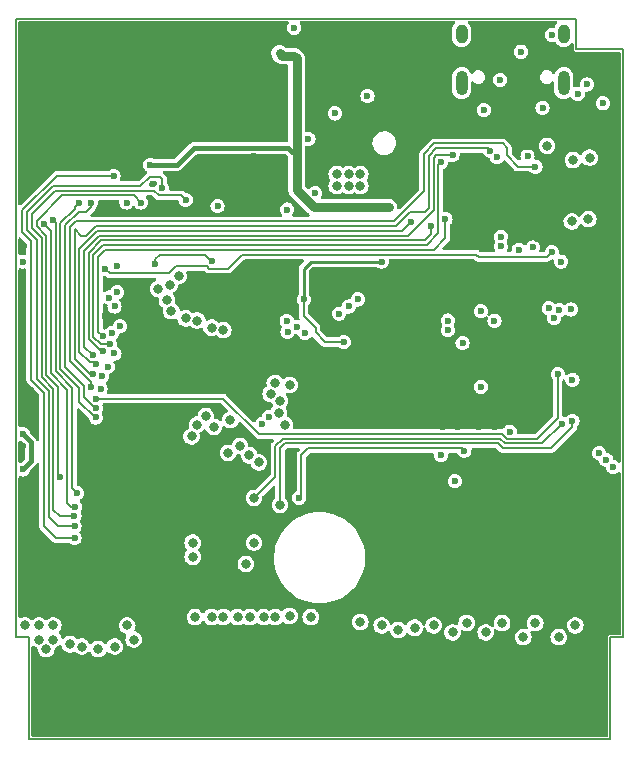
<source format=gbr>
G04 #@! TF.GenerationSoftware,KiCad,Pcbnew,7.0.10*
G04 #@! TF.CreationDate,2024-04-17T21:52:57+03:00*
G04 #@! TF.ProjectId,GAMEBOY_STM32_CART,47414d45-424f-4595-9f53-544d33325f43,v5.1*
G04 #@! TF.SameCoordinates,Original*
G04 #@! TF.FileFunction,Copper,L2,Inr*
G04 #@! TF.FilePolarity,Positive*
%FSLAX46Y46*%
G04 Gerber Fmt 4.6, Leading zero omitted, Abs format (unit mm)*
G04 Created by KiCad (PCBNEW 7.0.10) date 2024-04-17 21:52:57*
%MOMM*%
%LPD*%
G01*
G04 APERTURE LIST*
G04 #@! TA.AperFunction,ComponentPad*
%ADD10O,1.000000X1.600000*%
G04 #@! TD*
G04 #@! TA.AperFunction,ComponentPad*
%ADD11O,1.000000X2.100000*%
G04 #@! TD*
G04 #@! TA.AperFunction,ViaPad*
%ADD12C,0.600000*%
G04 #@! TD*
G04 #@! TA.AperFunction,ViaPad*
%ADD13C,0.800000*%
G04 #@! TD*
G04 #@! TA.AperFunction,Conductor*
%ADD14C,0.200000*%
G04 #@! TD*
G04 #@! TA.AperFunction,Conductor*
%ADD15C,0.800000*%
G04 #@! TD*
G04 #@! TA.AperFunction,Conductor*
%ADD16C,0.400000*%
G04 #@! TD*
G04 #@! TA.AperFunction,Conductor*
%ADD17C,0.254000*%
G04 #@! TD*
G04 #@! TA.AperFunction,Profile*
%ADD18C,0.150000*%
G04 #@! TD*
G04 APERTURE END LIST*
D10*
X114570000Y-29120000D03*
D11*
X114570000Y-33300000D03*
D10*
X123210000Y-29120000D03*
D11*
X123210000Y-33300000D03*
D12*
X112400000Y-28800000D03*
X119100000Y-29300000D03*
X115800000Y-29373000D03*
X91700000Y-58600000D03*
X93200000Y-57400000D03*
X101800000Y-67400000D03*
X105900000Y-67300000D03*
X105000000Y-68000000D03*
X107000000Y-68000000D03*
X105400000Y-54800000D03*
X116400000Y-60300000D03*
X118400000Y-61200000D03*
X118400000Y-59500000D03*
X117500000Y-57800000D03*
X117400000Y-59500000D03*
X117400000Y-61200000D03*
X117400000Y-62400000D03*
X116000000Y-62400000D03*
X114300000Y-62400000D03*
X113000000Y-62400000D03*
X113000000Y-61200000D03*
X108600000Y-61300000D03*
X111200000Y-61700000D03*
X111200000Y-60200000D03*
X111200000Y-58900000D03*
X111200000Y-57800000D03*
X111200000Y-56700000D03*
X110100000Y-56700000D03*
X110100000Y-57800000D03*
X110100000Y-59000000D03*
X110100000Y-60300000D03*
X110100000Y-61700000D03*
X77527207Y-47100000D03*
X78100000Y-59300000D03*
X106400000Y-37800000D03*
X110000000Y-39800000D03*
X102900000Y-40603990D03*
X100900000Y-44400000D03*
X94700000Y-40400000D03*
X87000000Y-30300000D03*
X82200000Y-30100000D03*
X90300000Y-37000000D03*
X89100000Y-35600000D03*
X88700000Y-31800000D03*
X101600000Y-28600000D03*
X102700000Y-34200000D03*
X102700000Y-32900000D03*
X106700000Y-32500000D03*
X104100000Y-33200000D03*
X103900000Y-32200000D03*
X104700000Y-35100000D03*
X88200000Y-40200000D03*
X92000000Y-81100000D03*
X90600000Y-81100000D03*
X89000000Y-81200000D03*
X110500000Y-71000000D03*
X107500000Y-73500000D03*
X107800000Y-77900000D03*
X109300000Y-77800000D03*
X106600000Y-77900000D03*
X104300000Y-78000000D03*
X102100000Y-80900000D03*
X99400000Y-81300000D03*
X98000000Y-81100000D03*
X96500000Y-80700000D03*
X95100000Y-80700000D03*
X93500000Y-80800000D03*
X125900000Y-51700000D03*
X125800000Y-52700000D03*
X125800000Y-55600000D03*
X125900000Y-56700000D03*
X125800000Y-58300000D03*
X116600000Y-64600000D03*
X123100000Y-64600000D03*
X124700000Y-64100000D03*
X125800000Y-63100000D03*
X125900000Y-61300000D03*
X125900000Y-59500000D03*
X121600000Y-61500000D03*
X121600000Y-60200000D03*
X120400000Y-56000000D03*
X120300000Y-54400000D03*
X119600000Y-55100000D03*
X120900000Y-55000000D03*
X118700000Y-46700000D03*
X114400000Y-44400000D03*
X116600000Y-45200000D03*
X116700000Y-44300000D03*
X118650000Y-45600000D03*
X122500000Y-46500000D03*
X121000000Y-46500000D03*
X121000000Y-44500000D03*
X122500000Y-40000000D03*
X120150000Y-39500000D03*
X117565687Y-39565687D03*
X119048476Y-37503795D03*
X126000000Y-34000000D03*
X122000000Y-36500000D03*
X114000000Y-36500000D03*
X111500000Y-36500000D03*
X111500000Y-35500000D03*
X110500000Y-35000000D03*
X108000000Y-34500000D03*
X108000000Y-35500000D03*
X109000000Y-35500000D03*
X107000000Y-35500000D03*
X106000000Y-35500000D03*
X107500000Y-32000000D03*
X110500000Y-28500000D03*
X106000000Y-28500000D03*
X103500000Y-28500000D03*
X78000000Y-40500000D03*
X78000000Y-37500000D03*
X78000000Y-35000000D03*
X78000000Y-32500000D03*
X78000000Y-30500000D03*
X89500000Y-33000000D03*
X90500000Y-33000000D03*
X90500000Y-31500000D03*
X92000000Y-37500000D03*
X92000000Y-36000000D03*
X92000000Y-34500000D03*
X97000000Y-39500000D03*
X97000000Y-40500000D03*
X96300000Y-43300000D03*
X97000000Y-42500000D03*
X95500000Y-42500000D03*
X93000000Y-42000000D03*
X97500000Y-64000000D03*
X96000000Y-62500000D03*
X94000000Y-58000000D03*
X92500000Y-58000000D03*
X95000000Y-50500000D03*
X92000000Y-50000000D03*
X94000000Y-52000000D03*
X92000000Y-52000000D03*
X94000000Y-51000000D03*
X92000000Y-51000000D03*
X82000000Y-78000000D03*
X82000000Y-76000000D03*
X82000000Y-74500000D03*
X82000000Y-73500000D03*
X83000000Y-78000000D03*
X83000000Y-76000000D03*
X83000000Y-74500000D03*
X83000000Y-72500000D03*
X92000000Y-71000000D03*
X93000000Y-70000000D03*
X98000000Y-74500000D03*
X98000000Y-72500000D03*
X107000000Y-71000000D03*
X110500000Y-73500000D03*
X110500000Y-76500000D03*
X107500000Y-76500000D03*
X126000000Y-78500000D03*
X123000000Y-74500000D03*
X126000000Y-77000000D03*
X126000000Y-74500000D03*
X119500000Y-72000000D03*
X123000000Y-72500000D03*
X126000000Y-72500000D03*
X126000000Y-70000000D03*
X123000000Y-69500000D03*
X119500000Y-69500000D03*
X126000000Y-68000000D03*
X122500000Y-68000000D03*
X119500000Y-68000000D03*
X117000000Y-68000000D03*
X113000000Y-72900000D03*
X119000000Y-78000000D03*
X119000000Y-76500000D03*
X116000000Y-77000000D03*
X116000000Y-75000000D03*
X113000000Y-76500000D03*
X113000000Y-74500000D03*
X109000000Y-76500000D03*
X109000000Y-73500000D03*
X109000000Y-71000000D03*
X96800000Y-38000000D03*
X99600000Y-34000000D03*
X96000000Y-34800000D03*
X94200000Y-35200000D03*
X107600000Y-28800000D03*
X122400000Y-53200000D03*
X114800000Y-57400000D03*
X114600000Y-56400000D03*
X114800000Y-53400000D03*
X114800000Y-54400000D03*
X116200000Y-59000000D03*
X123950000Y-58400000D03*
X100812500Y-68400000D03*
X114800000Y-64400000D03*
X104600000Y-55200000D03*
X106800000Y-57200000D03*
X114000000Y-67000000D03*
X112824265Y-64800000D03*
X126519000Y-35000000D03*
X125200000Y-33400000D03*
X124400000Y-34200000D03*
X117842414Y-33012276D03*
X116440000Y-35560000D03*
X121420741Y-35388889D03*
X106600000Y-34400000D03*
X119600000Y-30627000D03*
X122200000Y-29200000D03*
X77400000Y-48400000D03*
X84400000Y-53000000D03*
X77400000Y-66000000D03*
X77400000Y-63000000D03*
X91600000Y-70000000D03*
X107800000Y-48400000D03*
X101200000Y-51600000D03*
X116200000Y-52600000D03*
X117907107Y-47107107D03*
X117907107Y-46307107D03*
X113400000Y-54200000D03*
X113400000Y-53400000D03*
X100622975Y-53951599D03*
X99758201Y-53406685D03*
X99837628Y-54334642D03*
X101300000Y-54438000D03*
X97681072Y-62120537D03*
X98246758Y-61554851D03*
X99150000Y-30750000D03*
X108400000Y-43800000D03*
X107600000Y-43800000D03*
X100400000Y-28600000D03*
X82000000Y-68000000D03*
X80000000Y-44865000D03*
X86200000Y-43400000D03*
X93907108Y-43707108D03*
X88600000Y-48600000D03*
X93424265Y-48375735D03*
X99800000Y-44000000D03*
X117350000Y-53400000D03*
X114650000Y-55300000D03*
X101600000Y-38000000D03*
X120600000Y-47200000D03*
X119400000Y-47400000D03*
X102175735Y-42624265D03*
X118650000Y-62800000D03*
X103850000Y-35850000D03*
D13*
X124200000Y-79200000D03*
X122800000Y-80200000D03*
X120800000Y-79000000D03*
X119800000Y-80200000D03*
X118000000Y-79000000D03*
X98751124Y-58663669D03*
X100000000Y-58838000D03*
X116600000Y-79800000D03*
X115000000Y-79000000D03*
X98400000Y-59600000D03*
X113800000Y-79800000D03*
X99200000Y-60200000D03*
X112200000Y-79200000D03*
X99078698Y-61200000D03*
X110600000Y-79400000D03*
X99600000Y-62200000D03*
D12*
X85184886Y-52200000D03*
D13*
X109200000Y-79600000D03*
D12*
X84734358Y-51443761D03*
D13*
X107800000Y-79200000D03*
D12*
X85400000Y-51000000D03*
D13*
X106000000Y-78900000D03*
X101800000Y-78500000D03*
X94400000Y-54200000D03*
X100000000Y-78400000D03*
X93400000Y-54000000D03*
X92200000Y-53400000D03*
X98800000Y-78500000D03*
X104000000Y-41000000D03*
X105000000Y-41000000D03*
X79400000Y-81200000D03*
X105000000Y-42000000D03*
X104000000Y-42000000D03*
X80000000Y-79200000D03*
X106000000Y-41000000D03*
X106000000Y-42000000D03*
X78800000Y-79200000D03*
X80000000Y-80400000D03*
X77600000Y-79200000D03*
X78800000Y-80400000D03*
X91200000Y-53200000D03*
X97800000Y-78500000D03*
X96644975Y-78500000D03*
X90000000Y-52600000D03*
X89611319Y-51657116D03*
X95600000Y-78500000D03*
X94400000Y-78500000D03*
X88900000Y-50700834D03*
X93400000Y-78500000D03*
X89848422Y-50383815D03*
X90600000Y-49600000D03*
X92000000Y-78500000D03*
D12*
X84955690Y-54450188D03*
D13*
X86255025Y-79210660D03*
X86800000Y-80400000D03*
D12*
X85668328Y-53863343D03*
X85173718Y-56177752D03*
D13*
X85200000Y-81000000D03*
D12*
X84600000Y-57300000D03*
D13*
X83800000Y-81200000D03*
D12*
X84147128Y-58110750D03*
D13*
X82400000Y-81000000D03*
X81400000Y-80800000D03*
D12*
X84000000Y-59200000D03*
D13*
X95000000Y-61800000D03*
X125400000Y-39600000D03*
X125300000Y-44800000D03*
X93607109Y-62400000D03*
X124000000Y-39800000D03*
X92907109Y-61492891D03*
X123900000Y-45000000D03*
X92200000Y-62200000D03*
X91700000Y-63200000D03*
X121800000Y-38600000D03*
D12*
X127400000Y-65800000D03*
X126824265Y-65200000D03*
X126224265Y-64624265D03*
X83200000Y-59000000D03*
X120820000Y-40368168D03*
X83367158Y-57932842D03*
X117000000Y-39000000D03*
X110275735Y-45075735D03*
X83600456Y-57095407D03*
X83342892Y-56338000D03*
X113800000Y-39400000D03*
X84200000Y-56000000D03*
X112000000Y-45400000D03*
X112800000Y-40000000D03*
X84800000Y-55400000D03*
X84200000Y-54738000D03*
X113200000Y-44800000D03*
X79178677Y-45178677D03*
X81852983Y-69158949D03*
X83600000Y-61600000D03*
X82200000Y-43400000D03*
X83600000Y-60800000D03*
X83200000Y-43400000D03*
X85102793Y-41129001D03*
X81800000Y-71800000D03*
X87400000Y-43400000D03*
X80600000Y-66600000D03*
X81800000Y-70800000D03*
X89200000Y-42200000D03*
X81787087Y-69956233D03*
X91200000Y-43164998D03*
X104200000Y-52800000D03*
X123071660Y-62126870D03*
D13*
X97000000Y-68400000D03*
X99200000Y-69000000D03*
D12*
X123950000Y-61900000D03*
X105000000Y-52200000D03*
X121950000Y-52350000D03*
X105800000Y-51600000D03*
X122850000Y-52500000D03*
D13*
X94800000Y-64600000D03*
X91800000Y-73400000D03*
X95800000Y-64000000D03*
X96300000Y-74000000D03*
X96600000Y-64800000D03*
X91800030Y-72203500D03*
X97400000Y-65400000D03*
X97000000Y-72200000D03*
D12*
X123000000Y-48400000D03*
X85400000Y-48800000D03*
X123850000Y-52450000D03*
X84400000Y-49000000D03*
X122200000Y-47600000D03*
X83600000Y-60000000D03*
X122707108Y-57942892D03*
X100400000Y-51600000D03*
X88400000Y-41800000D03*
X86200000Y-41000000D03*
D13*
X98300000Y-57734579D03*
X125800000Y-80000000D03*
D12*
X82800000Y-64600000D03*
X77400000Y-64000000D03*
X93400000Y-68340000D03*
X105600000Y-55800000D03*
D13*
X92078772Y-42605056D03*
D12*
X94600000Y-43200000D03*
D14*
X116800000Y-38800000D02*
X117000000Y-39000000D01*
X111800000Y-39434314D02*
X112434314Y-38800000D01*
X111800000Y-43834314D02*
X111800000Y-39434314D01*
X110200000Y-44200000D02*
X111434314Y-44200000D01*
X109000000Y-45400000D02*
X110200000Y-44200000D01*
X82331370Y-46200000D02*
X82771572Y-46200000D01*
X81800000Y-45668630D02*
X82331370Y-46200000D01*
X83571574Y-45400000D02*
X109000000Y-45400000D01*
X112434314Y-38800000D02*
X116800000Y-38800000D01*
X81800000Y-56648529D02*
X81800000Y-45668630D01*
X83084313Y-57932842D02*
X81800000Y-56648529D01*
X83367158Y-57932842D02*
X83084313Y-57932842D01*
X111434314Y-44200000D02*
X111800000Y-43834314D01*
X82771572Y-46200000D02*
X83571574Y-45400000D01*
X109551470Y-45800000D02*
X110275735Y-45075735D01*
X82200000Y-47337257D02*
X83737259Y-45800000D01*
X83443049Y-56938000D02*
X83094363Y-56938000D01*
X83600456Y-57095407D02*
X83443049Y-56938000D01*
X82200000Y-56043637D02*
X82200000Y-47337257D01*
X83737259Y-45800000D02*
X109551470Y-45800000D01*
X83094363Y-56938000D02*
X82200000Y-56043637D01*
X112400000Y-39400000D02*
X113800000Y-39400000D01*
X112200000Y-39600000D02*
X112400000Y-39400000D01*
X82600000Y-47502942D02*
X83902944Y-46200000D01*
X82600000Y-55595108D02*
X82600000Y-47502942D01*
X83342892Y-56338000D02*
X82600000Y-55595108D01*
X83902944Y-46200000D02*
X110000000Y-46200000D01*
X110000000Y-46200000D02*
X112200000Y-44000000D01*
X112200000Y-44000000D02*
X112200000Y-39600000D01*
X112000000Y-46034314D02*
X112000000Y-45400000D01*
X111434314Y-46600000D02*
X112000000Y-46034314D01*
X83000000Y-47668628D02*
X84068629Y-46600000D01*
X83000000Y-54965686D02*
X83000000Y-47668628D01*
X84200000Y-56000000D02*
X84034314Y-56000000D01*
X84034314Y-56000000D02*
X83000000Y-54965686D01*
X84068629Y-46600000D02*
X111434314Y-46600000D01*
X80200000Y-71800000D02*
X81800000Y-71800000D01*
X79200000Y-59525485D02*
X79200000Y-70800000D01*
X77378677Y-45924261D02*
X78127207Y-46672793D01*
X78127207Y-58452692D02*
X79200000Y-59525485D01*
X77378677Y-44055637D02*
X77378677Y-45924261D01*
X80305313Y-41129001D02*
X77378677Y-44055637D01*
X78127207Y-46672793D02*
X78127207Y-58452692D01*
X85102793Y-41129001D02*
X80305313Y-41129001D01*
X79200000Y-70800000D02*
X80200000Y-71800000D01*
X89200000Y-41400000D02*
X89200000Y-42200000D01*
X89000000Y-41200000D02*
X89200000Y-41400000D01*
X88151471Y-41200000D02*
X89000000Y-41200000D01*
X87351471Y-42000000D02*
X88151471Y-41200000D01*
X80000000Y-42000000D02*
X87351471Y-42000000D01*
X77778677Y-44221323D02*
X80000000Y-42000000D01*
X78600000Y-46579901D02*
X77778677Y-45758576D01*
X77778677Y-45758576D02*
X77778677Y-44221323D01*
X79600000Y-70000000D02*
X79600000Y-59359800D01*
X80400000Y-70800000D02*
X79600000Y-70000000D01*
X79600000Y-59359800D02*
X78600000Y-58359798D01*
X81800000Y-70800000D02*
X80400000Y-70800000D01*
X78600000Y-58359798D02*
X78600000Y-46579901D01*
X90835002Y-42800000D02*
X91200000Y-43164998D01*
X88951471Y-42800000D02*
X90835002Y-42800000D01*
X88551471Y-42400000D02*
X88951471Y-42800000D01*
X80165686Y-42400000D02*
X88551471Y-42400000D01*
X78178677Y-44387009D02*
X80165686Y-42400000D01*
X79000000Y-46414215D02*
X78178677Y-45592891D01*
X78178677Y-45592891D02*
X78178677Y-44387009D01*
X79000000Y-58194113D02*
X79000000Y-46414215D01*
X80000000Y-59194115D02*
X79000000Y-58194113D01*
X80000000Y-69400000D02*
X80000000Y-59194115D01*
X80556233Y-69956233D02*
X80000000Y-69400000D01*
X81787087Y-69956233D02*
X80556233Y-69956233D01*
X86800000Y-42800000D02*
X87400000Y-43400000D01*
X78578677Y-44930148D02*
X80708825Y-42800000D01*
X79400000Y-46248529D02*
X78578677Y-45427206D01*
X78578677Y-45427206D02*
X78578677Y-44930148D01*
X80708825Y-42800000D02*
X86800000Y-42800000D01*
X80400000Y-66400000D02*
X80400000Y-59028430D01*
X80400000Y-59028430D02*
X79400000Y-58028428D01*
X79400000Y-58028428D02*
X79400000Y-46248529D01*
X80600000Y-66600000D02*
X80400000Y-66400000D01*
X81510420Y-69158949D02*
X81852983Y-69158949D01*
X79800000Y-57862743D02*
X81200000Y-59262744D01*
X81200000Y-68848529D02*
X81510420Y-69158949D01*
X79178677Y-45178677D02*
X79800000Y-45800000D01*
X79800000Y-45800000D02*
X79800000Y-57862743D01*
X81200000Y-59262744D02*
X81200000Y-68848529D01*
X80200000Y-45065000D02*
X80000000Y-44865000D01*
X80200000Y-57697057D02*
X80200000Y-45065000D01*
X81600000Y-67600000D02*
X81600000Y-59097058D01*
X81600000Y-59097058D02*
X80200000Y-57697057D01*
X82000000Y-68000000D02*
X81600000Y-67600000D01*
X82200000Y-60248529D02*
X83551471Y-61600000D01*
X82200000Y-59131372D02*
X82200000Y-60248529D01*
X80600000Y-57531372D02*
X82200000Y-59131372D01*
X80600000Y-45171572D02*
X80600000Y-57531372D01*
X81800000Y-43971571D02*
X80600000Y-45171572D01*
X81800000Y-43800000D02*
X81800000Y-43971571D01*
X83551471Y-61600000D02*
X83600000Y-61600000D01*
X82200000Y-43400000D02*
X81800000Y-43800000D01*
D15*
X102078677Y-43800000D02*
X108400000Y-43800000D01*
X100600000Y-42321323D02*
X102078677Y-43800000D01*
X100600000Y-39500000D02*
X100600000Y-42321323D01*
D16*
X90500000Y-40200000D02*
X88200000Y-40200000D01*
X91900000Y-38800000D02*
X90500000Y-40200000D01*
X99900000Y-38800000D02*
X91900000Y-38800000D01*
X100600000Y-39500000D02*
X99900000Y-38800000D01*
D15*
X100600000Y-31200000D02*
X100600000Y-39500000D01*
D14*
X83200000Y-58614214D02*
X83200000Y-59000000D01*
X81400000Y-45502944D02*
X81400000Y-56814214D01*
X81902945Y-45000000D02*
X81400000Y-45502944D01*
X108834315Y-45000000D02*
X81902945Y-45000000D01*
X81400000Y-56814214D02*
X83200000Y-58614214D01*
X111400000Y-39268628D02*
X111400000Y-42434315D01*
X118048529Y-38400000D02*
X112268628Y-38400000D01*
X118400000Y-38751471D02*
X118048529Y-38400000D01*
X112268628Y-38400000D02*
X111400000Y-39268628D01*
X111400000Y-42434315D02*
X108834315Y-45000000D01*
X119368168Y-40368168D02*
X118400000Y-39400000D01*
X120820000Y-40368168D02*
X119368168Y-40368168D01*
X118400000Y-39400000D02*
X118400000Y-38751471D01*
D15*
X99400000Y-31000000D02*
X100400000Y-31000000D01*
X99150000Y-30750000D02*
X99400000Y-31000000D01*
X100400000Y-31000000D02*
X100600000Y-31200000D01*
D14*
X121800000Y-48000000D02*
X122200000Y-47600000D01*
X116000000Y-48000000D02*
X121800000Y-48000000D01*
X115800000Y-47800000D02*
X116000000Y-48000000D01*
X94800000Y-49000000D02*
X96000000Y-47800000D01*
X96000000Y-47800000D02*
X115800000Y-47800000D01*
X90410050Y-48800000D02*
X93000001Y-48800000D01*
X93000001Y-48800000D02*
X93200001Y-49000000D01*
X93200001Y-49000000D02*
X94800000Y-49000000D01*
X84800000Y-49400000D02*
X89810050Y-49400000D01*
X89810050Y-49400000D02*
X90410050Y-48800000D01*
X84400000Y-49000000D02*
X84800000Y-49400000D01*
X101000000Y-68212500D02*
X101000000Y-64800000D01*
X100812500Y-68400000D02*
X101000000Y-68212500D01*
X101000000Y-64800000D02*
X101600000Y-64200000D01*
X101600000Y-64200000D02*
X114600000Y-64200000D01*
X114600000Y-64200000D02*
X114800000Y-64400000D01*
X101200000Y-53000000D02*
X102200000Y-54000000D01*
D17*
X101200000Y-51200000D02*
X101200000Y-49000000D01*
D14*
X102200000Y-54000000D02*
X102200000Y-54400000D01*
D17*
X101200000Y-51600000D02*
X101200000Y-51200000D01*
D14*
X101200000Y-51200000D02*
X101200000Y-53000000D01*
X102200000Y-54400000D02*
X103000000Y-55200000D01*
X103000000Y-55200000D02*
X104600000Y-55200000D01*
X98800000Y-64034314D02*
X98800000Y-66600000D01*
X99434314Y-63400000D02*
X98800000Y-64034314D01*
X117835784Y-63400000D02*
X99434314Y-63400000D01*
X118235785Y-63800000D02*
X117835784Y-63400000D01*
X121398530Y-63800000D02*
X118235785Y-63800000D01*
X98800000Y-66600000D02*
X97000000Y-68400000D01*
X123071660Y-62126870D02*
X121398530Y-63800000D01*
X99600000Y-63800000D02*
X99200000Y-64200000D01*
X117670099Y-63800000D02*
X99600000Y-63800000D01*
X118070099Y-64200000D02*
X117670099Y-63800000D01*
X122150000Y-64200000D02*
X118070099Y-64200000D01*
X123950000Y-61900000D02*
X123950000Y-62400000D01*
X123950000Y-62400000D02*
X122150000Y-64200000D01*
X99200000Y-64200000D02*
X99200000Y-69000000D01*
X94400000Y-60000000D02*
X83600000Y-60000000D01*
X97400000Y-63000000D02*
X94400000Y-60000000D01*
X118001471Y-63000000D02*
X97400000Y-63000000D01*
X118401471Y-63400000D02*
X118001471Y-63000000D01*
X120950000Y-63400000D02*
X118401471Y-63400000D01*
X122707108Y-61642892D02*
X120950000Y-63400000D01*
X122707108Y-57942892D02*
X122707108Y-61642892D01*
D17*
X101800000Y-48400000D02*
X107800000Y-48400000D01*
X101200000Y-49000000D02*
X101800000Y-48400000D01*
D16*
X77400000Y-66000000D02*
X78100000Y-65300000D01*
X78100000Y-65300000D02*
X78100000Y-63700000D01*
X78100000Y-63700000D02*
X77400000Y-63000000D01*
D14*
X89000000Y-47800000D02*
X92800000Y-47800000D01*
X92800000Y-47800000D02*
X93375735Y-48375735D01*
X93375735Y-48375735D02*
X93424265Y-48375735D01*
X88600000Y-48200000D02*
X89000000Y-47800000D01*
X88600000Y-48600000D02*
X88600000Y-48200000D01*
X112600000Y-46000000D02*
X112600000Y-40200000D01*
X112600000Y-40200000D02*
X112800000Y-40000000D01*
X84800000Y-55400000D02*
X84000000Y-55400000D01*
X84234315Y-47000000D02*
X111600000Y-47000000D01*
X84000000Y-55400000D02*
X83400000Y-54800000D01*
X111600000Y-47000000D02*
X112600000Y-46000000D01*
X83400000Y-47834314D02*
X84234315Y-47000000D01*
X83400000Y-54800000D02*
X83400000Y-47834314D01*
X113200000Y-44800000D02*
X113200000Y-46400000D01*
X113200000Y-46400000D02*
X112200000Y-47400000D01*
X83800000Y-48000000D02*
X83800000Y-54338000D01*
X84400000Y-47400000D02*
X83800000Y-48000000D01*
X112200000Y-47400000D02*
X84400000Y-47400000D01*
X83800000Y-54338000D02*
X84200000Y-54738000D01*
X81000000Y-57365686D02*
X81000000Y-45337258D01*
X82600000Y-59848529D02*
X82600000Y-58965686D01*
X83551471Y-60800000D02*
X82600000Y-59848529D01*
X82600000Y-58965686D02*
X81000000Y-57365686D01*
X81000000Y-45337258D02*
X82137258Y-44200000D01*
X83600000Y-60800000D02*
X83551471Y-60800000D01*
X83200000Y-43800000D02*
X83200000Y-43400000D01*
X82800000Y-44200000D02*
X83200000Y-43800000D01*
X82137258Y-44200000D02*
X82800000Y-44200000D01*
G04 #@! TA.AperFunction,Conductor*
G36*
X99899507Y-28045185D02*
G01*
X99945262Y-28097989D01*
X99955206Y-28167147D01*
X99930844Y-28224986D01*
X99875464Y-28297157D01*
X99814956Y-28443237D01*
X99814955Y-28443239D01*
X99794318Y-28599998D01*
X99794318Y-28600001D01*
X99814955Y-28756760D01*
X99814956Y-28756762D01*
X99875464Y-28902841D01*
X99971718Y-29028282D01*
X100097159Y-29124536D01*
X100243238Y-29185044D01*
X100321619Y-29195363D01*
X100399999Y-29205682D01*
X100400000Y-29205682D01*
X100400001Y-29205682D01*
X100452254Y-29198802D01*
X100556762Y-29185044D01*
X100702841Y-29124536D01*
X100828282Y-29028282D01*
X100924536Y-28902841D01*
X100985044Y-28756762D01*
X101005682Y-28600000D01*
X101003874Y-28586269D01*
X100985044Y-28443239D01*
X100985044Y-28443238D01*
X100924536Y-28297159D01*
X100924535Y-28297158D01*
X100924535Y-28297157D01*
X100869156Y-28224986D01*
X100843962Y-28159817D01*
X100858000Y-28091372D01*
X100906814Y-28041383D01*
X100967532Y-28025500D01*
X113933060Y-28025500D01*
X114000099Y-28045185D01*
X114045854Y-28097989D01*
X114055798Y-28167147D01*
X114026773Y-28230703D01*
X114020741Y-28237181D01*
X113940184Y-28317737D01*
X113844211Y-28470476D01*
X113784631Y-28640745D01*
X113784630Y-28640750D01*
X113769500Y-28775039D01*
X113769500Y-29464960D01*
X113784630Y-29599249D01*
X113784631Y-29599254D01*
X113844211Y-29769523D01*
X113881337Y-29828608D01*
X113940184Y-29922262D01*
X114067738Y-30049816D01*
X114220478Y-30145789D01*
X114359766Y-30194528D01*
X114390745Y-30205368D01*
X114390750Y-30205369D01*
X114569996Y-30225565D01*
X114570000Y-30225565D01*
X114570004Y-30225565D01*
X114749249Y-30205369D01*
X114749252Y-30205368D01*
X114749255Y-30205368D01*
X114919522Y-30145789D01*
X115072262Y-30049816D01*
X115199816Y-29922262D01*
X115295789Y-29769522D01*
X115355368Y-29599255D01*
X115370500Y-29464954D01*
X115370500Y-28775046D01*
X115359280Y-28675463D01*
X115355369Y-28640750D01*
X115355368Y-28640745D01*
X115295788Y-28470476D01*
X115199815Y-28317737D01*
X115119259Y-28237181D01*
X115085774Y-28175858D01*
X115090758Y-28106166D01*
X115132630Y-28050233D01*
X115198094Y-28025816D01*
X115206940Y-28025500D01*
X122573060Y-28025500D01*
X122640099Y-28045185D01*
X122685854Y-28097989D01*
X122695798Y-28167147D01*
X122666773Y-28230703D01*
X122660741Y-28237181D01*
X122580184Y-28317737D01*
X122484209Y-28470479D01*
X122463559Y-28529493D01*
X122422836Y-28586269D01*
X122357883Y-28612015D01*
X122330333Y-28611476D01*
X122200001Y-28594318D01*
X122199999Y-28594318D01*
X122043239Y-28614955D01*
X122043237Y-28614956D01*
X121897160Y-28675463D01*
X121771718Y-28771718D01*
X121675463Y-28897160D01*
X121614956Y-29043237D01*
X121614955Y-29043239D01*
X121594318Y-29199998D01*
X121594318Y-29200001D01*
X121614955Y-29356760D01*
X121614956Y-29356762D01*
X121675464Y-29502841D01*
X121771718Y-29628282D01*
X121897159Y-29724536D01*
X122043238Y-29785044D01*
X122121619Y-29795363D01*
X122199999Y-29805682D01*
X122200000Y-29805682D01*
X122200001Y-29805682D01*
X122216337Y-29803531D01*
X122356762Y-29785044D01*
X122368889Y-29780020D01*
X122438355Y-29772549D01*
X122500836Y-29803821D01*
X122521334Y-29828604D01*
X122580184Y-29922262D01*
X122707738Y-30049816D01*
X122860478Y-30145789D01*
X122999766Y-30194528D01*
X123030745Y-30205368D01*
X123030750Y-30205369D01*
X123209996Y-30225565D01*
X123210000Y-30225565D01*
X123210004Y-30225565D01*
X123389249Y-30205369D01*
X123389252Y-30205368D01*
X123389255Y-30205368D01*
X123559522Y-30145789D01*
X123712262Y-30049816D01*
X123837819Y-29924259D01*
X123899142Y-29890774D01*
X123968834Y-29895758D01*
X124024767Y-29937630D01*
X124049184Y-30003094D01*
X124049500Y-30011940D01*
X124049500Y-30379237D01*
X124049500Y-30470763D01*
X124050008Y-30471817D01*
X124053493Y-30479054D01*
X124062660Y-30505253D01*
X124064710Y-30514231D01*
X124064711Y-30514233D01*
X124064712Y-30514234D01*
X124070449Y-30521428D01*
X124085218Y-30544931D01*
X124089211Y-30553223D01*
X124089212Y-30553224D01*
X124096406Y-30558961D01*
X124116038Y-30578593D01*
X124121776Y-30585788D01*
X124130065Y-30589779D01*
X124153570Y-30604549D01*
X124160769Y-30610290D01*
X124169743Y-30612338D01*
X124195944Y-30621506D01*
X124204237Y-30625500D01*
X124227410Y-30625500D01*
X127925500Y-30625500D01*
X127992539Y-30645185D01*
X128038294Y-30697989D01*
X128049500Y-30749500D01*
X128049500Y-65294723D01*
X128029815Y-65361762D01*
X127977011Y-65407517D01*
X127907853Y-65417461D01*
X127844297Y-65388436D01*
X127832833Y-65376269D01*
X127828286Y-65371722D01*
X127828283Y-65371720D01*
X127828282Y-65371718D01*
X127702841Y-65275464D01*
X127556762Y-65214956D01*
X127548924Y-65213924D01*
X127524044Y-65210648D01*
X127460149Y-65182379D01*
X127421679Y-65124054D01*
X127417294Y-65103894D01*
X127409309Y-65043238D01*
X127348801Y-64897159D01*
X127252547Y-64771718D01*
X127127106Y-64675464D01*
X127125249Y-64674695D01*
X127056604Y-64646261D01*
X126981027Y-64614956D01*
X126949787Y-64610843D01*
X126920368Y-64606970D01*
X126856472Y-64578703D01*
X126818001Y-64520379D01*
X126813615Y-64500214D01*
X126809309Y-64467505D01*
X126809309Y-64467504D01*
X126809309Y-64467503D01*
X126748801Y-64321424D01*
X126652547Y-64195983D01*
X126527106Y-64099729D01*
X126526553Y-64099500D01*
X126381027Y-64039221D01*
X126381025Y-64039220D01*
X126224266Y-64018583D01*
X126224264Y-64018583D01*
X126067504Y-64039220D01*
X126067502Y-64039221D01*
X125921425Y-64099728D01*
X125795983Y-64195983D01*
X125699728Y-64321425D01*
X125639221Y-64467502D01*
X125639220Y-64467504D01*
X125618583Y-64624263D01*
X125618583Y-64624266D01*
X125639220Y-64781025D01*
X125639221Y-64781027D01*
X125687324Y-64897159D01*
X125699729Y-64927106D01*
X125795983Y-65052547D01*
X125921424Y-65148801D01*
X126067503Y-65209309D01*
X126128159Y-65217294D01*
X126192055Y-65245560D01*
X126230527Y-65303884D01*
X126234913Y-65324044D01*
X126238189Y-65348924D01*
X126239221Y-65356762D01*
X126299729Y-65502841D01*
X126395983Y-65628282D01*
X126521424Y-65724536D01*
X126667503Y-65785044D01*
X126700215Y-65789350D01*
X126764111Y-65817615D01*
X126802583Y-65875939D01*
X126806970Y-65896103D01*
X126814956Y-65956761D01*
X126814956Y-65956762D01*
X126869254Y-66087850D01*
X126875464Y-66102841D01*
X126971718Y-66228282D01*
X127097159Y-66324536D01*
X127243238Y-66385044D01*
X127313681Y-66394318D01*
X127399999Y-66405682D01*
X127400000Y-66405682D01*
X127400001Y-66405682D01*
X127452254Y-66398802D01*
X127556762Y-66385044D01*
X127702841Y-66324536D01*
X127828282Y-66228282D01*
X127828286Y-66228277D01*
X127834029Y-66222535D01*
X127835309Y-66223815D01*
X127883543Y-66188590D01*
X127953289Y-66184430D01*
X128014212Y-66218638D01*
X128046969Y-66280352D01*
X128049500Y-66305276D01*
X128049500Y-79900500D01*
X128029815Y-79967539D01*
X127977011Y-80013294D01*
X127925500Y-80024500D01*
X127195763Y-80024500D01*
X127104237Y-80024500D01*
X127104235Y-80024500D01*
X127104233Y-80024501D01*
X127095939Y-80028495D01*
X127069745Y-80037660D01*
X127060769Y-80039709D01*
X127053566Y-80045453D01*
X127030070Y-80060217D01*
X127021776Y-80064211D01*
X127021775Y-80064213D01*
X127016036Y-80071409D01*
X126996409Y-80091036D01*
X126989213Y-80096775D01*
X126989211Y-80096776D01*
X126985217Y-80105070D01*
X126970453Y-80128566D01*
X126964709Y-80135769D01*
X126962660Y-80144745D01*
X126953495Y-80170939D01*
X126949501Y-80179233D01*
X126949500Y-80179238D01*
X126949500Y-88500500D01*
X126929815Y-88567539D01*
X126877011Y-88613294D01*
X126825500Y-88624500D01*
X78274500Y-88624500D01*
X78207461Y-88604815D01*
X78161706Y-88552011D01*
X78150500Y-88500500D01*
X78150500Y-81035967D01*
X78170185Y-80968928D01*
X78222989Y-80923173D01*
X78292147Y-80913229D01*
X78355703Y-80942254D01*
X78356595Y-80943036D01*
X78385755Y-80968869D01*
X78399150Y-80980736D01*
X78549774Y-81059790D01*
X78581788Y-81067680D01*
X78600028Y-81072176D01*
X78660410Y-81107331D01*
X78692199Y-81169550D01*
X78694355Y-81192573D01*
X78694355Y-81199999D01*
X78714859Y-81368869D01*
X78714860Y-81368874D01*
X78775182Y-81527931D01*
X78837475Y-81618177D01*
X78871817Y-81667929D01*
X78977505Y-81761560D01*
X78999150Y-81780736D01*
X79149773Y-81859789D01*
X79149775Y-81859790D01*
X79314944Y-81900500D01*
X79485056Y-81900500D01*
X79650225Y-81859790D01*
X79729692Y-81818081D01*
X79800849Y-81780736D01*
X79800850Y-81780734D01*
X79800852Y-81780734D01*
X79928183Y-81667929D01*
X80024818Y-81527930D01*
X80085140Y-81368872D01*
X80105645Y-81200000D01*
X80105645Y-81199999D01*
X80105645Y-81192573D01*
X80125330Y-81125534D01*
X80178134Y-81079779D01*
X80199972Y-81072176D01*
X80250222Y-81059791D01*
X80250223Y-81059790D01*
X80250225Y-81059790D01*
X80400852Y-80980734D01*
X80508818Y-80885085D01*
X80572051Y-80855363D01*
X80641314Y-80864547D01*
X80694618Y-80909719D01*
X80714141Y-80962951D01*
X80714859Y-80968869D01*
X80714860Y-80968874D01*
X80775182Y-81127931D01*
X80803910Y-81169550D01*
X80871817Y-81267929D01*
X80939546Y-81327931D01*
X80999150Y-81380736D01*
X81136266Y-81452700D01*
X81149775Y-81459790D01*
X81314944Y-81500500D01*
X81485056Y-81500500D01*
X81650225Y-81459790D01*
X81711493Y-81427633D01*
X81779999Y-81413908D01*
X81845053Y-81439400D01*
X81866789Y-81462362D01*
X81866843Y-81462315D01*
X81868272Y-81463928D01*
X81871162Y-81466981D01*
X81871814Y-81467926D01*
X81999150Y-81580736D01*
X82149773Y-81659789D01*
X82149775Y-81659790D01*
X82314944Y-81700500D01*
X82485056Y-81700500D01*
X82650225Y-81659790D01*
X82729692Y-81618081D01*
X82800849Y-81580736D01*
X82800850Y-81580734D01*
X82800852Y-81580734D01*
X82928183Y-81467929D01*
X82938696Y-81452698D01*
X82992976Y-81408708D01*
X83062424Y-81401047D01*
X83124990Y-81432148D01*
X83156688Y-81479165D01*
X83175182Y-81527930D01*
X83271817Y-81667929D01*
X83377505Y-81761560D01*
X83399150Y-81780736D01*
X83549773Y-81859789D01*
X83549775Y-81859790D01*
X83714944Y-81900500D01*
X83885056Y-81900500D01*
X84050225Y-81859790D01*
X84129692Y-81818081D01*
X84200849Y-81780736D01*
X84200850Y-81780734D01*
X84200852Y-81780734D01*
X84328183Y-81667929D01*
X84424818Y-81527930D01*
X84443311Y-81479166D01*
X84485488Y-81423464D01*
X84551086Y-81399406D01*
X84619276Y-81414632D01*
X84661301Y-81452694D01*
X84671817Y-81467929D01*
X84739546Y-81527931D01*
X84799150Y-81580736D01*
X84949773Y-81659789D01*
X84949775Y-81659790D01*
X85114944Y-81700500D01*
X85285056Y-81700500D01*
X85450225Y-81659790D01*
X85529692Y-81618081D01*
X85600849Y-81580736D01*
X85600850Y-81580734D01*
X85600852Y-81580734D01*
X85728183Y-81467929D01*
X85824818Y-81327930D01*
X85885140Y-81168872D01*
X85905645Y-81000000D01*
X85885140Y-80831128D01*
X85824818Y-80672070D01*
X85821958Y-80667927D01*
X85753583Y-80568869D01*
X85728183Y-80532071D01*
X85600852Y-80419266D01*
X85600849Y-80419263D01*
X85450226Y-80340210D01*
X85285056Y-80299500D01*
X85114944Y-80299500D01*
X84949773Y-80340210D01*
X84799150Y-80419263D01*
X84671816Y-80532072D01*
X84575182Y-80672068D01*
X84575181Y-80672071D01*
X84556687Y-80720835D01*
X84514509Y-80776537D01*
X84448911Y-80800593D01*
X84380721Y-80785365D01*
X84338696Y-80747302D01*
X84328183Y-80732071D01*
X84200849Y-80619263D01*
X84050226Y-80540210D01*
X83885056Y-80499500D01*
X83714944Y-80499500D01*
X83549773Y-80540210D01*
X83399150Y-80619263D01*
X83271815Y-80732072D01*
X83261301Y-80747305D01*
X83207017Y-80791294D01*
X83137568Y-80798951D01*
X83075004Y-80767846D01*
X83043311Y-80720833D01*
X83024818Y-80672071D01*
X83024818Y-80672070D01*
X83021958Y-80667927D01*
X82953583Y-80568869D01*
X82928183Y-80532071D01*
X82800852Y-80419266D01*
X82800849Y-80419263D01*
X82650226Y-80340210D01*
X82485056Y-80299500D01*
X82314944Y-80299500D01*
X82149774Y-80340209D01*
X82088505Y-80372366D01*
X82019996Y-80386090D01*
X81954943Y-80360597D01*
X81933211Y-80337636D01*
X81933157Y-80337685D01*
X81931686Y-80336025D01*
X81928828Y-80333005D01*
X81928184Y-80332072D01*
X81800849Y-80219263D01*
X81650226Y-80140210D01*
X81485056Y-80099500D01*
X81314944Y-80099500D01*
X81149773Y-80140210D01*
X80999149Y-80219264D01*
X80999147Y-80219266D01*
X80891180Y-80314915D01*
X80827947Y-80344636D01*
X80758684Y-80335452D01*
X80705381Y-80290279D01*
X80685858Y-80237043D01*
X80685140Y-80231128D01*
X80680641Y-80219266D01*
X80650660Y-80140210D01*
X80624818Y-80072070D01*
X80621959Y-80067927D01*
X80528182Y-79932069D01*
X80483873Y-79892816D01*
X80446746Y-79833627D01*
X80447513Y-79763761D01*
X80483873Y-79707184D01*
X80528182Y-79667930D01*
X80533802Y-79659789D01*
X80624818Y-79527930D01*
X80685140Y-79368872D01*
X80704351Y-79210660D01*
X85549380Y-79210660D01*
X85569884Y-79379529D01*
X85569885Y-79379534D01*
X85630207Y-79538591D01*
X85677209Y-79606684D01*
X85726842Y-79678589D01*
X85796398Y-79740210D01*
X85854175Y-79791396D01*
X86004799Y-79870450D01*
X86040167Y-79879167D01*
X86095688Y-79892851D01*
X86156068Y-79928007D01*
X86187857Y-79990226D01*
X86180962Y-80059754D01*
X86175814Y-80070866D01*
X86175182Y-80072069D01*
X86114860Y-80231125D01*
X86114859Y-80231130D01*
X86094355Y-80400000D01*
X86114859Y-80568869D01*
X86114860Y-80568874D01*
X86175182Y-80727931D01*
X86224929Y-80800000D01*
X86271817Y-80867929D01*
X86334175Y-80923173D01*
X86399150Y-80980736D01*
X86549773Y-81059789D01*
X86549775Y-81059790D01*
X86714944Y-81100500D01*
X86885056Y-81100500D01*
X87050225Y-81059790D01*
X87164144Y-81000000D01*
X87200849Y-80980736D01*
X87200850Y-80980734D01*
X87200852Y-80980734D01*
X87328183Y-80867929D01*
X87424818Y-80727930D01*
X87485140Y-80568872D01*
X87505645Y-80400000D01*
X87485140Y-80231128D01*
X87480641Y-80219266D01*
X87450660Y-80140210D01*
X87424818Y-80072070D01*
X87421958Y-80067927D01*
X87352665Y-79967539D01*
X87328183Y-79932071D01*
X87200852Y-79819266D01*
X87200849Y-79819263D01*
X87050226Y-79740210D01*
X86959336Y-79717808D01*
X86898955Y-79682652D01*
X86867167Y-79620432D01*
X86874063Y-79550904D01*
X86879219Y-79539776D01*
X86879835Y-79538600D01*
X86879843Y-79538590D01*
X86940165Y-79379532D01*
X86960670Y-79210660D01*
X86940165Y-79041788D01*
X86936121Y-79031126D01*
X86893874Y-78919728D01*
X86879843Y-78882730D01*
X86866834Y-78863884D01*
X86836037Y-78819266D01*
X86783208Y-78742731D01*
X86655877Y-78629926D01*
X86655874Y-78629923D01*
X86505251Y-78550870D01*
X86340081Y-78510160D01*
X86169969Y-78510160D01*
X86004798Y-78550870D01*
X85854175Y-78629923D01*
X85726841Y-78742732D01*
X85630207Y-78882728D01*
X85569885Y-79041785D01*
X85569884Y-79041790D01*
X85549380Y-79210660D01*
X80704351Y-79210660D01*
X80705645Y-79200000D01*
X80685140Y-79031128D01*
X80680641Y-79019266D01*
X80660953Y-78967352D01*
X80624818Y-78872070D01*
X80621958Y-78867927D01*
X80549499Y-78762953D01*
X80528183Y-78732071D01*
X80412885Y-78629926D01*
X80400849Y-78619263D01*
X80250226Y-78540210D01*
X80087085Y-78500000D01*
X91294355Y-78500000D01*
X91314859Y-78668869D01*
X91314860Y-78668874D01*
X91375182Y-78827931D01*
X91424929Y-78900000D01*
X91471817Y-78967929D01*
X91566787Y-79052065D01*
X91599150Y-79080736D01*
X91725981Y-79147302D01*
X91749775Y-79159790D01*
X91914944Y-79200500D01*
X92085056Y-79200500D01*
X92250225Y-79159790D01*
X92335726Y-79114915D01*
X92400849Y-79080736D01*
X92400850Y-79080734D01*
X92400852Y-79080734D01*
X92528183Y-78967929D01*
X92597951Y-78866853D01*
X92652233Y-78822864D01*
X92721681Y-78815204D01*
X92784246Y-78846307D01*
X92802047Y-78866851D01*
X92823626Y-78898113D01*
X92871816Y-78967928D01*
X92999150Y-79080736D01*
X93125981Y-79147302D01*
X93149775Y-79159790D01*
X93314944Y-79200500D01*
X93485056Y-79200500D01*
X93650225Y-79159790D01*
X93739547Y-79112909D01*
X93800845Y-79080738D01*
X93800846Y-79080736D01*
X93800852Y-79080734D01*
X93817773Y-79065742D01*
X93881004Y-79036022D01*
X93950267Y-79045204D01*
X93982224Y-79065741D01*
X93999148Y-79080734D01*
X93999150Y-79080735D01*
X93999154Y-79080738D01*
X94125981Y-79147302D01*
X94149775Y-79159790D01*
X94314944Y-79200500D01*
X94485056Y-79200500D01*
X94650225Y-79159790D01*
X94800852Y-79080734D01*
X94917774Y-78977150D01*
X94981006Y-78947429D01*
X95050269Y-78956613D01*
X95082225Y-78977149D01*
X95199146Y-79080732D01*
X95199147Y-79080733D01*
X95199149Y-79080735D01*
X95296961Y-79132071D01*
X95349775Y-79159790D01*
X95514944Y-79200500D01*
X95685056Y-79200500D01*
X95850225Y-79159790D01*
X95939547Y-79112909D01*
X96000845Y-79080738D01*
X96000847Y-79080736D01*
X96000852Y-79080734D01*
X96040259Y-79045821D01*
X96103491Y-79016100D01*
X96172755Y-79025282D01*
X96204714Y-79045821D01*
X96244122Y-79080733D01*
X96244124Y-79080735D01*
X96341936Y-79132071D01*
X96394750Y-79159790D01*
X96559919Y-79200500D01*
X96730031Y-79200500D01*
X96895200Y-79159790D01*
X97045827Y-79080734D01*
X97140260Y-78997074D01*
X97203493Y-78967352D01*
X97272756Y-78976536D01*
X97304713Y-78997072D01*
X97399148Y-79080734D01*
X97549775Y-79159790D01*
X97714944Y-79200500D01*
X97885056Y-79200500D01*
X98050225Y-79159790D01*
X98139547Y-79112909D01*
X98200845Y-79080738D01*
X98200846Y-79080736D01*
X98200852Y-79080734D01*
X98217773Y-79065742D01*
X98281004Y-79036022D01*
X98350267Y-79045204D01*
X98382224Y-79065741D01*
X98399148Y-79080734D01*
X98399150Y-79080735D01*
X98399154Y-79080738D01*
X98525981Y-79147302D01*
X98549775Y-79159790D01*
X98714944Y-79200500D01*
X98885056Y-79200500D01*
X99050225Y-79159790D01*
X99135726Y-79114915D01*
X99200849Y-79080736D01*
X99200850Y-79080734D01*
X99200852Y-79080734D01*
X99328183Y-78967929D01*
X99346009Y-78942104D01*
X99400291Y-78898113D01*
X99469740Y-78890453D01*
X99530286Y-78919728D01*
X99561554Y-78947429D01*
X99594409Y-78976536D01*
X99599147Y-78980733D01*
X99599149Y-78980735D01*
X99723161Y-79045822D01*
X99749775Y-79059790D01*
X99914944Y-79100500D01*
X100085056Y-79100500D01*
X100250225Y-79059790D01*
X100333468Y-79016100D01*
X100400849Y-78980736D01*
X100400850Y-78980734D01*
X100400852Y-78980734D01*
X100528183Y-78867929D01*
X100624818Y-78727930D01*
X100685140Y-78568872D01*
X100693503Y-78500000D01*
X101094355Y-78500000D01*
X101114859Y-78668869D01*
X101114860Y-78668874D01*
X101175182Y-78827931D01*
X101224929Y-78900000D01*
X101271817Y-78967929D01*
X101366787Y-79052065D01*
X101399150Y-79080736D01*
X101525981Y-79147302D01*
X101549775Y-79159790D01*
X101714944Y-79200500D01*
X101885056Y-79200500D01*
X102050225Y-79159790D01*
X102135726Y-79114915D01*
X102200849Y-79080736D01*
X102200850Y-79080734D01*
X102200852Y-79080734D01*
X102328183Y-78967929D01*
X102375071Y-78900000D01*
X105294355Y-78900000D01*
X105314859Y-79068869D01*
X105314860Y-79068874D01*
X105375182Y-79227931D01*
X105437475Y-79318177D01*
X105471817Y-79367929D01*
X105555080Y-79441693D01*
X105599150Y-79480736D01*
X105732844Y-79550904D01*
X105749775Y-79559790D01*
X105914944Y-79600500D01*
X106085056Y-79600500D01*
X106250225Y-79559790D01*
X106365097Y-79499500D01*
X106400849Y-79480736D01*
X106400850Y-79480734D01*
X106400852Y-79480734D01*
X106528183Y-79367929D01*
X106624818Y-79227930D01*
X106635410Y-79200000D01*
X107094355Y-79200000D01*
X107114859Y-79368869D01*
X107114860Y-79368874D01*
X107175182Y-79527931D01*
X107224929Y-79600000D01*
X107271817Y-79667929D01*
X107339546Y-79727931D01*
X107399150Y-79780736D01*
X107549773Y-79859789D01*
X107549775Y-79859790D01*
X107714944Y-79900500D01*
X107885056Y-79900500D01*
X108050225Y-79859790D01*
X108200852Y-79780734D01*
X108308818Y-79685085D01*
X108372051Y-79655363D01*
X108441314Y-79664547D01*
X108494618Y-79709719D01*
X108514141Y-79762951D01*
X108514859Y-79768869D01*
X108514860Y-79768874D01*
X108575182Y-79927931D01*
X108633056Y-80011774D01*
X108671817Y-80067929D01*
X108748393Y-80135769D01*
X108799150Y-80180736D01*
X108949773Y-80259789D01*
X108949775Y-80259790D01*
X109114944Y-80300500D01*
X109285056Y-80300500D01*
X109450225Y-80259790D01*
X109529692Y-80218081D01*
X109600849Y-80180736D01*
X109600850Y-80180734D01*
X109600852Y-80180734D01*
X109728183Y-80067929D01*
X109824818Y-79927930D01*
X109843311Y-79879166D01*
X109885488Y-79823464D01*
X109951086Y-79799406D01*
X110019276Y-79814632D01*
X110061301Y-79852694D01*
X110071817Y-79867929D01*
X110144219Y-79932071D01*
X110199150Y-79980736D01*
X110311514Y-80039709D01*
X110349775Y-80059790D01*
X110514944Y-80100500D01*
X110685056Y-80100500D01*
X110850225Y-80059790D01*
X110982767Y-79990226D01*
X111000849Y-79980736D01*
X111000850Y-79980734D01*
X111000852Y-79980734D01*
X111128183Y-79867929D01*
X111224818Y-79727930D01*
X111285140Y-79568872D01*
X111298606Y-79457970D01*
X111326226Y-79393795D01*
X111384160Y-79354738D01*
X111454013Y-79353203D01*
X111513607Y-79389677D01*
X111537643Y-79428948D01*
X111575182Y-79527930D01*
X111575182Y-79527931D01*
X111624929Y-79600000D01*
X111671817Y-79667929D01*
X111739546Y-79727931D01*
X111799150Y-79780736D01*
X111949773Y-79859789D01*
X111949775Y-79859790D01*
X112114944Y-79900500D01*
X112285056Y-79900500D01*
X112450225Y-79859790D01*
X112529692Y-79818081D01*
X112564143Y-79800000D01*
X113094355Y-79800000D01*
X113114859Y-79968869D01*
X113114860Y-79968874D01*
X113175182Y-80127931D01*
X113224929Y-80200000D01*
X113271817Y-80267929D01*
X113350556Y-80337685D01*
X113399150Y-80380736D01*
X113549773Y-80459789D01*
X113549775Y-80459790D01*
X113714944Y-80500500D01*
X113885056Y-80500500D01*
X114050225Y-80459790D01*
X114134715Y-80415446D01*
X114200849Y-80380736D01*
X114200850Y-80380734D01*
X114200852Y-80380734D01*
X114328183Y-80267929D01*
X114424818Y-80127930D01*
X114485140Y-79968872D01*
X114505645Y-79800000D01*
X115894355Y-79800000D01*
X115914859Y-79968869D01*
X115914860Y-79968874D01*
X115975182Y-80127931D01*
X116024929Y-80200000D01*
X116071817Y-80267929D01*
X116150556Y-80337685D01*
X116199150Y-80380736D01*
X116349773Y-80459789D01*
X116349775Y-80459790D01*
X116514944Y-80500500D01*
X116685056Y-80500500D01*
X116850225Y-80459790D01*
X116934715Y-80415446D01*
X117000849Y-80380736D01*
X117000850Y-80380734D01*
X117000852Y-80380734D01*
X117128183Y-80267929D01*
X117175071Y-80200000D01*
X119094355Y-80200000D01*
X119114859Y-80368869D01*
X119114860Y-80368874D01*
X119175182Y-80527931D01*
X119237475Y-80618177D01*
X119271817Y-80667929D01*
X119377505Y-80761560D01*
X119399150Y-80780736D01*
X119541340Y-80855363D01*
X119549775Y-80859790D01*
X119714944Y-80900500D01*
X119885056Y-80900500D01*
X120050225Y-80859790D01*
X120129692Y-80818081D01*
X120200849Y-80780736D01*
X120200850Y-80780734D01*
X120200852Y-80780734D01*
X120328183Y-80667929D01*
X120424818Y-80527930D01*
X120485140Y-80368872D01*
X120505645Y-80200000D01*
X122094355Y-80200000D01*
X122114859Y-80368869D01*
X122114860Y-80368874D01*
X122175182Y-80527931D01*
X122237475Y-80618177D01*
X122271817Y-80667929D01*
X122377505Y-80761560D01*
X122399150Y-80780736D01*
X122541340Y-80855363D01*
X122549775Y-80859790D01*
X122714944Y-80900500D01*
X122885056Y-80900500D01*
X123050225Y-80859790D01*
X123129692Y-80818081D01*
X123200849Y-80780736D01*
X123200850Y-80780734D01*
X123200852Y-80780734D01*
X123328183Y-80667929D01*
X123424818Y-80527930D01*
X123485140Y-80368872D01*
X123505645Y-80200000D01*
X123485140Y-80031128D01*
X123484141Y-80028495D01*
X123432685Y-79892815D01*
X123424818Y-79872070D01*
X123421958Y-79867927D01*
X123361774Y-79780736D01*
X123328183Y-79732071D01*
X123214244Y-79631130D01*
X123200849Y-79619263D01*
X123050226Y-79540210D01*
X122885056Y-79499500D01*
X122714944Y-79499500D01*
X122549773Y-79540210D01*
X122399150Y-79619263D01*
X122271816Y-79732072D01*
X122175182Y-79872068D01*
X122114860Y-80031125D01*
X122114859Y-80031130D01*
X122094355Y-80200000D01*
X120505645Y-80200000D01*
X120485140Y-80031128D01*
X120484141Y-80028495D01*
X120432685Y-79892815D01*
X120424818Y-79872070D01*
X120408072Y-79847810D01*
X120386189Y-79781457D01*
X120403654Y-79713805D01*
X120454921Y-79666335D01*
X120523714Y-79654117D01*
X120542342Y-79658600D01*
X120542492Y-79657995D01*
X120620212Y-79677151D01*
X120714944Y-79700500D01*
X120885056Y-79700500D01*
X121050225Y-79659790D01*
X121151409Y-79606684D01*
X121200849Y-79580736D01*
X121200850Y-79580734D01*
X121200852Y-79580734D01*
X121328183Y-79467929D01*
X121424818Y-79327930D01*
X121473335Y-79200000D01*
X123494355Y-79200000D01*
X123514859Y-79368869D01*
X123514860Y-79368874D01*
X123575182Y-79527931D01*
X123624929Y-79600000D01*
X123671817Y-79667929D01*
X123739546Y-79727931D01*
X123799150Y-79780736D01*
X123949773Y-79859789D01*
X123949775Y-79859790D01*
X124114944Y-79900500D01*
X124285056Y-79900500D01*
X124450225Y-79859790D01*
X124529692Y-79818081D01*
X124600849Y-79780736D01*
X124600850Y-79780734D01*
X124600852Y-79780734D01*
X124728183Y-79667929D01*
X124824818Y-79527930D01*
X124885140Y-79368872D01*
X124905645Y-79200000D01*
X124885140Y-79031128D01*
X124880641Y-79019266D01*
X124860953Y-78967352D01*
X124824818Y-78872070D01*
X124821958Y-78867927D01*
X124749499Y-78762953D01*
X124728183Y-78732071D01*
X124612885Y-78629926D01*
X124600849Y-78619263D01*
X124450226Y-78540210D01*
X124285056Y-78499500D01*
X124114944Y-78499500D01*
X123949773Y-78540210D01*
X123799150Y-78619263D01*
X123739544Y-78672070D01*
X123672882Y-78731128D01*
X123671816Y-78732072D01*
X123575182Y-78872068D01*
X123514860Y-79031125D01*
X123514859Y-79031130D01*
X123494355Y-79200000D01*
X121473335Y-79200000D01*
X121485140Y-79168872D01*
X121505645Y-79000000D01*
X121485140Y-78831128D01*
X121480641Y-78819266D01*
X121424817Y-78672068D01*
X121376422Y-78601957D01*
X121328183Y-78532071D01*
X121200852Y-78419266D01*
X121200849Y-78419263D01*
X121050226Y-78340210D01*
X120885056Y-78299500D01*
X120714944Y-78299500D01*
X120549773Y-78340210D01*
X120399150Y-78419263D01*
X120271816Y-78532072D01*
X120175182Y-78672068D01*
X120114860Y-78831125D01*
X120114859Y-78831130D01*
X120094355Y-79000000D01*
X120114859Y-79168869D01*
X120114860Y-79168874D01*
X120138470Y-79231128D01*
X120175182Y-79327930D01*
X120191927Y-79352190D01*
X120213810Y-79418543D01*
X120196345Y-79486194D01*
X120145078Y-79533665D01*
X120076284Y-79545882D01*
X120057656Y-79541401D01*
X120057508Y-79542005D01*
X119885056Y-79499500D01*
X119714944Y-79499500D01*
X119549773Y-79540210D01*
X119399150Y-79619263D01*
X119271816Y-79732072D01*
X119175182Y-79872068D01*
X119114860Y-80031125D01*
X119114859Y-80031130D01*
X119094355Y-80200000D01*
X117175071Y-80200000D01*
X117224818Y-80127930D01*
X117285140Y-79968872D01*
X117305645Y-79800000D01*
X117285140Y-79631128D01*
X117275868Y-79606681D01*
X117270502Y-79537020D01*
X117303649Y-79475514D01*
X117364787Y-79441693D01*
X117434505Y-79446294D01*
X117474038Y-79469897D01*
X117599147Y-79580733D01*
X117599149Y-79580735D01*
X117706440Y-79637046D01*
X117749775Y-79659790D01*
X117914944Y-79700500D01*
X118085056Y-79700500D01*
X118250225Y-79659790D01*
X118351409Y-79606684D01*
X118400849Y-79580736D01*
X118400850Y-79580734D01*
X118400852Y-79580734D01*
X118528183Y-79467929D01*
X118624818Y-79327930D01*
X118685140Y-79168872D01*
X118705645Y-79000000D01*
X118685140Y-78831128D01*
X118680641Y-78819266D01*
X118624817Y-78672068D01*
X118576422Y-78601957D01*
X118528183Y-78532071D01*
X118400852Y-78419266D01*
X118400849Y-78419263D01*
X118250226Y-78340210D01*
X118085056Y-78299500D01*
X117914944Y-78299500D01*
X117749773Y-78340210D01*
X117599150Y-78419263D01*
X117471816Y-78532072D01*
X117375182Y-78672068D01*
X117314860Y-78831125D01*
X117314859Y-78831130D01*
X117294355Y-79000000D01*
X117314859Y-79168869D01*
X117314859Y-79168870D01*
X117314860Y-79168872D01*
X117323244Y-79190980D01*
X117324131Y-79193317D01*
X117329497Y-79262981D01*
X117296348Y-79324486D01*
X117235210Y-79358307D01*
X117165492Y-79353704D01*
X117125961Y-79330102D01*
X117000852Y-79219266D01*
X117000850Y-79219264D01*
X116850226Y-79140210D01*
X116685056Y-79099500D01*
X116514944Y-79099500D01*
X116349773Y-79140210D01*
X116199150Y-79219263D01*
X116139544Y-79272070D01*
X116076494Y-79327928D01*
X116071816Y-79332072D01*
X115975182Y-79472068D01*
X115914860Y-79631125D01*
X115914859Y-79631130D01*
X115894355Y-79800000D01*
X114505645Y-79800000D01*
X114499323Y-79747935D01*
X114510783Y-79679012D01*
X114557687Y-79627226D01*
X114625143Y-79609019D01*
X114680045Y-79623193D01*
X114706440Y-79637046D01*
X114749775Y-79659790D01*
X114914944Y-79700500D01*
X115085056Y-79700500D01*
X115250225Y-79659790D01*
X115351409Y-79606684D01*
X115400849Y-79580736D01*
X115400850Y-79580734D01*
X115400852Y-79580734D01*
X115528183Y-79467929D01*
X115624818Y-79327930D01*
X115685140Y-79168872D01*
X115705645Y-79000000D01*
X115685140Y-78831128D01*
X115680641Y-78819266D01*
X115624817Y-78672068D01*
X115576422Y-78601957D01*
X115528183Y-78532071D01*
X115400852Y-78419266D01*
X115400849Y-78419263D01*
X115250226Y-78340210D01*
X115085056Y-78299500D01*
X114914944Y-78299500D01*
X114749773Y-78340210D01*
X114599150Y-78419263D01*
X114471816Y-78532072D01*
X114375182Y-78672068D01*
X114314860Y-78831125D01*
X114314859Y-78831130D01*
X114294355Y-79000000D01*
X114294355Y-79000001D01*
X114300676Y-79052065D01*
X114289215Y-79120988D01*
X114242311Y-79172774D01*
X114174855Y-79190980D01*
X114119954Y-79176807D01*
X114087529Y-79159789D01*
X114050225Y-79140210D01*
X114050224Y-79140209D01*
X114050223Y-79140209D01*
X113885056Y-79099500D01*
X113714944Y-79099500D01*
X113549773Y-79140210D01*
X113399150Y-79219263D01*
X113339544Y-79272070D01*
X113276494Y-79327928D01*
X113271816Y-79332072D01*
X113175182Y-79472068D01*
X113114860Y-79631125D01*
X113114859Y-79631130D01*
X113094355Y-79800000D01*
X112564143Y-79800000D01*
X112600849Y-79780736D01*
X112600850Y-79780734D01*
X112600852Y-79780734D01*
X112728183Y-79667929D01*
X112824818Y-79527930D01*
X112885140Y-79368872D01*
X112905645Y-79200000D01*
X112885140Y-79031128D01*
X112880641Y-79019266D01*
X112860953Y-78967352D01*
X112824818Y-78872070D01*
X112821958Y-78867927D01*
X112749499Y-78762953D01*
X112728183Y-78732071D01*
X112612885Y-78629926D01*
X112600849Y-78619263D01*
X112450226Y-78540210D01*
X112285056Y-78499500D01*
X112114944Y-78499500D01*
X111949773Y-78540210D01*
X111799150Y-78619263D01*
X111739544Y-78672070D01*
X111672882Y-78731128D01*
X111671816Y-78732072D01*
X111575182Y-78872068D01*
X111514860Y-79031125D01*
X111514859Y-79031131D01*
X111501394Y-79142027D01*
X111473772Y-79206205D01*
X111415838Y-79245261D01*
X111345985Y-79246796D01*
X111286391Y-79210321D01*
X111262356Y-79171051D01*
X111261529Y-79168870D01*
X111224818Y-79072070D01*
X111222608Y-79068869D01*
X111175071Y-79000000D01*
X111128183Y-78932071D01*
X111014244Y-78831130D01*
X111000849Y-78819263D01*
X110850226Y-78740210D01*
X110685056Y-78699500D01*
X110514944Y-78699500D01*
X110349773Y-78740210D01*
X110199150Y-78819263D01*
X110071816Y-78932072D01*
X109975182Y-79072068D01*
X109975181Y-79072071D01*
X109956687Y-79120835D01*
X109914509Y-79176537D01*
X109848911Y-79200593D01*
X109780721Y-79185365D01*
X109738696Y-79147302D01*
X109728183Y-79132071D01*
X109600849Y-79019263D01*
X109450226Y-78940210D01*
X109285056Y-78899500D01*
X109114944Y-78899500D01*
X108949773Y-78940210D01*
X108799149Y-79019264D01*
X108799147Y-79019266D01*
X108691180Y-79114915D01*
X108627947Y-79144636D01*
X108558684Y-79135452D01*
X108505381Y-79090279D01*
X108485858Y-79037043D01*
X108485140Y-79031128D01*
X108480641Y-79019266D01*
X108460953Y-78967352D01*
X108424818Y-78872070D01*
X108421958Y-78867927D01*
X108349499Y-78762953D01*
X108328183Y-78732071D01*
X108212885Y-78629926D01*
X108200849Y-78619263D01*
X108050226Y-78540210D01*
X107885056Y-78499500D01*
X107714944Y-78499500D01*
X107549773Y-78540210D01*
X107399150Y-78619263D01*
X107339544Y-78672070D01*
X107272882Y-78731128D01*
X107271816Y-78732072D01*
X107175182Y-78872068D01*
X107114860Y-79031125D01*
X107114859Y-79031130D01*
X107094355Y-79200000D01*
X106635410Y-79200000D01*
X106685140Y-79068872D01*
X106705645Y-78900000D01*
X106685140Y-78731128D01*
X106624818Y-78572070D01*
X106622608Y-78568869D01*
X106569660Y-78492161D01*
X106528183Y-78432071D01*
X106414244Y-78331130D01*
X106400849Y-78319263D01*
X106250226Y-78240210D01*
X106085056Y-78199500D01*
X105914944Y-78199500D01*
X105749773Y-78240210D01*
X105599150Y-78319263D01*
X105471816Y-78432072D01*
X105375182Y-78572068D01*
X105314860Y-78731125D01*
X105314859Y-78731130D01*
X105294355Y-78900000D01*
X102375071Y-78900000D01*
X102424818Y-78827930D01*
X102485140Y-78668872D01*
X102505645Y-78500000D01*
X102485140Y-78331128D01*
X102480641Y-78319266D01*
X102424817Y-78172068D01*
X102368306Y-78090199D01*
X102328183Y-78032071D01*
X102233316Y-77948026D01*
X102200849Y-77919263D01*
X102050226Y-77840210D01*
X101885056Y-77799500D01*
X101714944Y-77799500D01*
X101549773Y-77840210D01*
X101399150Y-77919263D01*
X101271816Y-78032072D01*
X101175182Y-78172068D01*
X101114860Y-78331125D01*
X101114859Y-78331130D01*
X101094355Y-78500000D01*
X100693503Y-78500000D01*
X100705645Y-78400000D01*
X100685140Y-78231128D01*
X100624818Y-78072070D01*
X100597208Y-78032071D01*
X100577091Y-78002926D01*
X100528183Y-77932071D01*
X100400852Y-77819266D01*
X100400849Y-77819263D01*
X100250226Y-77740210D01*
X100085056Y-77699500D01*
X99914944Y-77699500D01*
X99749773Y-77740210D01*
X99599150Y-77819263D01*
X99471815Y-77932072D01*
X99453988Y-77957899D01*
X99399704Y-78001888D01*
X99330255Y-78009545D01*
X99269713Y-77980271D01*
X99200852Y-77919266D01*
X99200850Y-77919264D01*
X99050226Y-77840210D01*
X98885056Y-77799500D01*
X98714944Y-77799500D01*
X98549773Y-77840210D01*
X98399150Y-77919264D01*
X98382227Y-77934257D01*
X98318993Y-77963978D01*
X98249730Y-77954794D01*
X98217773Y-77934257D01*
X98215307Y-77932072D01*
X98200852Y-77919266D01*
X98200850Y-77919265D01*
X98200849Y-77919264D01*
X98050226Y-77840210D01*
X97885056Y-77799500D01*
X97714944Y-77799500D01*
X97549773Y-77840210D01*
X97399149Y-77919264D01*
X97399147Y-77919266D01*
X97304713Y-78002926D01*
X97241480Y-78032647D01*
X97172216Y-78023463D01*
X97140260Y-78002926D01*
X97118784Y-77983900D01*
X97045827Y-77919266D01*
X97045825Y-77919265D01*
X97045824Y-77919264D01*
X96895201Y-77840210D01*
X96730031Y-77799500D01*
X96559919Y-77799500D01*
X96394748Y-77840210D01*
X96244124Y-77919264D01*
X96244122Y-77919266D01*
X96204713Y-77954179D01*
X96141480Y-77983900D01*
X96072216Y-77974716D01*
X96040260Y-77954178D01*
X96000852Y-77919266D01*
X96000850Y-77919264D01*
X95850226Y-77840210D01*
X95685056Y-77799500D01*
X95514944Y-77799500D01*
X95349773Y-77840210D01*
X95199150Y-77919263D01*
X95082227Y-78022849D01*
X95018994Y-78052570D01*
X94949730Y-78043386D01*
X94917773Y-78022849D01*
X94800849Y-77919263D01*
X94650226Y-77840210D01*
X94485056Y-77799500D01*
X94314944Y-77799500D01*
X94149773Y-77840210D01*
X93999150Y-77919264D01*
X93982227Y-77934257D01*
X93918993Y-77963978D01*
X93849730Y-77954794D01*
X93817773Y-77934257D01*
X93815307Y-77932072D01*
X93800852Y-77919266D01*
X93800850Y-77919265D01*
X93800849Y-77919264D01*
X93650226Y-77840210D01*
X93485056Y-77799500D01*
X93314944Y-77799500D01*
X93149773Y-77840210D01*
X92999150Y-77919263D01*
X92881533Y-78023463D01*
X92871817Y-78032071D01*
X92802048Y-78133146D01*
X92747767Y-78177136D01*
X92678318Y-78184795D01*
X92615753Y-78153691D01*
X92597952Y-78133148D01*
X92528183Y-78032071D01*
X92439964Y-77953916D01*
X92400849Y-77919263D01*
X92250226Y-77840210D01*
X92085056Y-77799500D01*
X91914944Y-77799500D01*
X91749773Y-77840210D01*
X91599150Y-77919263D01*
X91471816Y-78032072D01*
X91375182Y-78172068D01*
X91314860Y-78331125D01*
X91314859Y-78331130D01*
X91294355Y-78500000D01*
X80087085Y-78500000D01*
X80085056Y-78499500D01*
X79914944Y-78499500D01*
X79749773Y-78540210D01*
X79599150Y-78619263D01*
X79482227Y-78722849D01*
X79418994Y-78752570D01*
X79349730Y-78743386D01*
X79317773Y-78722849D01*
X79200849Y-78619263D01*
X79050226Y-78540210D01*
X78885056Y-78499500D01*
X78714944Y-78499500D01*
X78549773Y-78540210D01*
X78399150Y-78619263D01*
X78282227Y-78722849D01*
X78218994Y-78752570D01*
X78149730Y-78743386D01*
X78117773Y-78722849D01*
X78000849Y-78619263D01*
X77850226Y-78540210D01*
X77685056Y-78499500D01*
X77514944Y-78499500D01*
X77349773Y-78540210D01*
X77232126Y-78601957D01*
X77163618Y-78615683D01*
X77098564Y-78590191D01*
X77057620Y-78533575D01*
X77050500Y-78492161D01*
X77050500Y-73400000D01*
X91094355Y-73400000D01*
X91114859Y-73568869D01*
X91114860Y-73568874D01*
X91175182Y-73727931D01*
X91237475Y-73818177D01*
X91271817Y-73867929D01*
X91377505Y-73961560D01*
X91399150Y-73980736D01*
X91546016Y-74057817D01*
X91549775Y-74059790D01*
X91714944Y-74100500D01*
X91885056Y-74100500D01*
X92050225Y-74059790D01*
X92164144Y-74000000D01*
X95594355Y-74000000D01*
X95614859Y-74168869D01*
X95614860Y-74168874D01*
X95675182Y-74327931D01*
X95737475Y-74418177D01*
X95771817Y-74467929D01*
X95877505Y-74561560D01*
X95899150Y-74580736D01*
X96049773Y-74659789D01*
X96049775Y-74659790D01*
X96214944Y-74700500D01*
X96385056Y-74700500D01*
X96550225Y-74659790D01*
X96629692Y-74618081D01*
X96700849Y-74580736D01*
X96700850Y-74580734D01*
X96700852Y-74580734D01*
X96828183Y-74467929D01*
X96924818Y-74327930D01*
X96985140Y-74168872D01*
X97005645Y-74000000D01*
X96985140Y-73831128D01*
X96924818Y-73672070D01*
X96922889Y-73669276D01*
X98689500Y-73669276D01*
X98721172Y-73980734D01*
X98729012Y-74057822D01*
X98784520Y-74327930D01*
X98807630Y-74440382D01*
X98807631Y-74440388D01*
X98924541Y-74813008D01*
X99078558Y-75171912D01*
X99268097Y-75513394D01*
X99491206Y-75833945D01*
X99745598Y-76130275D01*
X99745599Y-76130276D01*
X100028667Y-76399352D01*
X100337505Y-76638411D01*
X100464071Y-76717300D01*
X100668935Y-76844993D01*
X100668944Y-76844998D01*
X101019582Y-77016994D01*
X101019589Y-77016996D01*
X101019590Y-77016997D01*
X101385812Y-77152631D01*
X101385814Y-77152631D01*
X101385821Y-77152634D01*
X101763904Y-77250527D01*
X102149951Y-77309667D01*
X102442434Y-77324500D01*
X102442450Y-77324500D01*
X102637550Y-77324500D01*
X102637566Y-77324500D01*
X102930049Y-77309667D01*
X103316096Y-77250527D01*
X103694179Y-77152634D01*
X104060418Y-77016994D01*
X104411056Y-76844998D01*
X104742495Y-76638411D01*
X105051333Y-76399352D01*
X105334401Y-76130276D01*
X105588795Y-75833943D01*
X105811904Y-75513393D01*
X106001439Y-75171917D01*
X106155455Y-74813017D01*
X106190758Y-74700500D01*
X106272368Y-74440388D01*
X106272368Y-74440387D01*
X106272371Y-74440378D01*
X106350988Y-74057822D01*
X106390500Y-73669275D01*
X106390500Y-73278725D01*
X106385659Y-73231125D01*
X106355248Y-72932069D01*
X106350988Y-72890178D01*
X106272371Y-72507622D01*
X106272368Y-72507611D01*
X106155458Y-72134991D01*
X106152479Y-72128050D01*
X106001439Y-71776083D01*
X105811904Y-71434607D01*
X105588795Y-71114057D01*
X105588793Y-71114054D01*
X105334401Y-70817724D01*
X105249024Y-70736567D01*
X105051333Y-70548648D01*
X104984812Y-70497157D01*
X104742495Y-70309589D01*
X104411064Y-70103006D01*
X104411055Y-70103001D01*
X104060422Y-69931008D01*
X104060409Y-69931002D01*
X103694187Y-69795368D01*
X103620464Y-69776279D01*
X103316096Y-69697473D01*
X103316093Y-69697472D01*
X103316091Y-69697472D01*
X102930048Y-69638332D01*
X102699219Y-69626626D01*
X102637566Y-69623500D01*
X102442434Y-69623500D01*
X102393111Y-69626001D01*
X102149951Y-69638332D01*
X101763908Y-69697472D01*
X101385813Y-69795368D01*
X101385812Y-69795368D01*
X101019590Y-69931002D01*
X101019577Y-69931008D01*
X100668944Y-70103001D01*
X100668935Y-70103006D01*
X100337504Y-70309589D01*
X100028672Y-70548643D01*
X99745598Y-70817724D01*
X99491206Y-71114054D01*
X99268097Y-71434605D01*
X99078558Y-71776087D01*
X98924541Y-72134991D01*
X98807631Y-72507611D01*
X98807630Y-72507617D01*
X98729011Y-72890182D01*
X98689500Y-73278723D01*
X98689500Y-73669276D01*
X96922889Y-73669276D01*
X96853583Y-73568869D01*
X96828183Y-73532071D01*
X96700852Y-73419266D01*
X96700849Y-73419263D01*
X96550226Y-73340210D01*
X96385056Y-73299500D01*
X96214944Y-73299500D01*
X96049773Y-73340210D01*
X95899150Y-73419263D01*
X95771816Y-73532072D01*
X95675182Y-73672068D01*
X95614860Y-73831125D01*
X95614859Y-73831130D01*
X95594355Y-74000000D01*
X92164144Y-74000000D01*
X92200849Y-73980736D01*
X92200850Y-73980734D01*
X92200852Y-73980734D01*
X92328183Y-73867929D01*
X92424818Y-73727930D01*
X92485140Y-73568872D01*
X92505645Y-73400000D01*
X92485140Y-73231128D01*
X92424818Y-73072070D01*
X92328183Y-72932071D01*
X92328182Y-72932069D01*
X92285863Y-72894579D01*
X92248736Y-72835390D01*
X92249502Y-72765524D01*
X92285860Y-72708949D01*
X92328213Y-72671429D01*
X92424848Y-72531430D01*
X92485170Y-72372372D01*
X92505675Y-72203500D01*
X92505250Y-72200000D01*
X96294355Y-72200000D01*
X96314859Y-72368869D01*
X96314860Y-72368874D01*
X96375182Y-72527931D01*
X96437475Y-72618177D01*
X96471817Y-72667929D01*
X96577505Y-72761560D01*
X96599150Y-72780736D01*
X96749773Y-72859789D01*
X96749775Y-72859790D01*
X96914944Y-72900500D01*
X97085056Y-72900500D01*
X97250225Y-72859790D01*
X97329692Y-72818081D01*
X97400849Y-72780736D01*
X97400850Y-72780734D01*
X97400852Y-72780734D01*
X97528183Y-72667929D01*
X97624818Y-72527930D01*
X97685140Y-72368872D01*
X97705645Y-72200000D01*
X97685140Y-72031128D01*
X97624818Y-71872070D01*
X97528183Y-71732071D01*
X97404803Y-71622766D01*
X97400849Y-71619263D01*
X97250226Y-71540210D01*
X97085056Y-71499500D01*
X96914944Y-71499500D01*
X96749773Y-71540210D01*
X96599150Y-71619263D01*
X96471816Y-71732072D01*
X96375182Y-71872068D01*
X96314860Y-72031125D01*
X96314859Y-72031130D01*
X96294355Y-72200000D01*
X92505250Y-72200000D01*
X92485170Y-72034628D01*
X92483843Y-72031130D01*
X92424847Y-71875568D01*
X92356179Y-71776087D01*
X92328213Y-71735571D01*
X92200882Y-71622766D01*
X92200879Y-71622763D01*
X92050256Y-71543710D01*
X91885086Y-71503000D01*
X91714974Y-71503000D01*
X91549803Y-71543710D01*
X91399180Y-71622763D01*
X91271846Y-71735572D01*
X91175212Y-71875568D01*
X91114890Y-72034625D01*
X91114889Y-72034630D01*
X91094385Y-72203500D01*
X91114889Y-72372369D01*
X91114890Y-72372374D01*
X91175212Y-72531431D01*
X91271847Y-72671430D01*
X91314166Y-72708920D01*
X91351293Y-72768109D01*
X91350527Y-72837974D01*
X91314168Y-72894551D01*
X91271816Y-72932071D01*
X91175182Y-73072068D01*
X91114860Y-73231125D01*
X91114859Y-73231130D01*
X91094355Y-73400000D01*
X77050500Y-73400000D01*
X77050500Y-66690788D01*
X77070185Y-66623749D01*
X77122989Y-66577994D01*
X77192147Y-66568050D01*
X77221949Y-66576226D01*
X77243238Y-66585044D01*
X77321619Y-66595363D01*
X77399999Y-66605682D01*
X77400000Y-66605682D01*
X77400001Y-66605682D01*
X77452254Y-66598802D01*
X77556762Y-66585044D01*
X77702841Y-66524536D01*
X77828282Y-66428282D01*
X77924536Y-66302841D01*
X77985044Y-66156762D01*
X77985044Y-66156754D01*
X77987149Y-66148906D01*
X77989094Y-66149427D01*
X78012963Y-66095458D01*
X78019950Y-66087862D01*
X78406431Y-65701381D01*
X78427068Y-65684751D01*
X78431128Y-65682143D01*
X78463640Y-65644620D01*
X78469674Y-65638139D01*
X78479220Y-65628594D01*
X78487314Y-65617780D01*
X78492852Y-65610906D01*
X78525377Y-65573373D01*
X78527377Y-65568992D01*
X78540911Y-65546183D01*
X78543795Y-65542331D01*
X78559318Y-65500710D01*
X78601189Y-65444777D01*
X78666653Y-65420360D01*
X78734926Y-65435211D01*
X78784332Y-65484617D01*
X78799500Y-65544044D01*
X78799500Y-70863429D01*
X78799501Y-70863439D01*
X78806346Y-70884507D01*
X78810887Y-70903418D01*
X78814354Y-70925304D01*
X78814355Y-70925307D01*
X78824412Y-70945045D01*
X78831857Y-70963018D01*
X78838704Y-70984090D01*
X78851726Y-71002014D01*
X78861890Y-71018600D01*
X78871949Y-71038340D01*
X78871950Y-71038342D01*
X78891390Y-71057782D01*
X78891419Y-71057813D01*
X79943410Y-72109804D01*
X79943432Y-72109824D01*
X79961658Y-72128050D01*
X79975281Y-72134991D01*
X79981389Y-72138103D01*
X79997976Y-72148266D01*
X80015911Y-72161297D01*
X80036985Y-72168144D01*
X80054953Y-72175586D01*
X80074696Y-72185646D01*
X80096582Y-72189112D01*
X80115489Y-72193651D01*
X80136567Y-72200500D01*
X80168481Y-72200500D01*
X81293420Y-72200500D01*
X81360459Y-72220185D01*
X81368907Y-72226124D01*
X81371716Y-72228279D01*
X81371718Y-72228282D01*
X81497159Y-72324536D01*
X81643238Y-72385044D01*
X81721619Y-72395363D01*
X81799999Y-72405682D01*
X81800000Y-72405682D01*
X81800001Y-72405682D01*
X81852254Y-72398802D01*
X81956762Y-72385044D01*
X82102841Y-72324536D01*
X82228282Y-72228282D01*
X82324536Y-72102841D01*
X82385044Y-71956762D01*
X82405682Y-71800000D01*
X82385044Y-71643238D01*
X82324536Y-71497159D01*
X82231171Y-71375484D01*
X82205979Y-71310317D01*
X82220017Y-71241873D01*
X82231167Y-71224521D01*
X82324536Y-71102841D01*
X82385044Y-70956762D01*
X82405682Y-70800000D01*
X82385044Y-70643238D01*
X82324536Y-70497159D01*
X82324535Y-70497158D01*
X82324535Y-70497157D01*
X82284657Y-70445187D01*
X82259463Y-70380018D01*
X82273502Y-70311573D01*
X82284652Y-70294221D01*
X82311623Y-70259074D01*
X82372131Y-70112995D01*
X82392769Y-69956233D01*
X82372131Y-69799471D01*
X82311623Y-69653392D01*
X82311621Y-69653390D01*
X82310579Y-69650873D01*
X82303110Y-69581404D01*
X82326763Y-69527935D01*
X82377519Y-69461790D01*
X82438027Y-69315711D01*
X82458665Y-69158949D01*
X82438027Y-69002187D01*
X82377519Y-68856108D01*
X82281265Y-68730667D01*
X82281262Y-68730664D01*
X82281260Y-68730662D01*
X82275518Y-68724920D01*
X82277226Y-68723211D01*
X82243261Y-68676695D01*
X82239106Y-68606949D01*
X82273318Y-68546028D01*
X82297958Y-68527354D01*
X82302832Y-68524539D01*
X82302841Y-68524536D01*
X82428282Y-68428282D01*
X82524536Y-68302841D01*
X82585044Y-68156762D01*
X82605682Y-68000000D01*
X82601958Y-67971716D01*
X82585044Y-67843239D01*
X82585044Y-67843238D01*
X82524536Y-67697159D01*
X82428282Y-67571718D01*
X82302841Y-67475464D01*
X82156762Y-67414956D01*
X82143399Y-67413196D01*
X82108313Y-67408577D01*
X82044417Y-67380309D01*
X82005946Y-67321984D01*
X82000500Y-67285638D01*
X82000500Y-64600000D01*
X94094355Y-64600000D01*
X94114859Y-64768869D01*
X94114860Y-64768874D01*
X94175182Y-64927931D01*
X94214605Y-64985044D01*
X94271817Y-65067929D01*
X94339546Y-65127931D01*
X94399150Y-65180736D01*
X94522662Y-65245560D01*
X94549775Y-65259790D01*
X94714944Y-65300500D01*
X94885056Y-65300500D01*
X95050225Y-65259790D01*
X95129692Y-65218081D01*
X95200849Y-65180736D01*
X95200850Y-65180734D01*
X95200852Y-65180734D01*
X95328183Y-65067929D01*
X95424818Y-64927930D01*
X95485140Y-64768872D01*
X95485140Y-64768871D01*
X95487800Y-64761858D01*
X95489669Y-64762567D01*
X95519649Y-64711052D01*
X95581862Y-64679251D01*
X95634582Y-64680692D01*
X95714944Y-64700500D01*
X95772419Y-64700500D01*
X95839458Y-64720185D01*
X95885213Y-64772989D01*
X95895515Y-64809553D01*
X95914859Y-64968869D01*
X95914860Y-64968874D01*
X95975182Y-65127931D01*
X96035252Y-65214956D01*
X96071817Y-65267929D01*
X96168457Y-65353544D01*
X96199150Y-65380736D01*
X96302944Y-65435211D01*
X96349775Y-65459790D01*
X96514944Y-65500500D01*
X96603339Y-65500500D01*
X96670378Y-65520185D01*
X96716133Y-65572989D01*
X96719279Y-65580525D01*
X96733416Y-65617800D01*
X96775182Y-65727931D01*
X96814605Y-65785044D01*
X96871817Y-65867929D01*
X96972088Y-65956761D01*
X96999150Y-65980736D01*
X97149773Y-66059789D01*
X97149775Y-66059790D01*
X97314944Y-66100500D01*
X97485056Y-66100500D01*
X97650225Y-66059790D01*
X97729692Y-66018081D01*
X97800849Y-65980736D01*
X97800850Y-65980734D01*
X97800852Y-65980734D01*
X97928183Y-65867929D01*
X98024818Y-65727930D01*
X98085140Y-65568872D01*
X98105645Y-65400000D01*
X98085140Y-65231128D01*
X98084603Y-65229713D01*
X98044533Y-65124054D01*
X98024818Y-65072070D01*
X98021958Y-65067927D01*
X97945226Y-64956762D01*
X97928183Y-64932071D01*
X97800852Y-64819266D01*
X97800849Y-64819263D01*
X97650226Y-64740210D01*
X97485056Y-64699500D01*
X97396661Y-64699500D01*
X97329622Y-64679815D01*
X97283867Y-64627011D01*
X97280719Y-64619471D01*
X97273335Y-64600000D01*
X97224818Y-64472070D01*
X97221666Y-64467504D01*
X97151528Y-64365892D01*
X97128183Y-64332071D01*
X97020665Y-64236819D01*
X97000849Y-64219263D01*
X96850226Y-64140210D01*
X96685056Y-64099500D01*
X96627581Y-64099500D01*
X96560542Y-64079815D01*
X96514787Y-64027011D01*
X96504485Y-63990447D01*
X96494597Y-63909010D01*
X96485140Y-63831128D01*
X96424818Y-63672070D01*
X96421958Y-63667927D01*
X96368305Y-63590197D01*
X96328183Y-63532071D01*
X96209160Y-63426626D01*
X96200849Y-63419263D01*
X96050226Y-63340210D01*
X95885056Y-63299500D01*
X95714944Y-63299500D01*
X95549773Y-63340210D01*
X95399150Y-63419263D01*
X95271816Y-63532072D01*
X95175182Y-63672068D01*
X95175182Y-63672069D01*
X95112200Y-63838141D01*
X95110337Y-63837434D01*
X95080313Y-63888981D01*
X95018087Y-63920758D01*
X94965415Y-63919306D01*
X94885057Y-63899500D01*
X94885056Y-63899500D01*
X94714944Y-63899500D01*
X94549773Y-63940210D01*
X94399150Y-64019263D01*
X94271816Y-64132072D01*
X94175182Y-64272068D01*
X94114860Y-64431125D01*
X94114859Y-64431130D01*
X94094355Y-64600000D01*
X82000500Y-64600000D01*
X82000500Y-60914784D01*
X82020185Y-60847745D01*
X82072989Y-60801990D01*
X82142147Y-60792046D01*
X82205703Y-60821071D01*
X82212181Y-60827103D01*
X82965954Y-61580876D01*
X82999439Y-61642199D01*
X83001212Y-61652371D01*
X83014955Y-61756761D01*
X83075463Y-61902839D01*
X83075464Y-61902841D01*
X83171718Y-62028282D01*
X83297159Y-62124536D01*
X83443238Y-62185044D01*
X83506640Y-62193391D01*
X83599999Y-62205682D01*
X83600000Y-62205682D01*
X83600001Y-62205682D01*
X83652254Y-62198802D01*
X83756762Y-62185044D01*
X83902841Y-62124536D01*
X84028282Y-62028282D01*
X84124536Y-61902841D01*
X84185044Y-61756762D01*
X84204281Y-61610640D01*
X84205682Y-61600001D01*
X84205682Y-61599998D01*
X84188840Y-61472070D01*
X84185044Y-61443238D01*
X84154240Y-61368870D01*
X84124538Y-61297163D01*
X84124537Y-61297162D01*
X84124536Y-61297159D01*
X84107904Y-61275484D01*
X84082711Y-61210319D01*
X84096748Y-61141874D01*
X84107899Y-61124521D01*
X84124536Y-61102841D01*
X84185044Y-60956762D01*
X84205682Y-60800000D01*
X84204680Y-60792391D01*
X84185044Y-60643239D01*
X84185042Y-60643234D01*
X84155517Y-60571952D01*
X84148048Y-60502483D01*
X84179324Y-60440004D01*
X84239413Y-60404352D01*
X84270078Y-60400500D01*
X94182745Y-60400500D01*
X94249784Y-60420185D01*
X94270426Y-60436819D01*
X94777540Y-60943933D01*
X94811025Y-61005256D01*
X94806041Y-61074948D01*
X94764169Y-61130881D01*
X94747486Y-61141410D01*
X94599149Y-61219265D01*
X94562186Y-61252011D01*
X94514432Y-61294318D01*
X94471816Y-61332072D01*
X94375182Y-61472068D01*
X94314860Y-61631125D01*
X94314859Y-61631130D01*
X94293451Y-61807446D01*
X94291495Y-61807208D01*
X94274670Y-61864510D01*
X94221866Y-61910265D01*
X94152708Y-61920209D01*
X94089152Y-61891184D01*
X94088129Y-61890287D01*
X94007961Y-61819266D01*
X94007959Y-61819264D01*
X93857335Y-61740210D01*
X93697366Y-61700782D01*
X93636986Y-61665626D01*
X93605197Y-61603407D01*
X93603945Y-61565438D01*
X93607331Y-61537549D01*
X93612754Y-61492891D01*
X93592249Y-61324019D01*
X93582062Y-61297159D01*
X93552522Y-61219266D01*
X93531927Y-61164961D01*
X93435292Y-61024962D01*
X93334197Y-60935400D01*
X93307958Y-60912154D01*
X93157335Y-60833101D01*
X92992165Y-60792391D01*
X92822053Y-60792391D01*
X92656882Y-60833101D01*
X92506259Y-60912154D01*
X92378925Y-61024963D01*
X92282291Y-61164959D01*
X92221969Y-61324016D01*
X92221968Y-61324021D01*
X92213622Y-61392755D01*
X92185999Y-61456933D01*
X92128064Y-61495989D01*
X92120201Y-61498204D01*
X91949773Y-61540210D01*
X91799150Y-61619263D01*
X91671816Y-61732072D01*
X91575182Y-61872068D01*
X91514860Y-62031125D01*
X91514859Y-62031130D01*
X91494355Y-62200000D01*
X91514859Y-62368869D01*
X91514860Y-62368872D01*
X91519515Y-62381147D01*
X91524879Y-62450811D01*
X91491729Y-62512316D01*
X91455854Y-62535653D01*
X91456416Y-62536724D01*
X91299150Y-62619263D01*
X91171816Y-62732072D01*
X91075182Y-62872068D01*
X91014860Y-63031125D01*
X91014859Y-63031130D01*
X90994355Y-63200000D01*
X91014859Y-63368869D01*
X91014860Y-63368874D01*
X91075182Y-63527931D01*
X91114605Y-63585044D01*
X91171817Y-63667929D01*
X91248736Y-63736073D01*
X91299150Y-63780736D01*
X91449773Y-63859789D01*
X91449775Y-63859790D01*
X91614944Y-63900500D01*
X91785056Y-63900500D01*
X91950225Y-63859790D01*
X92071819Y-63795972D01*
X92100849Y-63780736D01*
X92100850Y-63780734D01*
X92100852Y-63780734D01*
X92228183Y-63667929D01*
X92324818Y-63527930D01*
X92385140Y-63368872D01*
X92405645Y-63200000D01*
X92385140Y-63031128D01*
X92380485Y-63018856D01*
X92375119Y-62949194D01*
X92408266Y-62887687D01*
X92444146Y-62864349D01*
X92443583Y-62863276D01*
X92481762Y-62843238D01*
X92600852Y-62780734D01*
X92728183Y-62667929D01*
X92743285Y-62646048D01*
X92797564Y-62602061D01*
X92867013Y-62594400D01*
X92929578Y-62625502D01*
X92961276Y-62672518D01*
X92982291Y-62727930D01*
X93078926Y-62867929D01*
X93170656Y-62949194D01*
X93206259Y-62980736D01*
X93356882Y-63059789D01*
X93356884Y-63059790D01*
X93522053Y-63100500D01*
X93692165Y-63100500D01*
X93857334Y-63059790D01*
X93972206Y-62999500D01*
X94007958Y-62980736D01*
X94007959Y-62980734D01*
X94007961Y-62980734D01*
X94135292Y-62867929D01*
X94231927Y-62727930D01*
X94292249Y-62568872D01*
X94312754Y-62400000D01*
X94312753Y-62399999D01*
X94313658Y-62392554D01*
X94315613Y-62392791D01*
X94332439Y-62335489D01*
X94385243Y-62289734D01*
X94454401Y-62279790D01*
X94517957Y-62308815D01*
X94518930Y-62309667D01*
X94564004Y-62349599D01*
X94599150Y-62380736D01*
X94732667Y-62450811D01*
X94749775Y-62459790D01*
X94914944Y-62500500D01*
X95085056Y-62500500D01*
X95250225Y-62459790D01*
X95364213Y-62399964D01*
X95400849Y-62380736D01*
X95400850Y-62380734D01*
X95400852Y-62380734D01*
X95528183Y-62267929D01*
X95624818Y-62127930D01*
X95649396Y-62063120D01*
X95691572Y-62007420D01*
X95757169Y-61983362D01*
X95825359Y-61998588D01*
X95853018Y-62019412D01*
X97143413Y-63309807D01*
X97143433Y-63309825D01*
X97161658Y-63328050D01*
X97181398Y-63338108D01*
X97197987Y-63348274D01*
X97215909Y-63361295D01*
X97215910Y-63361295D01*
X97215911Y-63361296D01*
X97236980Y-63368142D01*
X97254949Y-63375584D01*
X97274696Y-63385646D01*
X97296582Y-63389112D01*
X97315497Y-63393653D01*
X97336567Y-63400500D01*
X97368481Y-63400500D01*
X98568059Y-63400500D01*
X98635098Y-63420185D01*
X98680853Y-63472989D01*
X98690797Y-63542147D01*
X98661772Y-63605703D01*
X98655740Y-63612181D01*
X98494513Y-63773407D01*
X98494513Y-63773408D01*
X98483231Y-63784690D01*
X98471948Y-63795973D01*
X98471948Y-63795974D01*
X98461891Y-63815711D01*
X98451731Y-63832291D01*
X98438706Y-63850219D01*
X98438703Y-63850224D01*
X98431854Y-63871302D01*
X98424413Y-63889266D01*
X98414354Y-63909009D01*
X98410887Y-63930896D01*
X98406347Y-63949805D01*
X98399500Y-63970881D01*
X98399500Y-66382744D01*
X98379815Y-66449783D01*
X98363181Y-66470425D01*
X97170425Y-67663181D01*
X97109102Y-67696666D01*
X97082744Y-67699500D01*
X96914944Y-67699500D01*
X96749773Y-67740210D01*
X96599150Y-67819263D01*
X96471816Y-67932072D01*
X96375182Y-68072068D01*
X96314860Y-68231125D01*
X96314859Y-68231130D01*
X96294355Y-68400000D01*
X96314859Y-68568869D01*
X96314860Y-68568874D01*
X96375182Y-68727931D01*
X96377071Y-68730667D01*
X96471817Y-68867929D01*
X96566654Y-68951947D01*
X96599150Y-68980736D01*
X96747199Y-69058438D01*
X96749775Y-69059790D01*
X96914944Y-69100500D01*
X97085056Y-69100500D01*
X97250225Y-69059790D01*
X97329692Y-69018081D01*
X97400849Y-68980736D01*
X97400850Y-68980734D01*
X97400852Y-68980734D01*
X97528183Y-68867929D01*
X97624818Y-68727930D01*
X97685140Y-68568872D01*
X97705645Y-68400000D01*
X97697844Y-68335758D01*
X97709304Y-68266837D01*
X97733256Y-68233135D01*
X98587819Y-67378573D01*
X98649142Y-67345088D01*
X98718834Y-67350072D01*
X98774767Y-67391944D01*
X98799184Y-67457408D01*
X98799500Y-67466254D01*
X98799500Y-68363146D01*
X98779815Y-68430185D01*
X98757727Y-68455961D01*
X98671818Y-68532069D01*
X98575182Y-68672068D01*
X98514860Y-68831125D01*
X98514859Y-68831130D01*
X98494355Y-69000000D01*
X98514859Y-69168869D01*
X98514860Y-69168874D01*
X98575182Y-69327931D01*
X98623059Y-69397291D01*
X98671817Y-69467929D01*
X98729932Y-69519414D01*
X98799150Y-69580736D01*
X98932785Y-69650873D01*
X98949775Y-69659790D01*
X99114944Y-69700500D01*
X99285056Y-69700500D01*
X99450225Y-69659790D01*
X99529692Y-69618081D01*
X99600849Y-69580736D01*
X99600850Y-69580734D01*
X99600852Y-69580734D01*
X99728183Y-69467929D01*
X99824818Y-69327930D01*
X99885140Y-69168872D01*
X99905645Y-69000000D01*
X99885140Y-68831128D01*
X99824818Y-68672070D01*
X99728183Y-68532071D01*
X99719678Y-68524536D01*
X99642273Y-68455961D01*
X99605146Y-68396772D01*
X99600500Y-68363146D01*
X99600500Y-64417254D01*
X99620185Y-64350215D01*
X99636819Y-64329573D01*
X99729573Y-64236819D01*
X99790896Y-64203334D01*
X99817254Y-64200500D01*
X100733745Y-64200500D01*
X100800784Y-64220185D01*
X100846539Y-64272989D01*
X100856483Y-64342147D01*
X100827458Y-64405703D01*
X100821426Y-64412181D01*
X100694513Y-64539093D01*
X100694513Y-64539094D01*
X100683231Y-64550376D01*
X100671948Y-64561659D01*
X100671948Y-64561660D01*
X100661891Y-64581397D01*
X100651731Y-64597977D01*
X100638706Y-64615905D01*
X100638703Y-64615910D01*
X100631854Y-64636988D01*
X100624413Y-64654952D01*
X100614354Y-64674695D01*
X100610887Y-64696582D01*
X100606347Y-64715491D01*
X100599500Y-64736567D01*
X100599500Y-67755396D01*
X100579815Y-67822435D01*
X100527011Y-67868190D01*
X100522953Y-67869957D01*
X100509661Y-67875462D01*
X100509658Y-67875464D01*
X100384219Y-67971716D01*
X100287963Y-68097160D01*
X100227456Y-68243237D01*
X100227455Y-68243239D01*
X100206818Y-68399998D01*
X100206818Y-68400001D01*
X100227455Y-68556760D01*
X100227456Y-68556762D01*
X100287964Y-68702841D01*
X100384218Y-68828282D01*
X100509659Y-68924536D01*
X100655738Y-68985044D01*
X100720530Y-68993574D01*
X100812499Y-69005682D01*
X100812500Y-69005682D01*
X100812501Y-69005682D01*
X100864754Y-68998802D01*
X100969262Y-68985044D01*
X101115341Y-68924536D01*
X101240782Y-68828282D01*
X101337036Y-68702841D01*
X101397544Y-68556762D01*
X101418182Y-68400000D01*
X101401561Y-68273750D01*
X101400500Y-68257565D01*
X101400500Y-67000001D01*
X113394318Y-67000001D01*
X113414955Y-67156760D01*
X113414956Y-67156762D01*
X113475464Y-67302841D01*
X113571718Y-67428282D01*
X113697159Y-67524536D01*
X113843238Y-67585044D01*
X113921619Y-67595363D01*
X113999999Y-67605682D01*
X114000000Y-67605682D01*
X114000001Y-67605682D01*
X114052254Y-67598802D01*
X114156762Y-67585044D01*
X114302841Y-67524536D01*
X114428282Y-67428282D01*
X114524536Y-67302841D01*
X114585044Y-67156762D01*
X114605682Y-67000000D01*
X114585044Y-66843238D01*
X114524536Y-66697159D01*
X114428282Y-66571718D01*
X114302841Y-66475464D01*
X114156762Y-66414956D01*
X114156760Y-66414955D01*
X114000001Y-66394318D01*
X113999999Y-66394318D01*
X113843239Y-66414955D01*
X113843237Y-66414956D01*
X113697160Y-66475463D01*
X113571718Y-66571718D01*
X113475463Y-66697160D01*
X113414956Y-66843237D01*
X113414955Y-66843239D01*
X113394318Y-66999998D01*
X113394318Y-67000001D01*
X101400500Y-67000001D01*
X101400500Y-65017254D01*
X101420185Y-64950215D01*
X101436819Y-64929573D01*
X101729573Y-64636819D01*
X101790896Y-64603334D01*
X101817254Y-64600500D01*
X112103453Y-64600500D01*
X112170492Y-64620185D01*
X112216247Y-64672989D01*
X112226391Y-64740685D01*
X112222681Y-64768872D01*
X112218583Y-64800000D01*
X112218583Y-64800001D01*
X112239220Y-64956760D01*
X112239221Y-64956762D01*
X112295522Y-65092686D01*
X112299729Y-65102841D01*
X112395983Y-65228282D01*
X112521424Y-65324536D01*
X112667503Y-65385044D01*
X112745884Y-65395363D01*
X112824264Y-65405682D01*
X112824265Y-65405682D01*
X112824266Y-65405682D01*
X112876519Y-65398802D01*
X112981027Y-65385044D01*
X113127106Y-65324536D01*
X113252547Y-65228282D01*
X113348801Y-65102841D01*
X113409309Y-64956762D01*
X113429947Y-64800000D01*
X113422138Y-64740685D01*
X113432903Y-64671650D01*
X113479283Y-64619394D01*
X113545077Y-64600500D01*
X114150219Y-64600500D01*
X114217258Y-64620185D01*
X114263013Y-64672989D01*
X114264780Y-64677048D01*
X114275462Y-64702838D01*
X114275463Y-64702839D01*
X114275464Y-64702841D01*
X114371718Y-64828282D01*
X114497159Y-64924536D01*
X114643238Y-64985044D01*
X114721619Y-64995363D01*
X114799999Y-65005682D01*
X114800000Y-65005682D01*
X114800001Y-65005682D01*
X114852254Y-64998802D01*
X114956762Y-64985044D01*
X115102841Y-64924536D01*
X115228282Y-64828282D01*
X115324536Y-64702841D01*
X115385044Y-64556762D01*
X115401584Y-64431125D01*
X115405682Y-64400001D01*
X115405682Y-64400000D01*
X115399128Y-64350215D01*
X115397873Y-64340685D01*
X115408638Y-64271650D01*
X115455018Y-64219394D01*
X115520812Y-64200500D01*
X117452844Y-64200500D01*
X117519883Y-64220185D01*
X117540525Y-64236819D01*
X117644393Y-64340686D01*
X117742049Y-64438342D01*
X117831757Y-64528050D01*
X117851494Y-64538106D01*
X117868080Y-64548269D01*
X117886009Y-64561296D01*
X117886011Y-64561296D01*
X117886012Y-64561297D01*
X117907073Y-64568140D01*
X117925051Y-64575586D01*
X117936456Y-64581397D01*
X117944795Y-64585646D01*
X117966684Y-64589112D01*
X117985600Y-64593653D01*
X118006666Y-64600499D01*
X118033445Y-64600499D01*
X118033469Y-64600500D01*
X118038580Y-64600500D01*
X122213431Y-64600500D01*
X122213433Y-64600500D01*
X122234501Y-64593654D01*
X122253417Y-64589112D01*
X122275304Y-64585646D01*
X122295044Y-64575586D01*
X122313011Y-64568144D01*
X122334090Y-64561296D01*
X122352026Y-64548263D01*
X122368588Y-64538114D01*
X122388342Y-64528050D01*
X122403834Y-64512557D01*
X122403841Y-64512552D01*
X123331349Y-63585044D01*
X124255483Y-62660909D01*
X124278050Y-62638342D01*
X124288109Y-62618597D01*
X124298271Y-62602014D01*
X124311296Y-62584090D01*
X124318141Y-62563022D01*
X124325586Y-62545045D01*
X124335646Y-62525304D01*
X124339112Y-62503415D01*
X124343652Y-62484501D01*
X124350499Y-62463433D01*
X124350499Y-62436654D01*
X124350500Y-62436629D01*
X124350500Y-62406580D01*
X124370185Y-62339541D01*
X124376124Y-62331093D01*
X124378279Y-62328283D01*
X124378282Y-62328282D01*
X124474536Y-62202841D01*
X124535044Y-62056762D01*
X124552851Y-61921501D01*
X124555682Y-61900001D01*
X124555682Y-61899998D01*
X124535044Y-61743239D01*
X124535044Y-61743238D01*
X124474536Y-61597159D01*
X124378282Y-61471718D01*
X124252841Y-61375464D01*
X124236936Y-61368876D01*
X124106762Y-61314956D01*
X124106760Y-61314955D01*
X123950001Y-61294318D01*
X123949999Y-61294318D01*
X123793239Y-61314955D01*
X123793237Y-61314956D01*
X123647160Y-61375463D01*
X123647159Y-61375464D01*
X123521718Y-61471718D01*
X123521717Y-61471719D01*
X123521716Y-61471720D01*
X123468081Y-61541618D01*
X123411653Y-61582821D01*
X123341907Y-61586975D01*
X123322254Y-61580692D01*
X123228423Y-61541826D01*
X123215419Y-61540114D01*
X123151523Y-61511845D01*
X123113054Y-61453519D01*
X123107608Y-61417175D01*
X123107608Y-58493882D01*
X123127293Y-58426843D01*
X123180097Y-58381088D01*
X123249255Y-58371144D01*
X123312811Y-58400169D01*
X123350585Y-58458947D01*
X123354547Y-58477697D01*
X123364955Y-58556760D01*
X123364956Y-58556762D01*
X123420572Y-58691032D01*
X123425464Y-58702841D01*
X123521718Y-58828282D01*
X123647159Y-58924536D01*
X123793238Y-58985044D01*
X123871619Y-58995363D01*
X123949999Y-59005682D01*
X123950000Y-59005682D01*
X123950001Y-59005682D01*
X124002254Y-58998802D01*
X124106762Y-58985044D01*
X124252841Y-58924536D01*
X124378282Y-58828282D01*
X124474536Y-58702841D01*
X124535044Y-58556762D01*
X124555682Y-58400000D01*
X124554693Y-58392491D01*
X124541923Y-58295492D01*
X124535044Y-58243238D01*
X124474536Y-58097159D01*
X124378282Y-57971718D01*
X124252841Y-57875464D01*
X124242817Y-57871312D01*
X124106762Y-57814956D01*
X124106760Y-57814955D01*
X123950001Y-57794318D01*
X123949999Y-57794318D01*
X123793239Y-57814955D01*
X123793237Y-57814956D01*
X123647160Y-57875463D01*
X123521710Y-57971724D01*
X123518244Y-57975191D01*
X123456920Y-58008673D01*
X123387228Y-58003684D01*
X123331297Y-57961810D01*
X123307629Y-57903690D01*
X123292152Y-57786131D01*
X123292152Y-57786130D01*
X123231644Y-57640051D01*
X123135390Y-57514610D01*
X123009949Y-57418356D01*
X122863870Y-57357848D01*
X122863868Y-57357847D01*
X122707109Y-57337210D01*
X122707107Y-57337210D01*
X122550347Y-57357847D01*
X122550345Y-57357848D01*
X122404268Y-57418355D01*
X122278826Y-57514610D01*
X122182571Y-57640052D01*
X122122064Y-57786129D01*
X122122063Y-57786131D01*
X122101426Y-57942890D01*
X122101426Y-57942893D01*
X122122063Y-58099652D01*
X122122064Y-58099654D01*
X122181538Y-58243238D01*
X122182572Y-58245733D01*
X122278826Y-58371174D01*
X122278828Y-58371175D01*
X122280984Y-58373985D01*
X122306178Y-58439155D01*
X122306608Y-58449472D01*
X122306608Y-61425637D01*
X122286923Y-61492676D01*
X122270289Y-61513318D01*
X120820426Y-62963181D01*
X120759103Y-62996666D01*
X120732745Y-62999500D01*
X119370812Y-62999500D01*
X119303773Y-62979815D01*
X119258018Y-62927011D01*
X119247873Y-62859314D01*
X119249834Y-62844423D01*
X119255682Y-62800000D01*
X119235044Y-62643238D01*
X119174536Y-62497159D01*
X119078282Y-62371718D01*
X118952841Y-62275464D01*
X118806762Y-62214956D01*
X118806760Y-62214955D01*
X118650001Y-62194318D01*
X118649999Y-62194318D01*
X118493239Y-62214955D01*
X118493237Y-62214956D01*
X118347160Y-62275463D01*
X118221716Y-62371719D01*
X118125464Y-62497158D01*
X118125463Y-62497159D01*
X118114779Y-62522954D01*
X118070937Y-62577357D01*
X118004642Y-62599421D01*
X118000218Y-62599500D01*
X100377319Y-62599500D01*
X100310280Y-62579815D01*
X100264525Y-62527011D01*
X100254581Y-62457853D01*
X100261375Y-62431534D01*
X100285140Y-62368872D01*
X100305645Y-62200000D01*
X100285140Y-62031128D01*
X100224818Y-61872070D01*
X100128183Y-61732071D01*
X100014244Y-61631130D01*
X100000849Y-61619263D01*
X99850227Y-61540210D01*
X99847697Y-61539587D01*
X99846040Y-61538622D01*
X99843210Y-61537549D01*
X99843388Y-61537078D01*
X99787317Y-61504430D01*
X99755529Y-61442211D01*
X99761432Y-61375217D01*
X99763836Y-61368876D01*
X99763838Y-61368872D01*
X99784343Y-61200000D01*
X99763838Y-61031128D01*
X99703516Y-60872070D01*
X99687841Y-60849362D01*
X99665958Y-60783009D01*
X99683422Y-60715357D01*
X99707660Y-60686110D01*
X99728183Y-60667929D01*
X99824818Y-60527930D01*
X99885140Y-60368872D01*
X99905645Y-60200000D01*
X99885140Y-60031128D01*
X99824818Y-59872070D01*
X99753586Y-59768874D01*
X99728181Y-59732068D01*
X99723209Y-59726456D01*
X99724674Y-59725157D01*
X99692918Y-59674531D01*
X99693686Y-59604665D01*
X99732104Y-59546306D01*
X99795975Y-59517981D01*
X99841946Y-59520507D01*
X99914944Y-59538500D01*
X100085056Y-59538500D01*
X100250225Y-59497790D01*
X100329692Y-59456081D01*
X100400849Y-59418736D01*
X100400850Y-59418734D01*
X100400852Y-59418734D01*
X100528183Y-59305929D01*
X100624818Y-59165930D01*
X100685140Y-59006872D01*
X100685974Y-59000001D01*
X115594318Y-59000001D01*
X115614955Y-59156760D01*
X115614956Y-59156762D01*
X115664428Y-59276199D01*
X115675464Y-59302841D01*
X115771718Y-59428282D01*
X115897159Y-59524536D01*
X116043238Y-59585044D01*
X116121619Y-59595363D01*
X116199999Y-59605682D01*
X116200000Y-59605682D01*
X116200001Y-59605682D01*
X116252254Y-59598802D01*
X116356762Y-59585044D01*
X116502841Y-59524536D01*
X116628282Y-59428282D01*
X116724536Y-59302841D01*
X116785044Y-59156762D01*
X116799990Y-59043237D01*
X116805682Y-59000001D01*
X116805682Y-58999998D01*
X116785044Y-58843239D01*
X116785044Y-58843238D01*
X116724536Y-58697159D01*
X116628282Y-58571718D01*
X116502841Y-58475464D01*
X116469655Y-58461718D01*
X116356762Y-58414956D01*
X116356760Y-58414955D01*
X116200001Y-58394318D01*
X116199999Y-58394318D01*
X116043239Y-58414955D01*
X116043237Y-58414956D01*
X115897160Y-58475463D01*
X115771718Y-58571718D01*
X115675463Y-58697160D01*
X115614956Y-58843237D01*
X115614955Y-58843239D01*
X115594318Y-58999998D01*
X115594318Y-59000001D01*
X100685974Y-59000001D01*
X100705645Y-58838000D01*
X100685140Y-58669128D01*
X100624818Y-58510070D01*
X100602472Y-58477697D01*
X100581657Y-58447541D01*
X100528183Y-58370071D01*
X100433316Y-58286026D01*
X100400849Y-58257263D01*
X100250226Y-58178210D01*
X100085056Y-58137500D01*
X99914944Y-58137500D01*
X99749773Y-58178210D01*
X99599150Y-58257263D01*
X99531793Y-58316936D01*
X99468559Y-58346656D01*
X99399296Y-58337472D01*
X99347517Y-58294559D01*
X99328848Y-58267512D01*
X99279307Y-58195740D01*
X99151976Y-58082935D01*
X99151973Y-58082932D01*
X99001350Y-58003879D01*
X98836180Y-57963169D01*
X98666068Y-57963169D01*
X98500897Y-58003879D01*
X98350274Y-58082932D01*
X98222940Y-58195741D01*
X98126306Y-58335737D01*
X98065984Y-58494794D01*
X98065983Y-58494799D01*
X98045479Y-58663669D01*
X98065984Y-58832541D01*
X98074994Y-58856300D01*
X98080360Y-58925963D01*
X98047211Y-58987469D01*
X98016682Y-59010063D01*
X97999148Y-59019266D01*
X97999147Y-59019267D01*
X97871816Y-59132072D01*
X97775182Y-59272068D01*
X97714860Y-59431125D01*
X97714859Y-59431130D01*
X97694355Y-59600000D01*
X97714859Y-59768869D01*
X97714860Y-59768874D01*
X97775182Y-59927931D01*
X97837475Y-60018177D01*
X97871817Y-60067929D01*
X97977505Y-60161560D01*
X97999150Y-60180736D01*
X98149773Y-60259789D01*
X98149775Y-60259790D01*
X98314944Y-60300500D01*
X98403339Y-60300500D01*
X98470378Y-60320185D01*
X98516133Y-60372989D01*
X98519281Y-60380529D01*
X98575182Y-60527931D01*
X98575183Y-60527932D01*
X98590855Y-60550636D01*
X98612739Y-60616990D01*
X98595274Y-60684642D01*
X98571035Y-60713890D01*
X98550518Y-60732066D01*
X98453879Y-60872070D01*
X98450986Y-60879699D01*
X98408805Y-60935400D01*
X98343206Y-60959453D01*
X98318861Y-60958661D01*
X98246759Y-60949169D01*
X98246757Y-60949169D01*
X98089997Y-60969806D01*
X98089995Y-60969807D01*
X97943918Y-61030314D01*
X97818476Y-61126569D01*
X97722221Y-61252011D01*
X97661713Y-61398089D01*
X97658148Y-61425174D01*
X97629881Y-61489071D01*
X97571556Y-61527541D01*
X97551395Y-61531927D01*
X97524310Y-61535492D01*
X97378232Y-61596000D01*
X97252790Y-61692255D01*
X97156536Y-61817696D01*
X97118466Y-61909604D01*
X97074624Y-61964007D01*
X97008330Y-61986071D01*
X96940631Y-61968791D01*
X96916224Y-61949831D01*
X94657813Y-59691419D01*
X94657782Y-59691390D01*
X94638342Y-59671950D01*
X94638340Y-59671949D01*
X94618600Y-59661890D01*
X94602014Y-59651726D01*
X94584090Y-59638704D01*
X94584091Y-59638704D01*
X94563018Y-59631857D01*
X94545045Y-59624412D01*
X94525307Y-59614355D01*
X94525304Y-59614354D01*
X94503418Y-59610887D01*
X94484507Y-59606346D01*
X94463439Y-59599501D01*
X94463434Y-59599500D01*
X94463433Y-59599500D01*
X94463429Y-59599500D01*
X84670078Y-59599500D01*
X84603039Y-59579815D01*
X84557284Y-59527011D01*
X84547340Y-59457853D01*
X84555517Y-59428048D01*
X84569434Y-59394446D01*
X84585044Y-59356762D01*
X84605682Y-59200000D01*
X84600968Y-59164196D01*
X84591923Y-59095492D01*
X84585044Y-59043238D01*
X84524536Y-58897159D01*
X84445911Y-58794693D01*
X84420719Y-58729528D01*
X84434757Y-58661083D01*
X84468803Y-58620834D01*
X84524627Y-58577999D01*
X84575410Y-58539032D01*
X84671664Y-58413591D01*
X84732172Y-58267512D01*
X84752810Y-58110750D01*
X84737255Y-57992600D01*
X84748020Y-57923568D01*
X84794400Y-57871312D01*
X84812739Y-57861857D01*
X84902841Y-57824536D01*
X85028282Y-57728282D01*
X85124536Y-57602841D01*
X85185044Y-57456762D01*
X85205682Y-57300000D01*
X85185044Y-57143238D01*
X85124536Y-56997159D01*
X85110843Y-56979314D01*
X85085650Y-56914147D01*
X85099688Y-56845702D01*
X85148502Y-56795712D01*
X85193030Y-56780891D01*
X85330480Y-56762796D01*
X85476559Y-56702288D01*
X85602000Y-56606034D01*
X85698254Y-56480593D01*
X85758762Y-56334514D01*
X85779400Y-56177752D01*
X85758762Y-56020990D01*
X85698254Y-55874911D01*
X85602000Y-55749470D01*
X85476559Y-55653216D01*
X85476558Y-55653215D01*
X85476556Y-55653214D01*
X85465640Y-55648693D01*
X85411236Y-55604853D01*
X85389171Y-55538559D01*
X85390152Y-55517960D01*
X85405682Y-55400000D01*
X85399989Y-55356760D01*
X85385044Y-55243239D01*
X85385042Y-55243234D01*
X85367134Y-55200001D01*
X85324536Y-55097159D01*
X85324535Y-55097157D01*
X85316430Y-55086595D01*
X85291235Y-55021426D01*
X85305273Y-54952981D01*
X85339316Y-54912735D01*
X85383972Y-54878470D01*
X85480226Y-54753029D01*
X85540734Y-54606950D01*
X85544698Y-54576838D01*
X85572965Y-54512943D01*
X85631289Y-54474472D01*
X85660275Y-54470128D01*
X85660270Y-54470086D01*
X85662631Y-54469775D01*
X85667637Y-54469025D01*
X85668329Y-54469025D01*
X85720582Y-54462145D01*
X85825090Y-54448387D01*
X85971169Y-54387879D01*
X86096610Y-54291625D01*
X86192864Y-54166184D01*
X86253372Y-54020105D01*
X86268366Y-53906214D01*
X86274010Y-53863344D01*
X86274010Y-53863341D01*
X86260251Y-53758835D01*
X86253372Y-53706581D01*
X86192864Y-53560502D01*
X86096610Y-53435061D01*
X85971169Y-53338807D01*
X85894742Y-53307150D01*
X85825090Y-53278299D01*
X85825088Y-53278298D01*
X85668329Y-53257661D01*
X85668327Y-53257661D01*
X85511567Y-53278298D01*
X85511565Y-53278299D01*
X85365488Y-53338806D01*
X85240046Y-53435061D01*
X85143791Y-53560503D01*
X85083284Y-53706580D01*
X85083284Y-53706581D01*
X85079320Y-53736692D01*
X85051053Y-53800588D01*
X84992729Y-53839059D01*
X84963741Y-53843402D01*
X84963747Y-53843445D01*
X84961393Y-53843754D01*
X84956381Y-53844506D01*
X84955688Y-53844506D01*
X84798929Y-53865143D01*
X84798927Y-53865144D01*
X84652850Y-53925651D01*
X84611035Y-53957736D01*
X84527408Y-54021906D01*
X84527407Y-54021907D01*
X84527406Y-54021908D01*
X84464000Y-54104540D01*
X84407572Y-54145742D01*
X84349438Y-54151991D01*
X84322929Y-54148501D01*
X84308312Y-54146577D01*
X84244416Y-54118309D01*
X84205946Y-54059984D01*
X84200500Y-54023638D01*
X84200500Y-52042478D01*
X84220185Y-51975439D01*
X84272989Y-51929684D01*
X84342147Y-51919740D01*
X84399985Y-51944101D01*
X84431517Y-51968297D01*
X84512587Y-52001877D01*
X84566990Y-52045718D01*
X84589055Y-52112012D01*
X84588073Y-52132621D01*
X84579204Y-52199995D01*
X84579204Y-52200001D01*
X84599841Y-52356760D01*
X84599842Y-52356762D01*
X84638462Y-52450000D01*
X84660350Y-52502841D01*
X84756604Y-52628282D01*
X84882045Y-52724536D01*
X85028124Y-52785044D01*
X85098567Y-52794318D01*
X85184885Y-52805682D01*
X85184886Y-52805682D01*
X85184887Y-52805682D01*
X85253696Y-52796623D01*
X85341648Y-52785044D01*
X85487727Y-52724536D01*
X85613168Y-52628282D01*
X85709422Y-52502841D01*
X85769930Y-52356762D01*
X85790568Y-52200000D01*
X85790567Y-52199995D01*
X85769930Y-52043239D01*
X85769930Y-52043238D01*
X85709422Y-51897159D01*
X85613168Y-51771718D01*
X85613166Y-51771716D01*
X85613165Y-51771715D01*
X85605792Y-51766058D01*
X85564589Y-51709630D01*
X85560435Y-51639884D01*
X85594648Y-51578964D01*
X85633820Y-51553125D01*
X85702841Y-51524536D01*
X85828282Y-51428282D01*
X85924536Y-51302841D01*
X85985044Y-51156762D01*
X86005682Y-51000000D01*
X85985044Y-50843238D01*
X85924536Y-50697159D01*
X85828282Y-50571718D01*
X85702841Y-50475464D01*
X85556762Y-50414956D01*
X85556760Y-50414955D01*
X85400001Y-50394318D01*
X85399999Y-50394318D01*
X85243239Y-50414955D01*
X85243237Y-50414956D01*
X85097160Y-50475463D01*
X84971718Y-50571718D01*
X84875463Y-50697160D01*
X84848800Y-50761532D01*
X84804959Y-50815935D01*
X84742381Y-50836763D01*
X84742415Y-50837018D01*
X84741092Y-50837192D01*
X84738665Y-50838000D01*
X84734374Y-50838076D01*
X84577597Y-50858716D01*
X84577595Y-50858717D01*
X84431515Y-50919225D01*
X84399986Y-50943419D01*
X84334817Y-50968613D01*
X84266372Y-50954574D01*
X84216382Y-50905760D01*
X84200500Y-50845043D01*
X84200500Y-49720812D01*
X84220185Y-49653773D01*
X84272989Y-49608018D01*
X84340684Y-49597873D01*
X84400000Y-49605682D01*
X84400001Y-49605681D01*
X84403513Y-49606144D01*
X84467410Y-49634410D01*
X84475010Y-49641402D01*
X84561658Y-49728050D01*
X84581395Y-49738106D01*
X84597981Y-49748269D01*
X84615910Y-49761296D01*
X84615912Y-49761296D01*
X84615913Y-49761297D01*
X84636974Y-49768140D01*
X84654953Y-49775586D01*
X84674696Y-49785646D01*
X84696585Y-49789112D01*
X84715501Y-49793653D01*
X84736567Y-49800499D01*
X84763346Y-49800499D01*
X84763370Y-49800500D01*
X84768481Y-49800500D01*
X88607391Y-49800500D01*
X88674430Y-49820185D01*
X88720185Y-49872989D01*
X88730129Y-49942147D01*
X88701104Y-50005703D01*
X88656168Y-50037086D01*
X88656416Y-50037558D01*
X88652699Y-50039508D01*
X88651363Y-50040442D01*
X88649769Y-50041046D01*
X88499150Y-50120097D01*
X88371816Y-50232906D01*
X88275182Y-50372902D01*
X88214860Y-50531959D01*
X88214859Y-50531964D01*
X88194355Y-50700834D01*
X88214859Y-50869703D01*
X88214860Y-50869708D01*
X88275182Y-51028765D01*
X88337475Y-51119011D01*
X88371817Y-51168763D01*
X88477505Y-51262394D01*
X88499150Y-51281570D01*
X88649773Y-51360623D01*
X88649775Y-51360624D01*
X88814944Y-51401334D01*
X88822227Y-51403129D01*
X88821716Y-51405200D01*
X88876038Y-51428577D01*
X88915098Y-51486509D01*
X88920015Y-51539002D01*
X88905674Y-51657115D01*
X88926178Y-51825985D01*
X88926179Y-51825990D01*
X88986501Y-51985047D01*
X89044756Y-52069443D01*
X89083136Y-52125045D01*
X89210467Y-52237850D01*
X89261391Y-52264577D01*
X89311603Y-52313160D01*
X89327578Y-52381179D01*
X89319710Y-52418337D01*
X89314861Y-52431124D01*
X89314859Y-52431130D01*
X89294355Y-52600000D01*
X89314859Y-52768869D01*
X89314860Y-52768874D01*
X89375182Y-52927931D01*
X89405407Y-52971718D01*
X89471817Y-53067929D01*
X89568676Y-53153738D01*
X89599150Y-53180736D01*
X89749773Y-53259789D01*
X89749775Y-53259790D01*
X89914944Y-53300500D01*
X90085056Y-53300500D01*
X90250225Y-53259790D01*
X90327486Y-53219239D01*
X90395994Y-53205514D01*
X90461047Y-53231006D01*
X90501992Y-53287622D01*
X90508208Y-53314089D01*
X90514859Y-53368869D01*
X90514860Y-53368874D01*
X90575182Y-53527931D01*
X90605854Y-53572366D01*
X90671817Y-53667929D01*
X90744219Y-53732071D01*
X90799150Y-53780736D01*
X90946612Y-53858130D01*
X90949775Y-53859790D01*
X91114944Y-53900500D01*
X91285056Y-53900500D01*
X91450225Y-53859790D01*
X91511493Y-53827633D01*
X91579999Y-53813908D01*
X91645053Y-53839400D01*
X91666789Y-53862362D01*
X91666843Y-53862315D01*
X91668272Y-53863928D01*
X91671162Y-53866981D01*
X91671814Y-53867926D01*
X91671816Y-53867928D01*
X91671817Y-53867929D01*
X91708582Y-53900500D01*
X91799150Y-53980736D01*
X91918236Y-54043237D01*
X91949775Y-54059790D01*
X92114944Y-54100500D01*
X92285056Y-54100500D01*
X92450225Y-54059790D01*
X92527486Y-54019239D01*
X92595994Y-54005514D01*
X92661047Y-54031006D01*
X92701992Y-54087622D01*
X92708208Y-54114089D01*
X92714859Y-54168869D01*
X92714860Y-54168874D01*
X92775182Y-54327931D01*
X92816562Y-54387879D01*
X92871817Y-54467929D01*
X92972675Y-54557281D01*
X92999150Y-54580736D01*
X93149773Y-54659789D01*
X93149775Y-54659790D01*
X93314944Y-54700500D01*
X93485056Y-54700500D01*
X93650225Y-54659790D01*
X93711493Y-54627633D01*
X93779999Y-54613908D01*
X93845053Y-54639400D01*
X93866789Y-54662362D01*
X93866843Y-54662315D01*
X93868272Y-54663928D01*
X93871162Y-54666981D01*
X93871814Y-54667926D01*
X93871816Y-54667928D01*
X93871817Y-54667929D01*
X93901604Y-54694318D01*
X93999150Y-54780736D01*
X94148609Y-54859178D01*
X94149775Y-54859790D01*
X94314944Y-54900500D01*
X94485056Y-54900500D01*
X94650225Y-54859790D01*
X94765916Y-54799070D01*
X94800849Y-54780736D01*
X94800850Y-54780734D01*
X94800852Y-54780734D01*
X94928183Y-54667929D01*
X95024818Y-54527930D01*
X95085140Y-54368872D01*
X95105645Y-54200000D01*
X95085140Y-54031128D01*
X95082299Y-54023638D01*
X95034333Y-53897159D01*
X95024818Y-53872070D01*
X95021305Y-53866981D01*
X94973678Y-53797982D01*
X94928183Y-53732071D01*
X94800852Y-53619266D01*
X94800849Y-53619263D01*
X94650226Y-53540210D01*
X94485056Y-53499500D01*
X94314944Y-53499500D01*
X94149774Y-53540209D01*
X94088505Y-53572366D01*
X94019996Y-53586090D01*
X93954943Y-53560597D01*
X93933211Y-53537636D01*
X93933157Y-53537685D01*
X93931686Y-53536025D01*
X93928828Y-53533005D01*
X93928184Y-53532072D01*
X93800849Y-53419263D01*
X93650226Y-53340210D01*
X93485056Y-53299500D01*
X93314944Y-53299500D01*
X93149774Y-53340209D01*
X93072512Y-53380760D01*
X93004004Y-53394484D01*
X92938950Y-53368992D01*
X92898007Y-53312376D01*
X92891792Y-53285913D01*
X92885140Y-53231128D01*
X92874069Y-53201937D01*
X92841749Y-53116714D01*
X92824818Y-53072070D01*
X92821958Y-53067927D01*
X92760164Y-52978403D01*
X92728183Y-52932071D01*
X92623669Y-52839480D01*
X92600849Y-52819263D01*
X92450226Y-52740210D01*
X92285056Y-52699500D01*
X92114944Y-52699500D01*
X91949774Y-52740209D01*
X91888505Y-52772366D01*
X91819996Y-52786090D01*
X91754943Y-52760597D01*
X91733211Y-52737636D01*
X91733157Y-52737685D01*
X91731686Y-52736025D01*
X91728828Y-52733005D01*
X91728184Y-52732072D01*
X91600849Y-52619263D01*
X91450226Y-52540210D01*
X91285056Y-52499500D01*
X91114944Y-52499500D01*
X90949774Y-52540209D01*
X90872512Y-52580760D01*
X90804004Y-52594484D01*
X90738950Y-52568992D01*
X90698007Y-52512376D01*
X90691792Y-52485913D01*
X90685140Y-52431128D01*
X90685138Y-52431124D01*
X90654372Y-52349998D01*
X90624818Y-52272070D01*
X90619645Y-52264576D01*
X90578993Y-52205681D01*
X90528183Y-52132071D01*
X90400852Y-52019266D01*
X90349925Y-51992537D01*
X90299715Y-51943954D01*
X90283740Y-51875935D01*
X90291612Y-51838769D01*
X90296457Y-51825992D01*
X90296458Y-51825990D01*
X90296459Y-51825988D01*
X90316964Y-51657116D01*
X90296459Y-51488244D01*
X90236137Y-51329186D01*
X90217952Y-51302841D01*
X90135241Y-51183014D01*
X90137666Y-51181339D01*
X90113729Y-51130410D01*
X90122913Y-51061147D01*
X90168085Y-51007844D01*
X90178624Y-51001628D01*
X90249274Y-50964549D01*
X90376605Y-50851744D01*
X90473240Y-50711745D01*
X90533562Y-50552687D01*
X90550942Y-50409553D01*
X90578564Y-50345375D01*
X90636498Y-50306319D01*
X90674038Y-50300500D01*
X90685056Y-50300500D01*
X90850225Y-50259790D01*
X90929692Y-50218081D01*
X91000849Y-50180736D01*
X91000850Y-50180734D01*
X91000852Y-50180734D01*
X91128183Y-50067929D01*
X91224818Y-49927930D01*
X91285140Y-49768872D01*
X91305645Y-49600000D01*
X91285140Y-49431128D01*
X91261376Y-49368468D01*
X91256010Y-49298808D01*
X91289157Y-49237302D01*
X91350295Y-49203480D01*
X91377319Y-49200500D01*
X92782746Y-49200500D01*
X92849785Y-49220185D01*
X92870422Y-49236814D01*
X92932416Y-49298808D01*
X92943423Y-49309815D01*
X92943434Y-49309825D01*
X92961659Y-49328050D01*
X92981391Y-49338104D01*
X92981399Y-49338108D01*
X92997988Y-49348274D01*
X93015910Y-49361295D01*
X93015911Y-49361295D01*
X93015912Y-49361296D01*
X93036981Y-49368142D01*
X93054950Y-49375584D01*
X93074697Y-49385646D01*
X93096583Y-49389112D01*
X93115498Y-49393653D01*
X93136568Y-49400500D01*
X93136570Y-49400500D01*
X94863431Y-49400500D01*
X94863433Y-49400500D01*
X94884501Y-49393654D01*
X94903417Y-49389112D01*
X94925304Y-49385646D01*
X94945044Y-49375586D01*
X94963011Y-49368144D01*
X94984090Y-49361296D01*
X95002026Y-49348263D01*
X95018588Y-49338114D01*
X95038342Y-49328050D01*
X95053834Y-49312557D01*
X95053841Y-49312552D01*
X95568409Y-48797984D01*
X96129573Y-48236818D01*
X96190896Y-48203334D01*
X96217254Y-48200500D01*
X101095562Y-48200500D01*
X101162601Y-48220185D01*
X101208356Y-48272989D01*
X101218300Y-48342147D01*
X101189275Y-48405703D01*
X101183262Y-48412161D01*
X100952186Y-48643237D01*
X100919615Y-48675808D01*
X100909249Y-48685072D01*
X100883079Y-48705942D01*
X100852585Y-48750667D01*
X100849904Y-48754445D01*
X100817771Y-48797984D01*
X100813994Y-48805129D01*
X100810483Y-48812420D01*
X100794525Y-48864153D01*
X100793078Y-48868551D01*
X100775207Y-48919627D01*
X100773710Y-48927538D01*
X100772500Y-48935568D01*
X100772500Y-48989678D01*
X100772413Y-48994316D01*
X100770388Y-49048406D01*
X100771429Y-49057640D01*
X100770540Y-49057740D01*
X100772500Y-49072609D01*
X100772500Y-51128606D01*
X100752815Y-51195645D01*
X100746876Y-51204092D01*
X100675464Y-51297157D01*
X100614956Y-51443237D01*
X100614955Y-51443239D01*
X100594318Y-51599998D01*
X100594318Y-51600001D01*
X100614955Y-51756760D01*
X100614956Y-51756762D01*
X100671933Y-51894318D01*
X100675464Y-51902841D01*
X100771718Y-52028282D01*
X100771720Y-52028283D01*
X100773876Y-52031093D01*
X100799070Y-52096263D01*
X100799500Y-52106580D01*
X100799500Y-53063429D01*
X100799501Y-53063439D01*
X100806346Y-53084507D01*
X100810887Y-53103418D01*
X100814354Y-53125304D01*
X100814355Y-53125307D01*
X100824412Y-53145045D01*
X100831857Y-53163018D01*
X100841719Y-53193368D01*
X100838674Y-53194357D01*
X100848496Y-53246680D01*
X100822213Y-53311418D01*
X100765103Y-53351670D01*
X100708931Y-53357233D01*
X100622976Y-53345917D01*
X100622974Y-53345917D01*
X100483371Y-53364296D01*
X100414336Y-53353530D01*
X100362080Y-53307150D01*
X100344247Y-53257539D01*
X100343245Y-53249923D01*
X100282737Y-53103844D01*
X100186483Y-52978403D01*
X100061042Y-52882149D01*
X100057191Y-52880554D01*
X99914963Y-52821641D01*
X99914961Y-52821640D01*
X99758202Y-52801003D01*
X99758200Y-52801003D01*
X99601440Y-52821640D01*
X99601438Y-52821641D01*
X99455361Y-52882148D01*
X99329919Y-52978403D01*
X99233664Y-53103845D01*
X99173157Y-53249922D01*
X99173156Y-53249924D01*
X99152519Y-53406683D01*
X99152519Y-53406686D01*
X99173156Y-53563445D01*
X99173157Y-53563447D01*
X99232445Y-53706582D01*
X99233665Y-53709526D01*
X99329919Y-53834967D01*
X99329921Y-53834968D01*
X99334867Y-53841414D01*
X99333555Y-53842420D01*
X99362448Y-53895334D01*
X99357464Y-53965026D01*
X99339659Y-53997177D01*
X99313092Y-54031800D01*
X99252584Y-54177879D01*
X99252583Y-54177881D01*
X99231946Y-54334640D01*
X99231946Y-54334643D01*
X99252583Y-54491402D01*
X99252584Y-54491404D01*
X99303760Y-54614955D01*
X99313092Y-54637483D01*
X99409346Y-54762924D01*
X99534787Y-54859178D01*
X99680866Y-54919686D01*
X99759247Y-54930005D01*
X99837627Y-54940324D01*
X99837628Y-54940324D01*
X99837629Y-54940324D01*
X99889882Y-54933444D01*
X99994390Y-54919686D01*
X100140469Y-54859178D01*
X100265910Y-54762924D01*
X100362164Y-54637483D01*
X100370742Y-54616773D01*
X100414581Y-54562370D01*
X100480875Y-54540304D01*
X100501475Y-54541285D01*
X100622975Y-54557281D01*
X100631034Y-54558342D01*
X100630630Y-54561407D01*
X100683616Y-54576966D01*
X100729371Y-54629770D01*
X100731131Y-54633813D01*
X100775464Y-54740841D01*
X100871718Y-54866282D01*
X100997159Y-54962536D01*
X101143238Y-55023044D01*
X101221619Y-55033363D01*
X101299999Y-55043682D01*
X101300000Y-55043682D01*
X101300001Y-55043682D01*
X101352254Y-55036802D01*
X101456762Y-55023044D01*
X101602841Y-54962536D01*
X101728282Y-54866282D01*
X101803549Y-54768191D01*
X101859974Y-54726990D01*
X101929720Y-54722835D01*
X101989604Y-54755998D01*
X102743413Y-55509807D01*
X102743433Y-55509825D01*
X102761658Y-55528050D01*
X102781398Y-55538108D01*
X102797987Y-55548274D01*
X102815909Y-55561295D01*
X102815910Y-55561295D01*
X102815911Y-55561296D01*
X102836980Y-55568142D01*
X102854949Y-55575584D01*
X102874696Y-55585646D01*
X102896582Y-55589112D01*
X102915497Y-55593653D01*
X102936567Y-55600500D01*
X102968481Y-55600500D01*
X104093420Y-55600500D01*
X104160459Y-55620185D01*
X104168907Y-55626124D01*
X104171716Y-55628279D01*
X104171718Y-55628282D01*
X104297159Y-55724536D01*
X104443238Y-55785044D01*
X104521619Y-55795363D01*
X104599999Y-55805682D01*
X104600000Y-55805682D01*
X104600001Y-55805682D01*
X104652254Y-55798802D01*
X104756762Y-55785044D01*
X104902841Y-55724536D01*
X105028282Y-55628282D01*
X105124536Y-55502841D01*
X105185044Y-55356762D01*
X105192517Y-55300001D01*
X114044318Y-55300001D01*
X114064955Y-55456760D01*
X114064956Y-55456762D01*
X114121658Y-55593654D01*
X114125464Y-55602841D01*
X114221718Y-55728282D01*
X114347159Y-55824536D01*
X114493238Y-55885044D01*
X114571619Y-55895363D01*
X114649999Y-55905682D01*
X114650000Y-55905682D01*
X114650001Y-55905682D01*
X114702254Y-55898802D01*
X114806762Y-55885044D01*
X114952841Y-55824536D01*
X115078282Y-55728282D01*
X115174536Y-55602841D01*
X115235044Y-55456762D01*
X115255682Y-55300000D01*
X115235044Y-55143238D01*
X115174536Y-54997159D01*
X115078282Y-54871718D01*
X114952841Y-54775464D01*
X114949007Y-54773876D01*
X114806762Y-54714956D01*
X114806760Y-54714955D01*
X114650001Y-54694318D01*
X114649999Y-54694318D01*
X114493239Y-54714955D01*
X114493237Y-54714956D01*
X114347160Y-54775463D01*
X114221718Y-54871718D01*
X114125463Y-54997160D01*
X114064956Y-55143237D01*
X114064955Y-55143239D01*
X114044318Y-55299998D01*
X114044318Y-55300001D01*
X105192517Y-55300001D01*
X105205682Y-55200000D01*
X105185044Y-55043238D01*
X105124536Y-54897159D01*
X105028282Y-54771718D01*
X104902841Y-54675464D01*
X104882361Y-54666981D01*
X104756762Y-54614956D01*
X104756760Y-54614955D01*
X104600001Y-54594318D01*
X104599999Y-54594318D01*
X104443239Y-54614955D01*
X104443237Y-54614956D01*
X104297160Y-54675463D01*
X104297159Y-54675464D01*
X104171718Y-54771718D01*
X104171716Y-54771720D01*
X104168907Y-54773876D01*
X104103737Y-54799070D01*
X104093420Y-54799500D01*
X103217255Y-54799500D01*
X103150216Y-54779815D01*
X103129574Y-54763181D01*
X102636819Y-54270426D01*
X102603334Y-54209103D01*
X102602355Y-54200001D01*
X112794318Y-54200001D01*
X112814955Y-54356760D01*
X112814956Y-54356762D01*
X112870726Y-54491404D01*
X112875464Y-54502841D01*
X112971718Y-54628282D01*
X113097159Y-54724536D01*
X113243238Y-54785044D01*
X113321619Y-54795363D01*
X113399999Y-54805682D01*
X113400000Y-54805682D01*
X113400001Y-54805682D01*
X113452254Y-54798802D01*
X113556762Y-54785044D01*
X113702841Y-54724536D01*
X113828282Y-54628282D01*
X113924536Y-54502841D01*
X113985044Y-54356762D01*
X114005682Y-54200000D01*
X114003410Y-54182745D01*
X113985044Y-54043239D01*
X113985043Y-54043237D01*
X113954079Y-53968481D01*
X113924538Y-53897163D01*
X113924537Y-53897162D01*
X113924536Y-53897159D01*
X113907904Y-53875484D01*
X113882711Y-53810319D01*
X113896748Y-53741874D01*
X113907899Y-53724521D01*
X113924536Y-53702841D01*
X113985044Y-53556762D01*
X114005682Y-53400000D01*
X113999989Y-53356760D01*
X113985044Y-53243239D01*
X113985044Y-53243238D01*
X113924536Y-53097159D01*
X113828282Y-52971718D01*
X113702841Y-52875464D01*
X113581471Y-52825191D01*
X113556762Y-52814956D01*
X113556760Y-52814955D01*
X113400001Y-52794318D01*
X113399999Y-52794318D01*
X113243239Y-52814955D01*
X113243237Y-52814956D01*
X113097160Y-52875463D01*
X112971718Y-52971718D01*
X112875463Y-53097160D01*
X112814956Y-53243237D01*
X112814955Y-53243239D01*
X112794318Y-53399998D01*
X112794318Y-53400001D01*
X112814955Y-53556760D01*
X112814956Y-53556762D01*
X112875464Y-53702841D01*
X112892095Y-53724516D01*
X112917287Y-53789686D01*
X112903247Y-53858130D01*
X112892095Y-53875484D01*
X112875464Y-53897158D01*
X112814956Y-54043237D01*
X112814955Y-54043239D01*
X112794318Y-54199998D01*
X112794318Y-54200001D01*
X102602355Y-54200001D01*
X102600500Y-54182745D01*
X102600500Y-53936569D01*
X102600499Y-53936565D01*
X102593651Y-53915489D01*
X102589112Y-53896582D01*
X102585646Y-53874696D01*
X102575586Y-53854953D01*
X102568144Y-53836985D01*
X102561297Y-53815911D01*
X102548266Y-53797976D01*
X102538103Y-53781389D01*
X102528050Y-53761658D01*
X102509824Y-53743432D01*
X102509804Y-53743410D01*
X101636819Y-52870425D01*
X101603334Y-52809102D01*
X101602355Y-52800001D01*
X103594318Y-52800001D01*
X103614955Y-52956760D01*
X103614956Y-52956762D01*
X103650775Y-53043238D01*
X103675464Y-53102841D01*
X103771718Y-53228282D01*
X103897159Y-53324536D01*
X104043238Y-53385044D01*
X104114942Y-53394484D01*
X104199999Y-53405682D01*
X104200000Y-53405682D01*
X104200001Y-53405682D01*
X104252254Y-53398802D01*
X104356762Y-53385044D01*
X104502841Y-53324536D01*
X104628282Y-53228282D01*
X104724536Y-53102841D01*
X104785044Y-52956762D01*
X104792072Y-52903376D01*
X104820338Y-52839480D01*
X104878663Y-52801009D01*
X104931192Y-52796623D01*
X105000000Y-52805682D01*
X105156762Y-52785044D01*
X105302841Y-52724536D01*
X105428282Y-52628282D01*
X105449983Y-52600001D01*
X115594318Y-52600001D01*
X115614955Y-52756760D01*
X115614956Y-52756762D01*
X115675464Y-52902841D01*
X115771718Y-53028282D01*
X115897159Y-53124536D01*
X116043238Y-53185044D01*
X116113978Y-53194357D01*
X116199999Y-53205682D01*
X116200000Y-53205682D01*
X116200001Y-53205682D01*
X116286022Y-53194357D01*
X116356762Y-53185044D01*
X116502841Y-53124536D01*
X116592016Y-53056109D01*
X116657184Y-53030915D01*
X116725629Y-53044953D01*
X116775619Y-53093767D01*
X116791283Y-53161858D01*
X116782063Y-53201937D01*
X116764957Y-53243234D01*
X116764955Y-53243239D01*
X116744318Y-53399998D01*
X116744318Y-53400001D01*
X116764955Y-53556760D01*
X116764956Y-53556762D01*
X116825464Y-53702841D01*
X116921718Y-53828282D01*
X117047159Y-53924536D01*
X117193238Y-53985044D01*
X117271619Y-53995363D01*
X117349999Y-54005682D01*
X117350000Y-54005682D01*
X117350001Y-54005682D01*
X117414602Y-53997177D01*
X117506762Y-53985044D01*
X117652841Y-53924536D01*
X117778282Y-53828282D01*
X117874536Y-53702841D01*
X117935044Y-53556762D01*
X117955682Y-53400000D01*
X117949989Y-53356760D01*
X117935044Y-53243239D01*
X117935044Y-53243238D01*
X117874536Y-53097159D01*
X117778282Y-52971718D01*
X117652841Y-52875464D01*
X117531471Y-52825191D01*
X117506762Y-52814956D01*
X117506760Y-52814955D01*
X117350001Y-52794318D01*
X117349999Y-52794318D01*
X117193239Y-52814955D01*
X117193237Y-52814956D01*
X117047157Y-52875464D01*
X116957983Y-52943890D01*
X116892814Y-52969084D01*
X116824369Y-52955045D01*
X116774379Y-52906231D01*
X116758716Y-52838140D01*
X116767935Y-52798065D01*
X116785044Y-52756762D01*
X116805682Y-52600000D01*
X116797810Y-52540209D01*
X116785044Y-52443239D01*
X116785044Y-52443238D01*
X116746424Y-52350001D01*
X121344318Y-52350001D01*
X121364955Y-52506760D01*
X121364956Y-52506762D01*
X121411555Y-52619263D01*
X121425464Y-52652841D01*
X121521718Y-52778282D01*
X121647159Y-52874536D01*
X121647160Y-52874536D01*
X121647161Y-52874537D01*
X121661688Y-52880554D01*
X121739435Y-52912758D01*
X121793838Y-52956597D01*
X121815903Y-53022891D01*
X121814921Y-53043503D01*
X121794318Y-53199998D01*
X121794318Y-53200001D01*
X121814955Y-53356760D01*
X121814956Y-53356762D01*
X121847388Y-53435061D01*
X121875464Y-53502841D01*
X121971718Y-53628282D01*
X122097159Y-53724536D01*
X122243238Y-53785044D01*
X122278498Y-53789686D01*
X122399999Y-53805682D01*
X122400000Y-53805682D01*
X122400001Y-53805682D01*
X122452254Y-53798802D01*
X122556762Y-53785044D01*
X122702841Y-53724536D01*
X122828282Y-53628282D01*
X122924536Y-53502841D01*
X122985044Y-53356762D01*
X123005682Y-53200000D01*
X123003805Y-53185746D01*
X123014569Y-53116714D01*
X123060948Y-53064457D01*
X123079276Y-53055007D01*
X123152841Y-53024536D01*
X123278282Y-52928282D01*
X123280099Y-52925913D01*
X123282142Y-52924421D01*
X123284029Y-52922535D01*
X123284323Y-52922829D01*
X123336523Y-52884711D01*
X123406269Y-52880554D01*
X123453961Y-52903023D01*
X123547157Y-52974535D01*
X123547158Y-52974535D01*
X123547159Y-52974536D01*
X123693238Y-53035044D01*
X123755478Y-53043238D01*
X123849999Y-53055682D01*
X123850000Y-53055682D01*
X123850001Y-53055682D01*
X123931495Y-53044953D01*
X124006762Y-53035044D01*
X124152841Y-52974536D01*
X124278282Y-52878282D01*
X124374536Y-52752841D01*
X124435044Y-52606762D01*
X124455682Y-52450000D01*
X124453197Y-52431128D01*
X124435044Y-52293239D01*
X124435044Y-52293238D01*
X124374536Y-52147159D01*
X124278282Y-52021718D01*
X124152841Y-51925464D01*
X124143797Y-51921718D01*
X124006762Y-51864956D01*
X124006760Y-51864955D01*
X123850001Y-51844318D01*
X123849999Y-51844318D01*
X123693239Y-51864955D01*
X123693237Y-51864956D01*
X123547160Y-51925463D01*
X123421714Y-52021721D01*
X123419897Y-52024090D01*
X123417852Y-52025583D01*
X123415967Y-52027468D01*
X123415673Y-52027174D01*
X123363468Y-52065291D01*
X123293722Y-52069443D01*
X123246038Y-52046976D01*
X123152842Y-51975464D01*
X123006762Y-51914956D01*
X123006760Y-51914955D01*
X122850001Y-51894318D01*
X122849999Y-51894318D01*
X122693239Y-51914955D01*
X122693237Y-51914956D01*
X122539651Y-51978574D01*
X122538449Y-51975673D01*
X122484897Y-51988626D01*
X122418886Y-51965729D01*
X122392507Y-51940257D01*
X122384394Y-51929684D01*
X122378282Y-51921718D01*
X122252841Y-51825464D01*
X122106762Y-51764956D01*
X122106760Y-51764955D01*
X121950001Y-51744318D01*
X121949999Y-51744318D01*
X121793239Y-51764955D01*
X121793237Y-51764956D01*
X121647160Y-51825463D01*
X121521718Y-51921718D01*
X121425463Y-52047160D01*
X121364956Y-52193237D01*
X121364955Y-52193239D01*
X121344318Y-52349998D01*
X121344318Y-52350001D01*
X116746424Y-52350001D01*
X116724536Y-52297159D01*
X116628282Y-52171718D01*
X116502841Y-52075464D01*
X116493797Y-52071718D01*
X116356762Y-52014956D01*
X116356760Y-52014955D01*
X116200001Y-51994318D01*
X116199999Y-51994318D01*
X116043239Y-52014955D01*
X116043237Y-52014956D01*
X115897160Y-52075463D01*
X115771718Y-52171718D01*
X115675463Y-52297160D01*
X115614956Y-52443237D01*
X115614955Y-52443239D01*
X115594318Y-52599998D01*
X115594318Y-52600001D01*
X105449983Y-52600001D01*
X105524536Y-52502841D01*
X105585044Y-52356762D01*
X105592072Y-52303376D01*
X105620338Y-52239480D01*
X105678663Y-52201009D01*
X105731192Y-52196623D01*
X105800000Y-52205682D01*
X105956762Y-52185044D01*
X106102841Y-52124536D01*
X106228282Y-52028282D01*
X106324536Y-51902841D01*
X106385044Y-51756762D01*
X106405682Y-51600000D01*
X106405045Y-51595164D01*
X106385044Y-51443239D01*
X106385044Y-51443238D01*
X106324536Y-51297159D01*
X106228282Y-51171718D01*
X106102841Y-51075464D01*
X106086226Y-51068582D01*
X105956762Y-51014956D01*
X105956760Y-51014955D01*
X105800001Y-50994318D01*
X105799999Y-50994318D01*
X105643239Y-51014955D01*
X105643237Y-51014956D01*
X105497160Y-51075463D01*
X105371718Y-51171718D01*
X105275463Y-51297160D01*
X105214956Y-51443237D01*
X105214956Y-51443238D01*
X105207927Y-51496624D01*
X105179659Y-51560520D01*
X105121334Y-51598991D01*
X105068803Y-51603376D01*
X105000001Y-51594318D01*
X104999999Y-51594318D01*
X104843239Y-51614955D01*
X104843237Y-51614956D01*
X104697160Y-51675463D01*
X104571718Y-51771718D01*
X104475463Y-51897160D01*
X104414956Y-52043237D01*
X104414956Y-52043238D01*
X104407927Y-52096624D01*
X104379659Y-52160520D01*
X104321334Y-52198991D01*
X104268803Y-52203376D01*
X104200001Y-52194318D01*
X104199999Y-52194318D01*
X104043239Y-52214955D01*
X104043237Y-52214956D01*
X103897160Y-52275463D01*
X103771718Y-52371718D01*
X103675463Y-52497160D01*
X103614956Y-52643237D01*
X103614955Y-52643239D01*
X103594318Y-52799998D01*
X103594318Y-52800001D01*
X101602355Y-52800001D01*
X101600500Y-52782744D01*
X101600500Y-52106580D01*
X101620185Y-52039541D01*
X101626124Y-52031093D01*
X101628279Y-52028283D01*
X101628282Y-52028282D01*
X101724536Y-51902841D01*
X101785044Y-51756762D01*
X101805682Y-51600000D01*
X101805045Y-51595164D01*
X101785044Y-51443239D01*
X101785044Y-51443238D01*
X101724536Y-51297159D01*
X101724535Y-51297158D01*
X101724535Y-51297157D01*
X101653124Y-51204092D01*
X101627930Y-51138923D01*
X101627500Y-51128606D01*
X101627500Y-49228438D01*
X101647185Y-49161399D01*
X101663819Y-49140757D01*
X101940757Y-48863819D01*
X102002080Y-48830334D01*
X102028438Y-48827500D01*
X107328607Y-48827500D01*
X107395646Y-48847185D01*
X107404079Y-48853114D01*
X107497159Y-48924536D01*
X107643238Y-48985044D01*
X107678437Y-48989678D01*
X107799999Y-49005682D01*
X107800000Y-49005682D01*
X107800001Y-49005682D01*
X107852254Y-48998802D01*
X107956762Y-48985044D01*
X108102841Y-48924536D01*
X108228282Y-48828282D01*
X108324536Y-48702841D01*
X108385044Y-48556762D01*
X108405682Y-48400000D01*
X108397873Y-48340685D01*
X108408638Y-48271650D01*
X108455018Y-48219394D01*
X108520812Y-48200500D01*
X115582745Y-48200500D01*
X115649784Y-48220185D01*
X115670421Y-48236814D01*
X115709070Y-48275463D01*
X115743422Y-48309815D01*
X115743433Y-48309825D01*
X115761658Y-48328050D01*
X115781390Y-48338104D01*
X115781398Y-48338108D01*
X115797987Y-48348274D01*
X115815909Y-48361295D01*
X115815910Y-48361295D01*
X115815911Y-48361296D01*
X115836980Y-48368142D01*
X115854949Y-48375584D01*
X115874696Y-48385646D01*
X115896582Y-48389112D01*
X115915497Y-48393653D01*
X115936567Y-48400500D01*
X115936569Y-48400500D01*
X121863431Y-48400500D01*
X121863433Y-48400500D01*
X121884501Y-48393654D01*
X121903417Y-48389112D01*
X121925304Y-48385646D01*
X121945044Y-48375586D01*
X121963011Y-48368144D01*
X121984090Y-48361296D01*
X122002026Y-48348263D01*
X122018588Y-48338114D01*
X122038342Y-48328050D01*
X122053836Y-48312555D01*
X122053840Y-48312552D01*
X122060906Y-48305485D01*
X122060909Y-48305484D01*
X122124992Y-48241400D01*
X122186312Y-48207917D01*
X122196485Y-48206144D01*
X122199997Y-48205681D01*
X122200000Y-48205682D01*
X122263564Y-48197313D01*
X122332597Y-48208078D01*
X122384853Y-48254458D01*
X122403738Y-48321727D01*
X122402686Y-48336437D01*
X122394318Y-48399998D01*
X122394318Y-48400001D01*
X122414955Y-48556760D01*
X122414956Y-48556762D01*
X122466306Y-48680733D01*
X122475464Y-48702841D01*
X122571718Y-48828282D01*
X122697159Y-48924536D01*
X122843238Y-48985044D01*
X122878437Y-48989678D01*
X122999999Y-49005682D01*
X123000000Y-49005682D01*
X123000001Y-49005682D01*
X123052254Y-48998802D01*
X123156762Y-48985044D01*
X123302841Y-48924536D01*
X123428282Y-48828282D01*
X123524536Y-48702841D01*
X123585044Y-48556762D01*
X123605682Y-48400000D01*
X123604449Y-48390638D01*
X123585044Y-48243239D01*
X123585044Y-48243238D01*
X123524536Y-48097159D01*
X123428282Y-47971718D01*
X123302841Y-47875464D01*
X123256104Y-47856105D01*
X123156762Y-47814956D01*
X123156760Y-47814955D01*
X123000001Y-47794318D01*
X122999999Y-47794318D01*
X122936437Y-47802686D01*
X122867402Y-47791920D01*
X122815146Y-47745540D01*
X122796261Y-47678271D01*
X122797311Y-47663580D01*
X122805682Y-47600000D01*
X122785044Y-47443238D01*
X122724536Y-47297159D01*
X122628282Y-47171718D01*
X122502841Y-47075464D01*
X122356762Y-47014956D01*
X122356760Y-47014955D01*
X122200001Y-46994318D01*
X122199999Y-46994318D01*
X122043239Y-47014955D01*
X122043237Y-47014956D01*
X121897160Y-47075463D01*
X121771718Y-47171718D01*
X121675463Y-47297160D01*
X121614956Y-47443237D01*
X121614955Y-47443239D01*
X121608578Y-47491685D01*
X121580312Y-47555582D01*
X121521987Y-47594053D01*
X121485639Y-47599500D01*
X121270078Y-47599500D01*
X121203039Y-47579815D01*
X121157284Y-47527011D01*
X121147340Y-47457853D01*
X121155517Y-47428048D01*
X121175495Y-47379815D01*
X121185044Y-47356762D01*
X121205682Y-47200000D01*
X121204078Y-47187819D01*
X121185044Y-47043239D01*
X121185044Y-47043238D01*
X121124536Y-46897159D01*
X121028282Y-46771718D01*
X120902841Y-46675464D01*
X120838905Y-46648981D01*
X120756762Y-46614956D01*
X120756760Y-46614955D01*
X120600001Y-46594318D01*
X120599999Y-46594318D01*
X120443239Y-46614955D01*
X120443237Y-46614956D01*
X120297160Y-46675463D01*
X120171718Y-46771718D01*
X120075463Y-46897160D01*
X120050943Y-46956358D01*
X120007102Y-47010761D01*
X119940808Y-47032826D01*
X119873108Y-47015547D01*
X119838006Y-46984391D01*
X119828283Y-46971719D01*
X119800428Y-46950345D01*
X119702841Y-46875464D01*
X119674411Y-46863688D01*
X119556762Y-46814956D01*
X119556760Y-46814955D01*
X119400001Y-46794318D01*
X119399999Y-46794318D01*
X119243239Y-46814955D01*
X119243237Y-46814956D01*
X119097160Y-46875463D01*
X118971718Y-46971718D01*
X118875463Y-47097160D01*
X118814956Y-47243237D01*
X118814955Y-47243239D01*
X118794318Y-47399998D01*
X118794318Y-47400000D01*
X118801934Y-47457853D01*
X118802127Y-47459314D01*
X118791362Y-47528350D01*
X118744982Y-47580606D01*
X118679188Y-47599500D01*
X118536980Y-47599500D01*
X118469941Y-47579815D01*
X118424186Y-47527011D01*
X118414242Y-47457853D01*
X118429590Y-47413505D01*
X118431641Y-47409950D01*
X118431643Y-47409948D01*
X118492151Y-47263869D01*
X118512789Y-47107107D01*
X118511479Y-47097160D01*
X118492151Y-46950346D01*
X118492150Y-46950344D01*
X118461134Y-46875463D01*
X118431645Y-46804270D01*
X118431644Y-46804269D01*
X118431643Y-46804266D01*
X118415011Y-46782591D01*
X118389818Y-46717426D01*
X118403855Y-46648981D01*
X118415006Y-46631628D01*
X118431643Y-46609948D01*
X118492151Y-46463869D01*
X118512789Y-46307107D01*
X118492151Y-46150345D01*
X118431643Y-46004266D01*
X118335389Y-45878825D01*
X118209948Y-45782571D01*
X118203294Y-45779815D01*
X118063869Y-45722063D01*
X118063867Y-45722062D01*
X117907108Y-45701425D01*
X117907106Y-45701425D01*
X117750346Y-45722062D01*
X117750344Y-45722063D01*
X117604267Y-45782570D01*
X117478825Y-45878825D01*
X117382570Y-46004267D01*
X117322063Y-46150344D01*
X117322062Y-46150346D01*
X117301425Y-46307105D01*
X117301425Y-46307108D01*
X117322062Y-46463867D01*
X117322063Y-46463869D01*
X117382571Y-46609948D01*
X117399202Y-46631623D01*
X117424394Y-46696793D01*
X117410354Y-46765237D01*
X117399202Y-46782591D01*
X117382571Y-46804265D01*
X117322063Y-46950344D01*
X117322062Y-46950346D01*
X117301425Y-47107105D01*
X117301425Y-47107108D01*
X117322062Y-47263867D01*
X117322063Y-47263869D01*
X117378450Y-47400000D01*
X117382572Y-47409950D01*
X117384624Y-47413505D01*
X117385442Y-47416881D01*
X117385681Y-47417456D01*
X117385591Y-47417493D01*
X117401093Y-47481406D01*
X117378238Y-47547432D01*
X117323314Y-47590620D01*
X117277234Y-47599500D01*
X116217255Y-47599500D01*
X116150216Y-47579815D01*
X116129578Y-47563185D01*
X116060909Y-47494516D01*
X116060908Y-47494515D01*
X116057797Y-47491404D01*
X116057782Y-47491390D01*
X116038342Y-47471950D01*
X116038340Y-47471949D01*
X116018600Y-47461890D01*
X116002014Y-47451726D01*
X115984090Y-47438704D01*
X115984091Y-47438704D01*
X115963018Y-47431857D01*
X115945045Y-47424412D01*
X115925307Y-47414355D01*
X115925304Y-47414354D01*
X115903418Y-47410887D01*
X115884507Y-47406346D01*
X115863439Y-47399501D01*
X115863434Y-47399500D01*
X115863433Y-47399500D01*
X115863429Y-47399500D01*
X113066255Y-47399500D01*
X112999216Y-47379815D01*
X112953461Y-47327011D01*
X112943517Y-47257853D01*
X112972542Y-47194297D01*
X112978574Y-47187819D01*
X113512552Y-46653841D01*
X113512557Y-46653834D01*
X113528050Y-46638342D01*
X113538109Y-46618598D01*
X113548272Y-46602015D01*
X113561297Y-46584089D01*
X113568144Y-46563014D01*
X113575589Y-46545040D01*
X113585646Y-46525304D01*
X113589111Y-46503421D01*
X113593654Y-46484502D01*
X113600499Y-46463435D01*
X113600500Y-46463433D01*
X113600500Y-46336567D01*
X113600500Y-45306580D01*
X113620185Y-45239541D01*
X113626124Y-45231093D01*
X113628279Y-45228283D01*
X113628282Y-45228282D01*
X113724536Y-45102841D01*
X113767134Y-45000000D01*
X123194355Y-45000000D01*
X123214859Y-45168869D01*
X123214860Y-45168874D01*
X123275182Y-45327931D01*
X123324929Y-45400000D01*
X123371817Y-45467929D01*
X123424156Y-45514297D01*
X123499150Y-45580736D01*
X123649773Y-45659789D01*
X123649775Y-45659790D01*
X123814944Y-45700500D01*
X123985056Y-45700500D01*
X124150225Y-45659790D01*
X124229692Y-45618081D01*
X124300849Y-45580736D01*
X124300850Y-45580734D01*
X124300852Y-45580734D01*
X124428183Y-45467929D01*
X124524818Y-45327930D01*
X124543311Y-45279166D01*
X124585488Y-45223464D01*
X124651086Y-45199406D01*
X124719276Y-45214632D01*
X124761301Y-45252694D01*
X124771817Y-45267929D01*
X124839546Y-45327931D01*
X124899150Y-45380736D01*
X125049773Y-45459789D01*
X125049775Y-45459790D01*
X125214944Y-45500500D01*
X125385056Y-45500500D01*
X125550225Y-45459790D01*
X125629692Y-45418081D01*
X125700849Y-45380736D01*
X125700850Y-45380734D01*
X125700852Y-45380734D01*
X125828183Y-45267929D01*
X125924818Y-45127930D01*
X125985140Y-44968872D01*
X126005645Y-44800000D01*
X125985140Y-44631128D01*
X125973524Y-44600500D01*
X125951542Y-44542537D01*
X125924818Y-44472070D01*
X125920064Y-44465183D01*
X125866663Y-44387819D01*
X125828183Y-44332071D01*
X125727025Y-44242453D01*
X125700849Y-44219263D01*
X125550226Y-44140210D01*
X125385056Y-44099500D01*
X125214944Y-44099500D01*
X125049773Y-44140210D01*
X124899150Y-44219263D01*
X124771816Y-44332072D01*
X124675182Y-44472068D01*
X124675181Y-44472071D01*
X124656687Y-44520835D01*
X124614509Y-44576537D01*
X124548911Y-44600593D01*
X124480721Y-44585365D01*
X124438696Y-44547302D01*
X124428183Y-44532071D01*
X124300849Y-44419263D01*
X124150226Y-44340210D01*
X123985056Y-44299500D01*
X123814944Y-44299500D01*
X123649773Y-44340210D01*
X123499150Y-44419263D01*
X123371816Y-44532072D01*
X123275182Y-44672068D01*
X123214860Y-44831125D01*
X123214859Y-44831130D01*
X123194355Y-45000000D01*
X113767134Y-45000000D01*
X113785044Y-44956762D01*
X113805682Y-44800000D01*
X113802113Y-44772894D01*
X113788840Y-44672070D01*
X113785044Y-44643238D01*
X113724536Y-44497159D01*
X113628282Y-44371718D01*
X113502841Y-44275464D01*
X113356762Y-44214956D01*
X113356760Y-44214955D01*
X113200001Y-44194318D01*
X113199997Y-44194318D01*
X113140684Y-44202126D01*
X113071649Y-44191360D01*
X113019393Y-44144979D01*
X113000500Y-44079187D01*
X113000500Y-40649781D01*
X113020185Y-40582742D01*
X113072989Y-40536987D01*
X113077048Y-40535220D01*
X113096716Y-40527073D01*
X113102841Y-40524536D01*
X113228282Y-40428282D01*
X113324536Y-40302841D01*
X113385044Y-40156762D01*
X113398740Y-40052722D01*
X113427006Y-39988828D01*
X113485330Y-39950356D01*
X113555195Y-39949524D01*
X113569128Y-39954346D01*
X113643238Y-39985044D01*
X113721619Y-39995363D01*
X113799999Y-40005682D01*
X113800000Y-40005682D01*
X113800001Y-40005682D01*
X113852254Y-39998802D01*
X113956762Y-39985044D01*
X114102841Y-39924536D01*
X114228282Y-39828282D01*
X114324536Y-39702841D01*
X114385044Y-39556762D01*
X114405682Y-39400000D01*
X114397873Y-39340685D01*
X114408638Y-39271650D01*
X114455018Y-39219394D01*
X114520812Y-39200500D01*
X116350219Y-39200500D01*
X116417258Y-39220185D01*
X116463013Y-39272989D01*
X116464780Y-39277048D01*
X116475462Y-39302838D01*
X116475463Y-39302840D01*
X116475464Y-39302841D01*
X116571718Y-39428282D01*
X116697159Y-39524536D01*
X116843238Y-39585044D01*
X116870321Y-39588609D01*
X116934217Y-39616874D01*
X116972689Y-39675198D01*
X116977076Y-39695359D01*
X116978061Y-39702839D01*
X116980643Y-39722449D01*
X117011218Y-39796264D01*
X117030675Y-39843238D01*
X117041151Y-39868528D01*
X117137405Y-39993969D01*
X117262846Y-40090223D01*
X117408925Y-40150731D01*
X117487306Y-40161050D01*
X117565686Y-40171369D01*
X117565687Y-40171369D01*
X117565688Y-40171369D01*
X117617941Y-40164489D01*
X117722449Y-40150731D01*
X117868528Y-40090223D01*
X117993969Y-39993969D01*
X118090223Y-39868528D01*
X118090223Y-39868526D01*
X118095171Y-39862079D01*
X118097648Y-39863980D01*
X118137493Y-39825946D01*
X118206093Y-39812685D01*
X118270972Y-39838616D01*
X118282056Y-39848449D01*
X118693397Y-40259789D01*
X119040118Y-40606510D01*
X119129826Y-40696218D01*
X119149563Y-40706274D01*
X119166149Y-40716437D01*
X119184078Y-40729464D01*
X119184080Y-40729464D01*
X119184081Y-40729465D01*
X119205142Y-40736308D01*
X119223121Y-40743754D01*
X119242864Y-40753814D01*
X119264753Y-40757280D01*
X119283669Y-40761821D01*
X119304735Y-40768667D01*
X119331514Y-40768667D01*
X119331538Y-40768668D01*
X119336649Y-40768668D01*
X120313420Y-40768668D01*
X120380459Y-40788353D01*
X120388907Y-40794292D01*
X120391716Y-40796447D01*
X120391718Y-40796450D01*
X120517159Y-40892704D01*
X120663238Y-40953212D01*
X120741619Y-40963531D01*
X120819999Y-40973850D01*
X120820000Y-40973850D01*
X120820001Y-40973850D01*
X120872254Y-40966970D01*
X120976762Y-40953212D01*
X121122841Y-40892704D01*
X121248282Y-40796450D01*
X121344536Y-40671009D01*
X121405044Y-40524930D01*
X121418955Y-40419263D01*
X121425682Y-40368169D01*
X121425682Y-40368166D01*
X121405044Y-40211407D01*
X121405044Y-40211406D01*
X121344536Y-40065327D01*
X121248282Y-39939886D01*
X121122841Y-39843632D01*
X121110731Y-39838616D01*
X121048128Y-39812685D01*
X121017504Y-39800000D01*
X123294355Y-39800000D01*
X123314859Y-39968869D01*
X123314860Y-39968874D01*
X123375182Y-40127931D01*
X123424927Y-40199998D01*
X123471817Y-40267929D01*
X123511225Y-40302841D01*
X123599150Y-40380736D01*
X123701126Y-40434257D01*
X123749775Y-40459790D01*
X123914944Y-40500500D01*
X124085056Y-40500500D01*
X124250225Y-40459790D01*
X124329692Y-40418081D01*
X124400849Y-40380736D01*
X124400850Y-40380734D01*
X124400852Y-40380734D01*
X124528183Y-40267929D01*
X124624818Y-40127930D01*
X124643311Y-40079166D01*
X124685488Y-40023464D01*
X124751086Y-39999406D01*
X124819276Y-40014632D01*
X124861301Y-40052694D01*
X124871817Y-40067929D01*
X124972086Y-40156759D01*
X124999150Y-40180736D01*
X125149773Y-40259789D01*
X125149775Y-40259790D01*
X125314944Y-40300500D01*
X125485056Y-40300500D01*
X125650225Y-40259790D01*
X125742414Y-40211405D01*
X125800849Y-40180736D01*
X125800850Y-40180734D01*
X125800852Y-40180734D01*
X125928183Y-40067929D01*
X126024818Y-39927930D01*
X126085140Y-39768872D01*
X126105645Y-39600000D01*
X126085140Y-39431128D01*
X126024818Y-39272070D01*
X126023683Y-39270426D01*
X125975354Y-39200410D01*
X125928183Y-39132071D01*
X125825555Y-39041151D01*
X125800849Y-39019263D01*
X125650226Y-38940210D01*
X125485056Y-38899500D01*
X125314944Y-38899500D01*
X125149773Y-38940210D01*
X124999150Y-39019263D01*
X124871816Y-39132072D01*
X124775182Y-39272068D01*
X124775181Y-39272071D01*
X124756687Y-39320835D01*
X124714509Y-39376537D01*
X124648911Y-39400593D01*
X124580721Y-39385365D01*
X124538696Y-39347302D01*
X124534129Y-39340686D01*
X124528183Y-39332071D01*
X124460456Y-39272070D01*
X124400849Y-39219263D01*
X124250226Y-39140210D01*
X124085056Y-39099500D01*
X123914944Y-39099500D01*
X123749773Y-39140210D01*
X123599150Y-39219263D01*
X123471816Y-39332072D01*
X123375182Y-39472068D01*
X123314860Y-39631125D01*
X123314859Y-39631130D01*
X123294355Y-39800000D01*
X121017504Y-39800000D01*
X120976762Y-39783124D01*
X120954379Y-39780177D01*
X120845747Y-39765875D01*
X120781851Y-39737608D01*
X120743380Y-39679283D01*
X120738994Y-39626755D01*
X120755682Y-39500000D01*
X120751863Y-39470995D01*
X120735044Y-39343239D01*
X120735044Y-39343238D01*
X120674536Y-39197159D01*
X120578282Y-39071718D01*
X120452841Y-38975464D01*
X120367730Y-38940210D01*
X120306762Y-38914956D01*
X120306760Y-38914955D01*
X120150001Y-38894318D01*
X120149999Y-38894318D01*
X119993239Y-38914955D01*
X119993237Y-38914956D01*
X119847160Y-38975463D01*
X119721718Y-39071718D01*
X119625463Y-39197160D01*
X119564956Y-39343237D01*
X119564955Y-39343239D01*
X119544318Y-39499998D01*
X119544318Y-39500001D01*
X119564955Y-39656760D01*
X119564956Y-39656762D01*
X119568085Y-39664315D01*
X119575555Y-39733785D01*
X119544281Y-39796264D01*
X119484193Y-39831918D01*
X119414368Y-39829425D01*
X119365844Y-39799451D01*
X118836819Y-39270426D01*
X118803334Y-39209103D01*
X118800500Y-39182745D01*
X118800500Y-38688039D01*
X118800500Y-38688038D01*
X118793652Y-38666962D01*
X118789111Y-38648049D01*
X118785646Y-38626167D01*
X118775588Y-38606429D01*
X118772925Y-38600000D01*
X121094355Y-38600000D01*
X121114859Y-38768869D01*
X121114860Y-38768874D01*
X121175182Y-38927931D01*
X121211567Y-38980643D01*
X121271817Y-39067929D01*
X121350968Y-39138050D01*
X121399150Y-39180736D01*
X121506560Y-39237109D01*
X121549775Y-39259790D01*
X121714944Y-39300500D01*
X121885056Y-39300500D01*
X122050225Y-39259790D01*
X122154246Y-39205195D01*
X122200849Y-39180736D01*
X122200850Y-39180734D01*
X122200852Y-39180734D01*
X122328183Y-39067929D01*
X122424818Y-38927930D01*
X122485140Y-38768872D01*
X122505645Y-38600000D01*
X122485140Y-38431128D01*
X122424818Y-38272070D01*
X122328183Y-38132071D01*
X122222793Y-38038704D01*
X122200849Y-38019263D01*
X122050226Y-37940210D01*
X121885056Y-37899500D01*
X121714944Y-37899500D01*
X121549773Y-37940210D01*
X121399150Y-38019263D01*
X121271816Y-38132072D01*
X121175182Y-38272068D01*
X121114860Y-38431125D01*
X121114859Y-38431130D01*
X121094355Y-38600000D01*
X118772925Y-38600000D01*
X118768140Y-38588447D01*
X118761296Y-38567381D01*
X118748271Y-38549453D01*
X118738106Y-38532865D01*
X118728049Y-38513127D01*
X118709825Y-38494904D01*
X118709807Y-38494884D01*
X118306342Y-38091419D01*
X118306311Y-38091390D01*
X118286871Y-38071950D01*
X118286869Y-38071949D01*
X118267129Y-38061890D01*
X118250543Y-38051726D01*
X118232619Y-38038704D01*
X118232620Y-38038704D01*
X118211547Y-38031857D01*
X118193574Y-38024412D01*
X118173836Y-38014355D01*
X118173833Y-38014354D01*
X118151947Y-38010887D01*
X118133036Y-38006346D01*
X118111968Y-37999501D01*
X118111963Y-37999500D01*
X118111962Y-37999500D01*
X118080048Y-37999500D01*
X112237109Y-37999500D01*
X112231998Y-37999500D01*
X112231974Y-37999501D01*
X112205192Y-37999501D01*
X112184127Y-38006346D01*
X112165210Y-38010887D01*
X112143328Y-38014352D01*
X112143323Y-38014354D01*
X112123578Y-38024414D01*
X112105614Y-38031855D01*
X112084535Y-38038705D01*
X112066612Y-38051727D01*
X112050027Y-38061890D01*
X112030287Y-38071948D01*
X112019004Y-38083231D01*
X112007720Y-38094516D01*
X112007719Y-38094517D01*
X111094516Y-39007719D01*
X111094513Y-39007721D01*
X111094513Y-39007722D01*
X111083231Y-39019004D01*
X111071948Y-39030287D01*
X111071948Y-39030288D01*
X111061891Y-39050025D01*
X111051731Y-39066605D01*
X111038706Y-39084533D01*
X111038703Y-39084538D01*
X111031854Y-39105616D01*
X111024413Y-39123580D01*
X111014354Y-39143323D01*
X111010887Y-39165210D01*
X111006347Y-39184119D01*
X110999500Y-39205195D01*
X110999500Y-42217060D01*
X110979815Y-42284099D01*
X110963181Y-42304741D01*
X109312181Y-43955741D01*
X109250858Y-43989226D01*
X109181166Y-43984242D01*
X109125233Y-43942370D01*
X109100816Y-43876906D01*
X109100500Y-43868060D01*
X109100500Y-43714944D01*
X109098568Y-43707106D01*
X109059790Y-43549775D01*
X109043144Y-43518059D01*
X108980736Y-43399150D01*
X108912174Y-43321760D01*
X108867929Y-43271817D01*
X108768715Y-43203334D01*
X108727931Y-43175182D01*
X108568874Y-43114860D01*
X108568868Y-43114859D01*
X108442374Y-43099500D01*
X108442372Y-43099500D01*
X102814442Y-43099500D01*
X102747403Y-43079815D01*
X102701648Y-43027011D01*
X102691704Y-42957853D01*
X102699881Y-42928047D01*
X102700271Y-42927106D01*
X102760779Y-42781027D01*
X102781417Y-42624265D01*
X102775583Y-42579954D01*
X102760779Y-42467504D01*
X102760779Y-42467503D01*
X102700271Y-42321424D01*
X102604017Y-42195983D01*
X102478576Y-42099729D01*
X102332497Y-42039221D01*
X102332495Y-42039220D01*
X102175736Y-42018583D01*
X102175734Y-42018583D01*
X102018974Y-42039220D01*
X102018972Y-42039221D01*
X101872895Y-42099728D01*
X101872894Y-42099729D01*
X101747453Y-42195983D01*
X101747451Y-42195984D01*
X101747450Y-42195986D01*
X101711030Y-42243448D01*
X101654602Y-42284650D01*
X101584856Y-42288803D01*
X101524975Y-42255641D01*
X101336819Y-42067485D01*
X101303334Y-42006162D01*
X101302671Y-42000000D01*
X103294355Y-42000000D01*
X103314859Y-42168869D01*
X103314860Y-42168874D01*
X103375182Y-42327931D01*
X103424584Y-42399501D01*
X103471817Y-42467929D01*
X103559043Y-42545204D01*
X103599150Y-42580736D01*
X103745581Y-42657589D01*
X103749775Y-42659790D01*
X103914944Y-42700500D01*
X104085056Y-42700500D01*
X104250225Y-42659790D01*
X104377436Y-42593024D01*
X104400845Y-42580738D01*
X104400846Y-42580736D01*
X104400852Y-42580734D01*
X104417773Y-42565742D01*
X104481004Y-42536022D01*
X104550267Y-42545204D01*
X104582224Y-42565741D01*
X104599148Y-42580734D01*
X104599150Y-42580735D01*
X104599154Y-42580738D01*
X104745581Y-42657589D01*
X104749775Y-42659790D01*
X104914944Y-42700500D01*
X105085056Y-42700500D01*
X105250225Y-42659790D01*
X105377436Y-42593024D01*
X105400845Y-42580738D01*
X105400846Y-42580736D01*
X105400852Y-42580734D01*
X105417773Y-42565742D01*
X105481004Y-42536022D01*
X105550267Y-42545204D01*
X105582224Y-42565741D01*
X105599148Y-42580734D01*
X105599150Y-42580735D01*
X105599154Y-42580738D01*
X105745581Y-42657589D01*
X105749775Y-42659790D01*
X105914944Y-42700500D01*
X106085056Y-42700500D01*
X106250225Y-42659790D01*
X106377436Y-42593024D01*
X106400849Y-42580736D01*
X106400850Y-42580734D01*
X106400852Y-42580734D01*
X106528183Y-42467929D01*
X106624818Y-42327930D01*
X106685140Y-42168872D01*
X106705645Y-42000000D01*
X106685140Y-41831128D01*
X106624818Y-41672070D01*
X106554666Y-41570437D01*
X106532784Y-41504086D01*
X106550249Y-41436435D01*
X106554652Y-41429581D01*
X106624818Y-41327930D01*
X106685140Y-41168872D01*
X106705645Y-41000000D01*
X106685140Y-40831128D01*
X106624818Y-40672070D01*
X106624084Y-40671007D01*
X106578153Y-40604465D01*
X106528183Y-40532071D01*
X106433316Y-40448026D01*
X106400849Y-40419263D01*
X106250226Y-40340210D01*
X106085056Y-40299500D01*
X105914944Y-40299500D01*
X105749773Y-40340210D01*
X105599150Y-40419264D01*
X105582227Y-40434257D01*
X105518993Y-40463978D01*
X105449730Y-40454794D01*
X105417773Y-40434257D01*
X105400852Y-40419266D01*
X105400850Y-40419265D01*
X105400849Y-40419264D01*
X105250226Y-40340210D01*
X105085056Y-40299500D01*
X104914944Y-40299500D01*
X104749773Y-40340210D01*
X104599150Y-40419264D01*
X104582227Y-40434257D01*
X104518993Y-40463978D01*
X104449730Y-40454794D01*
X104417773Y-40434257D01*
X104400852Y-40419266D01*
X104400850Y-40419265D01*
X104400849Y-40419264D01*
X104250226Y-40340210D01*
X104085056Y-40299500D01*
X103914944Y-40299500D01*
X103749773Y-40340210D01*
X103599150Y-40419263D01*
X103548678Y-40463978D01*
X103472882Y-40531128D01*
X103471816Y-40532072D01*
X103375182Y-40672068D01*
X103314860Y-40831125D01*
X103314859Y-40831130D01*
X103294355Y-41000000D01*
X103314859Y-41168869D01*
X103314860Y-41168874D01*
X103375182Y-41327931D01*
X103445332Y-41429560D01*
X103467215Y-41495915D01*
X103449750Y-41563566D01*
X103445332Y-41570440D01*
X103375183Y-41672068D01*
X103375182Y-41672068D01*
X103314860Y-41831125D01*
X103314859Y-41831130D01*
X103294355Y-42000000D01*
X101302671Y-42000000D01*
X101300500Y-41979804D01*
X101300500Y-38707646D01*
X101320185Y-38640607D01*
X101372989Y-38594852D01*
X101440686Y-38584707D01*
X101443234Y-38585042D01*
X101443238Y-38585044D01*
X101600000Y-38605682D01*
X101600001Y-38605682D01*
X101652254Y-38598802D01*
X101756762Y-38585044D01*
X101902841Y-38524536D01*
X102028282Y-38428282D01*
X102030082Y-38425936D01*
X107020631Y-38425936D01*
X107051442Y-38627063D01*
X107051445Y-38627075D01*
X107122111Y-38817881D01*
X107122113Y-38817884D01*
X107122114Y-38817887D01*
X107168005Y-38891513D01*
X107229745Y-38990567D01*
X107229747Y-38990569D01*
X107229748Y-38990571D01*
X107246050Y-39007721D01*
X107364255Y-39132072D01*
X107369941Y-39138053D01*
X107466407Y-39205195D01*
X107536949Y-39254294D01*
X107536950Y-39254294D01*
X107536951Y-39254295D01*
X107723942Y-39334540D01*
X107923259Y-39375500D01*
X108075743Y-39375500D01*
X108227439Y-39360074D01*
X108421579Y-39299162D01*
X108421580Y-39299161D01*
X108421588Y-39299159D01*
X108599502Y-39200409D01*
X108753895Y-39067866D01*
X108878448Y-38906958D01*
X108968060Y-38724271D01*
X109019063Y-38527285D01*
X109029369Y-38324064D01*
X108998556Y-38122929D01*
X108958344Y-38014352D01*
X108927888Y-37932118D01*
X108927887Y-37932117D01*
X108927886Y-37932113D01*
X108820252Y-37759429D01*
X108680059Y-37611947D01*
X108581587Y-37543409D01*
X108513050Y-37495705D01*
X108326056Y-37415459D01*
X108126741Y-37374500D01*
X107974258Y-37374500D01*
X107974257Y-37374500D01*
X107822560Y-37389925D01*
X107628420Y-37450837D01*
X107628405Y-37450844D01*
X107450500Y-37549589D01*
X107450495Y-37549592D01*
X107296106Y-37682132D01*
X107296104Y-37682134D01*
X107171554Y-37843037D01*
X107171553Y-37843040D01*
X107081940Y-38025728D01*
X107030937Y-38222714D01*
X107020631Y-38425936D01*
X102030082Y-38425936D01*
X102124536Y-38302841D01*
X102185044Y-38156762D01*
X102205682Y-38000000D01*
X102205616Y-37999501D01*
X102185044Y-37843239D01*
X102185044Y-37843238D01*
X102124536Y-37697159D01*
X102028282Y-37571718D01*
X101902841Y-37475464D01*
X101843386Y-37450837D01*
X101756762Y-37414956D01*
X101756760Y-37414955D01*
X101600001Y-37394318D01*
X101599999Y-37394318D01*
X101440685Y-37415292D01*
X101371650Y-37404526D01*
X101319394Y-37358146D01*
X101300500Y-37292353D01*
X101300500Y-35850001D01*
X103244318Y-35850001D01*
X103264955Y-36006760D01*
X103264956Y-36006762D01*
X103325464Y-36152841D01*
X103421718Y-36278282D01*
X103547159Y-36374536D01*
X103693238Y-36435044D01*
X103771619Y-36445363D01*
X103849999Y-36455682D01*
X103850000Y-36455682D01*
X103850001Y-36455682D01*
X103902254Y-36448802D01*
X104006762Y-36435044D01*
X104152841Y-36374536D01*
X104278282Y-36278282D01*
X104374536Y-36152841D01*
X104435044Y-36006762D01*
X104448802Y-35902254D01*
X104455682Y-35850001D01*
X104455682Y-35849998D01*
X104435044Y-35693239D01*
X104435044Y-35693238D01*
X104379855Y-35560001D01*
X115834318Y-35560001D01*
X115854955Y-35716760D01*
X115854956Y-35716762D01*
X115915464Y-35862841D01*
X116011718Y-35988282D01*
X116137159Y-36084536D01*
X116283238Y-36145044D01*
X116361619Y-36155363D01*
X116439999Y-36165682D01*
X116440000Y-36165682D01*
X116440001Y-36165682D01*
X116492254Y-36158802D01*
X116596762Y-36145044D01*
X116742841Y-36084536D01*
X116868282Y-35988282D01*
X116964536Y-35862841D01*
X117025044Y-35716762D01*
X117045682Y-35560000D01*
X117043991Y-35547159D01*
X117025044Y-35403239D01*
X117025044Y-35403238D01*
X117019101Y-35388890D01*
X120815059Y-35388890D01*
X120835696Y-35545649D01*
X120835697Y-35545651D01*
X120896205Y-35691730D01*
X120992459Y-35817171D01*
X121117900Y-35913425D01*
X121263979Y-35973933D01*
X121342360Y-35984252D01*
X121420740Y-35994571D01*
X121420741Y-35994571D01*
X121420742Y-35994571D01*
X121472995Y-35987691D01*
X121577503Y-35973933D01*
X121723582Y-35913425D01*
X121849023Y-35817171D01*
X121945277Y-35691730D01*
X122005785Y-35545651D01*
X122026423Y-35388889D01*
X122005785Y-35232127D01*
X121945277Y-35086048D01*
X121879251Y-35000001D01*
X125913318Y-35000001D01*
X125933955Y-35156760D01*
X125933956Y-35156762D01*
X125994464Y-35302841D01*
X126090718Y-35428282D01*
X126216159Y-35524536D01*
X126362238Y-35585044D01*
X126440619Y-35595363D01*
X126518999Y-35605682D01*
X126519000Y-35605682D01*
X126519001Y-35605682D01*
X126571254Y-35598802D01*
X126675762Y-35585044D01*
X126821841Y-35524536D01*
X126947282Y-35428282D01*
X127043536Y-35302841D01*
X127104044Y-35156762D01*
X127124682Y-35000000D01*
X127104044Y-34843238D01*
X127043536Y-34697159D01*
X126947282Y-34571718D01*
X126821841Y-34475464D01*
X126675762Y-34414956D01*
X126675760Y-34414955D01*
X126519001Y-34394318D01*
X126518999Y-34394318D01*
X126362239Y-34414955D01*
X126362237Y-34414956D01*
X126216160Y-34475463D01*
X126090718Y-34571718D01*
X125994463Y-34697160D01*
X125933956Y-34843237D01*
X125933955Y-34843239D01*
X125913318Y-34999998D01*
X125913318Y-35000001D01*
X121879251Y-35000001D01*
X121849023Y-34960607D01*
X121723582Y-34864353D01*
X121672608Y-34843239D01*
X121577503Y-34803845D01*
X121577501Y-34803844D01*
X121420742Y-34783207D01*
X121420740Y-34783207D01*
X121263980Y-34803844D01*
X121263978Y-34803845D01*
X121117901Y-34864352D01*
X120992459Y-34960607D01*
X120896204Y-35086049D01*
X120835697Y-35232126D01*
X120835696Y-35232128D01*
X120815059Y-35388887D01*
X120815059Y-35388890D01*
X117019101Y-35388890D01*
X116964536Y-35257159D01*
X116868282Y-35131718D01*
X116742841Y-35035464D01*
X116657223Y-35000000D01*
X116596762Y-34974956D01*
X116596760Y-34974955D01*
X116440001Y-34954318D01*
X116439999Y-34954318D01*
X116283239Y-34974955D01*
X116283237Y-34974956D01*
X116137160Y-35035463D01*
X116011718Y-35131718D01*
X115915463Y-35257160D01*
X115854956Y-35403237D01*
X115854955Y-35403239D01*
X115834318Y-35559998D01*
X115834318Y-35560001D01*
X104379855Y-35560001D01*
X104374536Y-35547159D01*
X104278282Y-35421718D01*
X104152841Y-35325464D01*
X104098224Y-35302841D01*
X104006762Y-35264956D01*
X104006760Y-35264955D01*
X103850001Y-35244318D01*
X103849999Y-35244318D01*
X103693239Y-35264955D01*
X103693237Y-35264956D01*
X103547160Y-35325463D01*
X103421718Y-35421718D01*
X103325463Y-35547160D01*
X103264956Y-35693237D01*
X103264955Y-35693239D01*
X103244318Y-35849998D01*
X103244318Y-35850001D01*
X101300500Y-35850001D01*
X101300500Y-34400001D01*
X105994318Y-34400001D01*
X106014955Y-34556760D01*
X106014956Y-34556762D01*
X106055881Y-34655565D01*
X106075464Y-34702841D01*
X106171718Y-34828282D01*
X106297159Y-34924536D01*
X106443238Y-34985044D01*
X106521619Y-34995363D01*
X106599999Y-35005682D01*
X106600000Y-35005682D01*
X106600001Y-35005682D01*
X106652254Y-34998802D01*
X106756762Y-34985044D01*
X106902841Y-34924536D01*
X107028282Y-34828282D01*
X107124536Y-34702841D01*
X107185044Y-34556762D01*
X107205682Y-34400000D01*
X107199989Y-34356760D01*
X107185044Y-34243239D01*
X107185044Y-34243238D01*
X107124536Y-34097159D01*
X107028282Y-33971718D01*
X106928249Y-33894960D01*
X113769500Y-33894960D01*
X113784630Y-34029249D01*
X113784631Y-34029254D01*
X113844211Y-34199523D01*
X113871680Y-34243239D01*
X113940184Y-34352262D01*
X114067738Y-34479816D01*
X114158080Y-34536582D01*
X114190193Y-34556760D01*
X114220478Y-34575789D01*
X114370492Y-34628281D01*
X114390745Y-34635368D01*
X114390750Y-34635369D01*
X114569996Y-34655565D01*
X114570000Y-34655565D01*
X114570004Y-34655565D01*
X114749249Y-34635369D01*
X114749252Y-34635368D01*
X114749255Y-34635368D01*
X114919522Y-34575789D01*
X115072262Y-34479816D01*
X115199816Y-34352262D01*
X115295789Y-34199522D01*
X115355368Y-34029255D01*
X115360350Y-33985043D01*
X115370499Y-33894960D01*
X115370500Y-33894956D01*
X115370500Y-33260272D01*
X115390185Y-33193233D01*
X115442989Y-33147478D01*
X115512147Y-33137534D01*
X115575703Y-33166559D01*
X115583582Y-33174923D01*
X115583802Y-33174704D01*
X115589544Y-33180446D01*
X115589546Y-33180448D01*
X115589549Y-33180451D01*
X115709767Y-33272698D01*
X115849764Y-33330687D01*
X115962280Y-33345500D01*
X115962287Y-33345500D01*
X116037713Y-33345500D01*
X116037720Y-33345500D01*
X116150236Y-33330687D01*
X116290233Y-33272698D01*
X116410451Y-33180451D01*
X116502698Y-33060233D01*
X116522562Y-33012277D01*
X117236732Y-33012277D01*
X117257369Y-33169036D01*
X117257370Y-33169038D01*
X117317878Y-33315117D01*
X117414132Y-33440558D01*
X117539573Y-33536812D01*
X117685652Y-33597320D01*
X117734402Y-33603738D01*
X117842413Y-33617958D01*
X117842414Y-33617958D01*
X117842415Y-33617958D01*
X117894668Y-33611078D01*
X117999176Y-33597320D01*
X118145255Y-33536812D01*
X118270696Y-33440558D01*
X118366950Y-33315117D01*
X118427458Y-33169038D01*
X118448096Y-33012276D01*
X118442756Y-32971718D01*
X118427458Y-32855515D01*
X118427458Y-32855514D01*
X118392037Y-32770000D01*
X121199534Y-32770000D01*
X121219312Y-32920234D01*
X121219313Y-32920236D01*
X121257436Y-33012274D01*
X121277302Y-33060233D01*
X121369549Y-33180451D01*
X121489767Y-33272698D01*
X121629764Y-33330687D01*
X121742280Y-33345500D01*
X121742287Y-33345500D01*
X121817713Y-33345500D01*
X121817720Y-33345500D01*
X121930236Y-33330687D01*
X122070233Y-33272698D01*
X122190451Y-33180451D01*
X122190455Y-33180446D01*
X122196198Y-33174704D01*
X122198196Y-33176702D01*
X122243539Y-33143587D01*
X122313285Y-33139425D01*
X122374209Y-33173631D01*
X122406969Y-33235345D01*
X122409500Y-33260272D01*
X122409500Y-33894960D01*
X122424630Y-34029249D01*
X122424631Y-34029254D01*
X122484211Y-34199523D01*
X122511680Y-34243239D01*
X122580184Y-34352262D01*
X122707738Y-34479816D01*
X122798080Y-34536582D01*
X122830193Y-34556760D01*
X122860478Y-34575789D01*
X123010492Y-34628281D01*
X123030745Y-34635368D01*
X123030750Y-34635369D01*
X123209996Y-34655565D01*
X123210000Y-34655565D01*
X123210004Y-34655565D01*
X123389249Y-34635369D01*
X123389252Y-34635368D01*
X123389255Y-34635368D01*
X123559522Y-34575789D01*
X123712262Y-34479816D01*
X123712265Y-34479812D01*
X123714843Y-34478193D01*
X123782080Y-34459192D01*
X123848915Y-34479559D01*
X123879190Y-34507697D01*
X123971718Y-34628282D01*
X124097159Y-34724536D01*
X124243238Y-34785044D01*
X124321619Y-34795363D01*
X124399999Y-34805682D01*
X124400000Y-34805682D01*
X124400001Y-34805682D01*
X124452254Y-34798802D01*
X124556762Y-34785044D01*
X124702841Y-34724536D01*
X124828282Y-34628282D01*
X124924536Y-34502841D01*
X124985044Y-34356762D01*
X125005682Y-34200000D01*
X124997313Y-34136435D01*
X125008078Y-34067403D01*
X125054457Y-34015147D01*
X125121726Y-33996261D01*
X125136421Y-33997311D01*
X125200000Y-34005682D01*
X125356762Y-33985044D01*
X125502841Y-33924536D01*
X125628282Y-33828282D01*
X125724536Y-33702841D01*
X125785044Y-33556762D01*
X125805682Y-33400000D01*
X125785044Y-33243238D01*
X125724536Y-33097159D01*
X125628282Y-32971718D01*
X125502841Y-32875464D01*
X125356762Y-32814956D01*
X125356760Y-32814955D01*
X125200001Y-32794318D01*
X125199999Y-32794318D01*
X125043239Y-32814955D01*
X125043237Y-32814956D01*
X124897160Y-32875463D01*
X124771718Y-32971718D01*
X124675463Y-33097160D01*
X124614956Y-33243237D01*
X124614955Y-33243239D01*
X124594318Y-33399998D01*
X124594318Y-33400001D01*
X124602686Y-33463562D01*
X124591920Y-33532597D01*
X124545540Y-33584853D01*
X124478272Y-33603738D01*
X124463562Y-33602686D01*
X124400001Y-33594318D01*
X124399999Y-33594318D01*
X124243239Y-33614955D01*
X124243234Y-33614957D01*
X124181952Y-33640341D01*
X124112483Y-33647810D01*
X124050004Y-33616534D01*
X124014352Y-33556445D01*
X124010500Y-33525780D01*
X124010500Y-32705043D01*
X124010499Y-32705039D01*
X123995369Y-32570750D01*
X123995368Y-32570745D01*
X123958173Y-32464448D01*
X123935789Y-32400478D01*
X123839816Y-32247738D01*
X123712262Y-32120184D01*
X123559523Y-32024211D01*
X123389254Y-31964631D01*
X123389249Y-31964630D01*
X123210004Y-31944435D01*
X123209996Y-31944435D01*
X123030750Y-31964630D01*
X123030745Y-31964631D01*
X122860476Y-32024211D01*
X122707737Y-32120184D01*
X122580184Y-32247737D01*
X122484210Y-32400478D01*
X122477808Y-32418774D01*
X122437085Y-32475549D01*
X122372131Y-32501295D01*
X122303570Y-32487837D01*
X122262394Y-32453306D01*
X122190451Y-32359549D01*
X122070233Y-32267302D01*
X122070229Y-32267300D01*
X122006801Y-32241027D01*
X121930236Y-32209313D01*
X121916171Y-32207461D01*
X121817727Y-32194500D01*
X121817720Y-32194500D01*
X121742280Y-32194500D01*
X121742272Y-32194500D01*
X121629764Y-32209313D01*
X121629763Y-32209313D01*
X121489770Y-32267300D01*
X121489767Y-32267301D01*
X121489767Y-32267302D01*
X121369549Y-32359549D01*
X121338145Y-32400476D01*
X121277300Y-32479770D01*
X121219313Y-32619763D01*
X121219312Y-32619765D01*
X121199534Y-32769999D01*
X121199534Y-32770000D01*
X118392037Y-32770000D01*
X118366950Y-32709435D01*
X118270696Y-32583994D01*
X118145255Y-32487740D01*
X118115823Y-32475549D01*
X117999176Y-32427232D01*
X117999174Y-32427231D01*
X117842415Y-32406594D01*
X117842413Y-32406594D01*
X117685653Y-32427231D01*
X117685651Y-32427232D01*
X117539574Y-32487739D01*
X117414132Y-32583994D01*
X117317877Y-32709436D01*
X117257370Y-32855513D01*
X117257369Y-32855515D01*
X117236732Y-33012274D01*
X117236732Y-33012277D01*
X116522562Y-33012277D01*
X116560687Y-32920236D01*
X116580466Y-32770000D01*
X116560687Y-32619764D01*
X116502698Y-32479767D01*
X116410451Y-32359549D01*
X116290233Y-32267302D01*
X116290229Y-32267300D01*
X116226801Y-32241027D01*
X116150236Y-32209313D01*
X116136171Y-32207461D01*
X116037727Y-32194500D01*
X116037720Y-32194500D01*
X115962280Y-32194500D01*
X115962272Y-32194500D01*
X115849764Y-32209313D01*
X115849763Y-32209313D01*
X115709770Y-32267300D01*
X115709767Y-32267301D01*
X115709767Y-32267302D01*
X115589549Y-32359549D01*
X115589548Y-32359550D01*
X115589547Y-32359551D01*
X115517607Y-32453304D01*
X115461179Y-32494507D01*
X115391433Y-32498661D01*
X115330513Y-32464448D01*
X115302190Y-32418770D01*
X115295790Y-32400479D01*
X115212109Y-32267302D01*
X115199816Y-32247738D01*
X115072262Y-32120184D01*
X114919523Y-32024211D01*
X114749254Y-31964631D01*
X114749249Y-31964630D01*
X114570004Y-31944435D01*
X114569996Y-31944435D01*
X114390750Y-31964630D01*
X114390745Y-31964631D01*
X114220476Y-32024211D01*
X114067737Y-32120184D01*
X113940184Y-32247737D01*
X113844211Y-32400476D01*
X113784631Y-32570745D01*
X113784630Y-32570750D01*
X113769500Y-32705039D01*
X113769500Y-33894960D01*
X106928249Y-33894960D01*
X106902841Y-33875464D01*
X106756762Y-33814956D01*
X106756760Y-33814955D01*
X106600001Y-33794318D01*
X106599999Y-33794318D01*
X106443239Y-33814955D01*
X106443237Y-33814956D01*
X106297160Y-33875463D01*
X106171718Y-33971718D01*
X106075463Y-34097160D01*
X106014956Y-34243237D01*
X106014955Y-34243239D01*
X105994318Y-34399998D01*
X105994318Y-34400001D01*
X101300500Y-34400001D01*
X101300500Y-31224920D01*
X101300726Y-31217432D01*
X101304358Y-31157394D01*
X101293514Y-31098221D01*
X101292387Y-31090815D01*
X101292128Y-31088689D01*
X101285140Y-31031128D01*
X101281548Y-31021656D01*
X101275521Y-31000034D01*
X101273695Y-30990071D01*
X101273693Y-30990063D01*
X101249009Y-30935221D01*
X101246154Y-30928331D01*
X101224818Y-30872070D01*
X101219062Y-30863731D01*
X101208034Y-30844177D01*
X101203880Y-30834946D01*
X101189743Y-30816902D01*
X101166780Y-30787591D01*
X101162352Y-30781573D01*
X101128183Y-30732071D01*
X101083153Y-30692178D01*
X101077715Y-30687058D01*
X101017658Y-30627001D01*
X118994318Y-30627001D01*
X119014955Y-30783760D01*
X119014956Y-30783762D01*
X119075464Y-30929841D01*
X119171718Y-31055282D01*
X119297159Y-31151536D01*
X119443238Y-31212044D01*
X119512542Y-31221168D01*
X119599999Y-31232682D01*
X119600000Y-31232682D01*
X119600001Y-31232682D01*
X119652254Y-31225802D01*
X119756762Y-31212044D01*
X119902841Y-31151536D01*
X120028282Y-31055282D01*
X120124536Y-30929841D01*
X120185044Y-30783762D01*
X120205682Y-30627000D01*
X120203751Y-30612335D01*
X120185044Y-30470239D01*
X120185044Y-30470238D01*
X120124536Y-30324159D01*
X120028282Y-30198718D01*
X119902841Y-30102464D01*
X119839685Y-30076304D01*
X119756762Y-30041956D01*
X119756760Y-30041955D01*
X119600001Y-30021318D01*
X119599999Y-30021318D01*
X119443239Y-30041955D01*
X119443237Y-30041956D01*
X119297160Y-30102463D01*
X119171718Y-30198718D01*
X119075463Y-30324160D01*
X119014956Y-30470237D01*
X119014955Y-30470239D01*
X118994318Y-30626998D01*
X118994318Y-30627001D01*
X101017658Y-30627001D01*
X100912940Y-30522283D01*
X100907805Y-30516828D01*
X100867929Y-30471816D01*
X100867924Y-30471812D01*
X100818438Y-30437655D01*
X100812403Y-30433215D01*
X100765060Y-30396124D01*
X100765055Y-30396120D01*
X100755813Y-30391961D01*
X100736266Y-30380936D01*
X100734657Y-30379826D01*
X100727930Y-30375182D01*
X100671694Y-30353854D01*
X100664790Y-30350994D01*
X100609932Y-30326305D01*
X100609930Y-30326304D01*
X100599946Y-30324474D01*
X100578343Y-30318451D01*
X100568874Y-30314860D01*
X100568871Y-30314859D01*
X100509171Y-30307610D01*
X100501770Y-30306483D01*
X100442609Y-30295642D01*
X100442603Y-30295642D01*
X100382567Y-30299274D01*
X100375079Y-30299500D01*
X99741519Y-30299500D01*
X99674480Y-30279815D01*
X99653837Y-30263180D01*
X99615370Y-30224712D01*
X99576843Y-30194528D01*
X99515057Y-30146122D01*
X99427071Y-30106522D01*
X99359935Y-30076306D01*
X99359931Y-30076304D01*
X99192607Y-30045642D01*
X99192603Y-30045642D01*
X99065254Y-30053346D01*
X99022804Y-30055914D01*
X98941599Y-30081218D01*
X98860393Y-30106522D01*
X98714811Y-30194530D01*
X98594530Y-30314811D01*
X98506522Y-30460393D01*
X98500707Y-30479054D01*
X98459814Y-30610290D01*
X98455914Y-30622805D01*
X98445642Y-30792603D01*
X98445642Y-30792605D01*
X98476304Y-30959931D01*
X98476306Y-30959935D01*
X98519219Y-31055282D01*
X98546122Y-31115057D01*
X98574702Y-31151536D01*
X98624712Y-31215370D01*
X98887058Y-31477715D01*
X98892178Y-31483153D01*
X98932071Y-31528183D01*
X98975018Y-31557827D01*
X98981569Y-31562349D01*
X98987601Y-31566788D01*
X99034938Y-31603874D01*
X99034943Y-31603877D01*
X99044174Y-31608031D01*
X99063727Y-31619059D01*
X99072070Y-31624818D01*
X99128322Y-31646151D01*
X99135228Y-31649012D01*
X99190063Y-31673692D01*
X99190064Y-31673692D01*
X99190068Y-31673694D01*
X99200030Y-31675519D01*
X99221651Y-31681546D01*
X99231125Y-31685139D01*
X99231128Y-31685140D01*
X99275234Y-31690495D01*
X99290830Y-31692389D01*
X99298235Y-31693516D01*
X99319400Y-31697394D01*
X99357394Y-31704357D01*
X99417423Y-31700726D01*
X99424910Y-31700500D01*
X99775500Y-31700500D01*
X99842539Y-31720185D01*
X99888294Y-31772989D01*
X99899500Y-31824500D01*
X99899500Y-38175500D01*
X99879815Y-38242539D01*
X99827011Y-38288294D01*
X99775500Y-38299500D01*
X91967143Y-38299500D01*
X91940785Y-38296666D01*
X91936074Y-38295641D01*
X91936070Y-38295641D01*
X91886539Y-38299184D01*
X91877692Y-38299500D01*
X91864200Y-38299500D01*
X91858063Y-38300382D01*
X91850840Y-38301420D01*
X91842054Y-38302365D01*
X91792516Y-38305909D01*
X91792513Y-38305910D01*
X91787986Y-38307598D01*
X91762327Y-38314146D01*
X91757550Y-38314833D01*
X91757543Y-38314835D01*
X91712365Y-38335466D01*
X91704191Y-38338851D01*
X91657675Y-38356200D01*
X91657664Y-38356206D01*
X91653799Y-38359100D01*
X91631020Y-38372615D01*
X91626636Y-38374617D01*
X91626625Y-38374624D01*
X91589108Y-38407132D01*
X91582226Y-38412678D01*
X91571403Y-38420780D01*
X91561854Y-38430329D01*
X91555384Y-38436353D01*
X91517861Y-38468867D01*
X91517854Y-38468876D01*
X91515243Y-38472938D01*
X91498616Y-38493568D01*
X90329005Y-39663181D01*
X90267682Y-39696666D01*
X90241324Y-39699500D01*
X88576257Y-39699500D01*
X88509218Y-39679815D01*
X88503900Y-39676075D01*
X88502836Y-39675461D01*
X88356765Y-39614957D01*
X88356760Y-39614955D01*
X88200001Y-39594318D01*
X88199999Y-39594318D01*
X88043239Y-39614955D01*
X88043237Y-39614956D01*
X87897160Y-39675463D01*
X87771718Y-39771718D01*
X87675463Y-39897160D01*
X87614956Y-40043237D01*
X87614955Y-40043239D01*
X87594318Y-40199998D01*
X87594318Y-40200001D01*
X87614955Y-40356760D01*
X87614956Y-40356762D01*
X87647055Y-40434257D01*
X87675464Y-40502841D01*
X87771718Y-40628282D01*
X87877430Y-40709397D01*
X87918632Y-40765824D01*
X87922787Y-40835570D01*
X87889624Y-40895453D01*
X87221897Y-41563181D01*
X87160574Y-41596666D01*
X87134216Y-41599500D01*
X85743462Y-41599500D01*
X85676423Y-41579815D01*
X85630668Y-41527011D01*
X85620724Y-41457853D01*
X85628901Y-41428047D01*
X85666793Y-41336567D01*
X85687837Y-41285763D01*
X85708475Y-41129001D01*
X85687837Y-40972239D01*
X85627329Y-40826160D01*
X85531075Y-40700719D01*
X85405634Y-40604465D01*
X85315009Y-40566927D01*
X85259555Y-40543957D01*
X85259553Y-40543956D01*
X85102794Y-40523319D01*
X85102792Y-40523319D01*
X84946032Y-40543956D01*
X84946030Y-40543957D01*
X84799953Y-40604464D01*
X84799952Y-40604465D01*
X84674511Y-40700719D01*
X84674509Y-40700721D01*
X84671700Y-40702877D01*
X84606530Y-40728071D01*
X84596213Y-40728501D01*
X80268683Y-40728501D01*
X80268659Y-40728502D01*
X80241877Y-40728502D01*
X80220812Y-40735347D01*
X80201895Y-40739888D01*
X80180013Y-40743353D01*
X80180008Y-40743355D01*
X80160263Y-40753415D01*
X80142299Y-40760856D01*
X80121220Y-40767706D01*
X80103297Y-40780728D01*
X80086712Y-40790891D01*
X80066972Y-40800949D01*
X80058561Y-40809361D01*
X80044404Y-40823518D01*
X77262181Y-43605740D01*
X77200858Y-43639225D01*
X77131166Y-43634241D01*
X77075233Y-43592369D01*
X77050816Y-43526905D01*
X77050500Y-43518059D01*
X77050500Y-28149500D01*
X77070185Y-28082461D01*
X77122989Y-28036706D01*
X77174500Y-28025500D01*
X99832468Y-28025500D01*
X99899507Y-28045185D01*
G37*
G04 #@! TD.AperFunction*
G04 #@! TA.AperFunction,Conductor*
G36*
X77221949Y-63576226D02*
G01*
X77243238Y-63585044D01*
X77243245Y-63585044D01*
X77251094Y-63587149D01*
X77250572Y-63589093D01*
X77304544Y-63612967D01*
X77312148Y-63619962D01*
X77563181Y-63870995D01*
X77596666Y-63932318D01*
X77599500Y-63958676D01*
X77599500Y-65041323D01*
X77579815Y-65108362D01*
X77563181Y-65129004D01*
X77312146Y-65380038D01*
X77250823Y-65413523D01*
X77244415Y-65414640D01*
X77243238Y-65414955D01*
X77221950Y-65423773D01*
X77152480Y-65431240D01*
X77090002Y-65399964D01*
X77054351Y-65339874D01*
X77050500Y-65309211D01*
X77050500Y-63690788D01*
X77070185Y-63623749D01*
X77122989Y-63577994D01*
X77192147Y-63568050D01*
X77221949Y-63576226D01*
G37*
G04 #@! TD.AperFunction*
G04 #@! TA.AperFunction,Conductor*
G36*
X77221949Y-48976226D02*
G01*
X77243238Y-48985044D01*
X77278437Y-48989678D01*
X77399999Y-49005682D01*
X77400000Y-49005682D01*
X77400001Y-49005682D01*
X77452254Y-48998802D01*
X77556762Y-48985044D01*
X77556765Y-48985042D01*
X77564613Y-48982940D01*
X77565061Y-48984614D01*
X77624718Y-48978198D01*
X77687199Y-49009470D01*
X77722854Y-49069558D01*
X77726707Y-49100229D01*
X77726707Y-58516121D01*
X77726708Y-58516131D01*
X77733553Y-58537199D01*
X77738094Y-58556110D01*
X77741561Y-58577996D01*
X77741562Y-58577999D01*
X77751619Y-58597737D01*
X77759064Y-58615710D01*
X77765911Y-58636782D01*
X77778933Y-58654706D01*
X77789097Y-58671292D01*
X77799156Y-58691032D01*
X77799157Y-58691034D01*
X77818597Y-58710474D01*
X77818626Y-58710505D01*
X78763181Y-59655058D01*
X78796666Y-59716381D01*
X78799500Y-59742739D01*
X78799500Y-63455953D01*
X78779815Y-63522992D01*
X78727011Y-63568747D01*
X78657853Y-63578691D01*
X78594297Y-63549666D01*
X78559319Y-63499289D01*
X78543794Y-63457667D01*
X78540909Y-63453814D01*
X78527379Y-63431012D01*
X78525377Y-63426627D01*
X78492857Y-63389097D01*
X78487304Y-63382206D01*
X78479220Y-63371406D01*
X78479214Y-63371400D01*
X78479210Y-63371395D01*
X78469676Y-63361861D01*
X78463643Y-63355382D01*
X78431129Y-63317858D01*
X78431125Y-63317854D01*
X78427066Y-63315246D01*
X78406428Y-63298614D01*
X78019962Y-62912148D01*
X77986477Y-62850825D01*
X77985361Y-62844423D01*
X77985044Y-62843243D01*
X77985044Y-62843238D01*
X77924536Y-62697159D01*
X77828282Y-62571718D01*
X77702841Y-62475464D01*
X77673793Y-62463432D01*
X77556762Y-62414956D01*
X77556760Y-62414955D01*
X77400001Y-62394318D01*
X77399999Y-62394318D01*
X77243239Y-62414955D01*
X77243234Y-62414957D01*
X77221950Y-62423773D01*
X77152480Y-62431240D01*
X77090002Y-62399964D01*
X77054351Y-62339874D01*
X77050500Y-62309211D01*
X77050500Y-49090788D01*
X77070185Y-49023749D01*
X77122989Y-48977994D01*
X77192147Y-48968050D01*
X77221949Y-48976226D01*
G37*
G04 #@! TD.AperFunction*
G04 #@! TA.AperFunction,Conductor*
G36*
X77255703Y-46368126D02*
G01*
X77262181Y-46374158D01*
X77690388Y-46802365D01*
X77723873Y-46863688D01*
X77726707Y-46890046D01*
X77726707Y-47699770D01*
X77707022Y-47766809D01*
X77654218Y-47812564D01*
X77585060Y-47822508D01*
X77564653Y-47816910D01*
X77564613Y-47817060D01*
X77556760Y-47814955D01*
X77400001Y-47794318D01*
X77399999Y-47794318D01*
X77243239Y-47814955D01*
X77243234Y-47814957D01*
X77221950Y-47823773D01*
X77152480Y-47831240D01*
X77090002Y-47799964D01*
X77054351Y-47739874D01*
X77050500Y-47709211D01*
X77050500Y-46461839D01*
X77070185Y-46394800D01*
X77122989Y-46349045D01*
X77192147Y-46339101D01*
X77255703Y-46368126D01*
G37*
G04 #@! TD.AperFunction*
G04 #@! TA.AperFunction,Conductor*
G36*
X99708363Y-39320185D02*
G01*
X99729005Y-39336819D01*
X99863181Y-39470995D01*
X99896666Y-39532318D01*
X99899500Y-39558676D01*
X99899500Y-42296401D01*
X99899274Y-42303889D01*
X99895642Y-42363926D01*
X99895642Y-42363928D01*
X99906483Y-42423093D01*
X99907610Y-42430494D01*
X99914859Y-42490194D01*
X99914860Y-42490197D01*
X99918451Y-42499666D01*
X99924474Y-42521269D01*
X99926304Y-42531253D01*
X99926305Y-42531255D01*
X99948574Y-42580736D01*
X99950991Y-42586105D01*
X99953854Y-42593017D01*
X99975182Y-42649253D01*
X99975183Y-42649254D01*
X99980936Y-42657589D01*
X99991961Y-42677136D01*
X99996120Y-42686378D01*
X99996124Y-42686383D01*
X100033215Y-42733726D01*
X100037655Y-42739761D01*
X100071812Y-42789247D01*
X100071816Y-42789252D01*
X100116828Y-42829128D01*
X100122283Y-42834263D01*
X101565735Y-44277715D01*
X101570855Y-44283153D01*
X101610748Y-44328183D01*
X101660254Y-44362354D01*
X101666271Y-44366783D01*
X101680445Y-44377887D01*
X101721080Y-44434726D01*
X101724534Y-44504510D01*
X101689711Y-44565084D01*
X101627668Y-44597215D01*
X101603975Y-44599500D01*
X100348349Y-44599500D01*
X100281310Y-44579815D01*
X100235555Y-44527011D01*
X100225611Y-44457853D01*
X100249973Y-44400014D01*
X100305091Y-44328182D01*
X100324536Y-44302841D01*
X100385044Y-44156762D01*
X100404372Y-44009949D01*
X100405682Y-44000001D01*
X100405682Y-43999998D01*
X100387703Y-43863433D01*
X100385044Y-43843238D01*
X100324536Y-43697159D01*
X100228282Y-43571718D01*
X100102841Y-43475464D01*
X100101740Y-43475008D01*
X99956762Y-43414956D01*
X99956760Y-43414955D01*
X99800001Y-43394318D01*
X99799999Y-43394318D01*
X99643239Y-43414955D01*
X99643237Y-43414956D01*
X99497160Y-43475463D01*
X99371718Y-43571718D01*
X99275463Y-43697160D01*
X99214956Y-43843237D01*
X99214955Y-43843239D01*
X99194318Y-43999998D01*
X99194318Y-44000001D01*
X99214955Y-44156760D01*
X99214956Y-44156762D01*
X99275464Y-44302842D01*
X99350027Y-44400014D01*
X99375221Y-44465183D01*
X99361183Y-44533628D01*
X99312369Y-44583617D01*
X99251651Y-44599500D01*
X83266255Y-44599500D01*
X83199216Y-44579815D01*
X83153461Y-44527011D01*
X83143517Y-44457853D01*
X83172542Y-44394297D01*
X83178574Y-44387819D01*
X83505483Y-44060909D01*
X83528050Y-44038342D01*
X83538109Y-44018597D01*
X83548271Y-44002014D01*
X83561296Y-43984090D01*
X83568141Y-43963022D01*
X83575586Y-43945045D01*
X83585646Y-43925304D01*
X83589112Y-43903415D01*
X83593655Y-43884491D01*
X83594850Y-43880814D01*
X83625105Y-43831458D01*
X83628273Y-43828288D01*
X83628282Y-43828282D01*
X83724536Y-43702841D01*
X83785044Y-43556762D01*
X83805682Y-43400000D01*
X83797873Y-43340685D01*
X83808638Y-43271650D01*
X83855018Y-43219394D01*
X83920812Y-43200500D01*
X85479188Y-43200500D01*
X85546227Y-43220185D01*
X85591982Y-43272989D01*
X85602127Y-43340686D01*
X85594318Y-43400000D01*
X85594318Y-43400001D01*
X85614955Y-43556760D01*
X85614956Y-43556762D01*
X85663805Y-43674695D01*
X85675464Y-43702841D01*
X85771718Y-43828282D01*
X85897159Y-43924536D01*
X86043238Y-43985044D01*
X86075004Y-43989226D01*
X86199999Y-44005682D01*
X86200000Y-44005682D01*
X86200001Y-44005682D01*
X86252254Y-43998802D01*
X86356762Y-43985044D01*
X86502841Y-43924536D01*
X86628282Y-43828282D01*
X86701625Y-43732699D01*
X86758052Y-43691497D01*
X86827798Y-43687342D01*
X86888718Y-43721554D01*
X86898372Y-43732695D01*
X86925831Y-43768481D01*
X86971714Y-43828278D01*
X86971718Y-43828282D01*
X87097159Y-43924536D01*
X87243238Y-43985044D01*
X87275004Y-43989226D01*
X87399999Y-44005682D01*
X87400000Y-44005682D01*
X87400001Y-44005682D01*
X87452254Y-43998802D01*
X87556762Y-43985044D01*
X87702841Y-43924536D01*
X87828282Y-43828282D01*
X87924536Y-43702841D01*
X87985044Y-43556762D01*
X88005682Y-43400000D01*
X87985044Y-43243238D01*
X87924536Y-43097159D01*
X87924535Y-43097158D01*
X87924535Y-43097157D01*
X87849973Y-42999986D01*
X87824779Y-42934817D01*
X87838817Y-42866372D01*
X87887631Y-42816383D01*
X87948349Y-42800500D01*
X88334216Y-42800500D01*
X88401255Y-42820185D01*
X88421897Y-42836819D01*
X88542932Y-42957853D01*
X88623421Y-43038342D01*
X88713129Y-43128050D01*
X88732866Y-43138106D01*
X88749452Y-43148269D01*
X88767381Y-43161296D01*
X88767383Y-43161296D01*
X88767384Y-43161297D01*
X88788445Y-43168140D01*
X88806424Y-43175586D01*
X88826167Y-43185646D01*
X88848056Y-43189112D01*
X88866972Y-43193653D01*
X88888038Y-43200499D01*
X88914817Y-43200499D01*
X88914841Y-43200500D01*
X88919952Y-43200500D01*
X90490247Y-43200500D01*
X90557286Y-43220185D01*
X90603041Y-43272989D01*
X90613186Y-43308314D01*
X90614956Y-43321759D01*
X90614956Y-43321760D01*
X90649131Y-43404267D01*
X90675464Y-43467839D01*
X90771718Y-43593280D01*
X90897159Y-43689534D01*
X91043238Y-43750042D01*
X91121619Y-43760361D01*
X91199999Y-43770680D01*
X91200000Y-43770680D01*
X91200001Y-43770680D01*
X91256961Y-43763181D01*
X91356762Y-43750042D01*
X91460411Y-43707109D01*
X93301426Y-43707109D01*
X93322063Y-43863868D01*
X93322064Y-43863870D01*
X93382554Y-44009907D01*
X93382572Y-44009949D01*
X93478826Y-44135390D01*
X93604267Y-44231644D01*
X93750346Y-44292152D01*
X93806160Y-44299500D01*
X93907107Y-44312790D01*
X93907108Y-44312790D01*
X93907109Y-44312790D01*
X93982671Y-44302842D01*
X94063870Y-44292152D01*
X94209949Y-44231644D01*
X94335390Y-44135390D01*
X94431644Y-44009949D01*
X94492152Y-43863870D01*
X94512790Y-43707108D01*
X94512672Y-43706215D01*
X94494966Y-43571718D01*
X94492152Y-43550346D01*
X94431644Y-43404267D01*
X94335390Y-43278826D01*
X94209949Y-43182572D01*
X94193083Y-43175586D01*
X94063870Y-43122064D01*
X94063868Y-43122063D01*
X93907109Y-43101426D01*
X93907107Y-43101426D01*
X93750347Y-43122063D01*
X93750345Y-43122064D01*
X93604268Y-43182571D01*
X93478826Y-43278826D01*
X93382571Y-43404268D01*
X93322064Y-43550345D01*
X93322063Y-43550347D01*
X93301426Y-43707106D01*
X93301426Y-43707109D01*
X91460411Y-43707109D01*
X91502841Y-43689534D01*
X91628282Y-43593280D01*
X91724536Y-43467839D01*
X91785044Y-43321760D01*
X91801909Y-43193655D01*
X91805682Y-43164999D01*
X91805682Y-43164996D01*
X91790878Y-43052547D01*
X91785044Y-43008236D01*
X91724536Y-42862157D01*
X91628282Y-42736716D01*
X91502841Y-42640462D01*
X91356762Y-42579954D01*
X91300577Y-42572557D01*
X91196485Y-42558853D01*
X91132589Y-42530586D01*
X91125000Y-42523605D01*
X91095911Y-42494516D01*
X91095910Y-42494515D01*
X91092798Y-42491403D01*
X91092784Y-42491390D01*
X91073344Y-42471950D01*
X91073342Y-42471949D01*
X91053602Y-42461890D01*
X91037016Y-42451726D01*
X91019092Y-42438704D01*
X91019093Y-42438704D01*
X90998020Y-42431857D01*
X90980047Y-42424412D01*
X90960309Y-42414355D01*
X90960306Y-42414354D01*
X90938420Y-42410887D01*
X90919509Y-42406346D01*
X90898441Y-42399501D01*
X90898436Y-42399500D01*
X90898435Y-42399500D01*
X90898431Y-42399500D01*
X89920812Y-42399500D01*
X89853773Y-42379815D01*
X89808018Y-42327011D01*
X89797873Y-42259314D01*
X89805682Y-42199999D01*
X89805682Y-42199998D01*
X89785044Y-42043239D01*
X89785044Y-42043238D01*
X89724536Y-41897159D01*
X89724535Y-41897158D01*
X89724535Y-41897157D01*
X89626124Y-41768905D01*
X89600930Y-41703736D01*
X89600500Y-41693419D01*
X89600500Y-41336569D01*
X89600500Y-41336567D01*
X89593653Y-41315497D01*
X89589111Y-41296577D01*
X89585646Y-41274696D01*
X89575584Y-41254949D01*
X89568140Y-41236976D01*
X89561295Y-41215909D01*
X89548274Y-41197987D01*
X89538108Y-41181398D01*
X89528050Y-41161658D01*
X89509825Y-41143433D01*
X89509807Y-41143413D01*
X89278575Y-40912181D01*
X89245090Y-40850858D01*
X89250074Y-40781166D01*
X89291946Y-40725233D01*
X89357410Y-40700816D01*
X89366256Y-40700500D01*
X90432857Y-40700500D01*
X90459215Y-40703334D01*
X90463927Y-40704359D01*
X90513461Y-40700815D01*
X90522308Y-40700500D01*
X90535799Y-40700500D01*
X90549156Y-40698579D01*
X90557951Y-40697633D01*
X90607483Y-40694091D01*
X90611992Y-40692408D01*
X90637685Y-40685850D01*
X90642457Y-40685165D01*
X90687637Y-40664530D01*
X90695801Y-40661149D01*
X90742331Y-40643796D01*
X90746189Y-40640907D01*
X90768995Y-40627375D01*
X90773373Y-40625377D01*
X90810899Y-40592859D01*
X90817778Y-40587316D01*
X90828593Y-40579221D01*
X90838155Y-40569658D01*
X90844605Y-40563653D01*
X90882143Y-40531128D01*
X90884751Y-40527068D01*
X90901381Y-40506431D01*
X92070995Y-39336819D01*
X92132318Y-39303334D01*
X92158676Y-39300500D01*
X99641324Y-39300500D01*
X99708363Y-39320185D01*
G37*
G04 #@! TD.AperFunction*
G04 #@! TA.AperFunction,Conductor*
G36*
X88718690Y-41620185D02*
G01*
X88764445Y-41672989D01*
X88774389Y-41742147D01*
X88750027Y-41799986D01*
X88675464Y-41897158D01*
X88675463Y-41897159D01*
X88664779Y-41922954D01*
X88620937Y-41977357D01*
X88554642Y-41999421D01*
X88550218Y-41999500D01*
X88217726Y-41999500D01*
X88150687Y-41979815D01*
X88104932Y-41927011D01*
X88094988Y-41857853D01*
X88124013Y-41794297D01*
X88130045Y-41787819D01*
X88281045Y-41636819D01*
X88342368Y-41603334D01*
X88368726Y-41600500D01*
X88651651Y-41600500D01*
X88718690Y-41620185D01*
G37*
G04 #@! TD.AperFunction*
D18*
X128250000Y-80225000D02*
X128250000Y-30425000D01*
X128250000Y-30425000D02*
X124250000Y-30425000D01*
X77950000Y-88825000D02*
X77950000Y-80225000D01*
X127150000Y-88825000D02*
X127150000Y-80225000D01*
X76850000Y-80225000D02*
X76850000Y-27825000D01*
X124250000Y-27825000D02*
X124250000Y-30425000D01*
X77950000Y-88825000D02*
X127150000Y-88825000D01*
X76850000Y-27825000D02*
X124250000Y-27825000D01*
X127150000Y-80225000D02*
X128250000Y-80225000D01*
X77950000Y-80225000D02*
X76850000Y-80225000D01*
M02*

</source>
